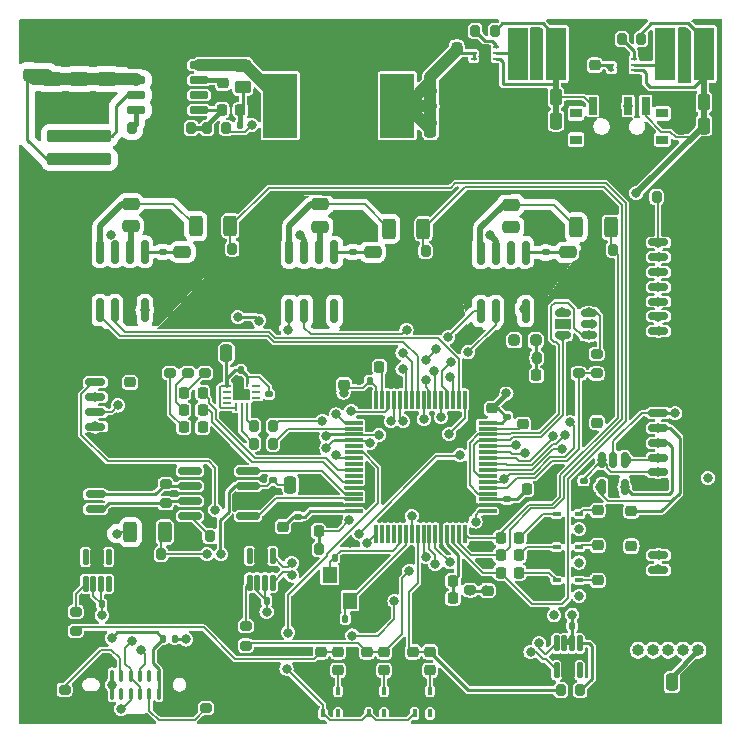
<source format=gbr>
%TF.GenerationSoftware,KiCad,Pcbnew,8.0.2*%
%TF.CreationDate,2025-04-21T15:08:20+02:00*%
%TF.ProjectId,logic,6c6f6769-632e-46b6-9963-61645f706362,rev?*%
%TF.SameCoordinates,Original*%
%TF.FileFunction,Copper,L1,Top*%
%TF.FilePolarity,Positive*%
%FSLAX46Y46*%
G04 Gerber Fmt 4.6, Leading zero omitted, Abs format (unit mm)*
G04 Created by KiCad (PCBNEW 8.0.2) date 2025-04-21 15:08:20*
%MOMM*%
%LPD*%
G01*
G04 APERTURE LIST*
G04 Aperture macros list*
%AMRoundRect*
0 Rectangle with rounded corners*
0 $1 Rounding radius*
0 $2 $3 $4 $5 $6 $7 $8 $9 X,Y pos of 4 corners*
0 Add a 4 corners polygon primitive as box body*
4,1,4,$2,$3,$4,$5,$6,$7,$8,$9,$2,$3,0*
0 Add four circle primitives for the rounded corners*
1,1,$1+$1,$2,$3*
1,1,$1+$1,$4,$5*
1,1,$1+$1,$6,$7*
1,1,$1+$1,$8,$9*
0 Add four rect primitives between the rounded corners*
20,1,$1+$1,$2,$3,$4,$5,0*
20,1,$1+$1,$4,$5,$6,$7,0*
20,1,$1+$1,$6,$7,$8,$9,0*
20,1,$1+$1,$8,$9,$2,$3,0*%
G04 Aperture macros list end*
%TA.AperFunction,SMDPad,CuDef*%
%ADD10RoundRect,0.237500X0.237500X-0.300000X0.237500X0.300000X-0.237500X0.300000X-0.237500X-0.300000X0*%
%TD*%
%TA.AperFunction,SMDPad,CuDef*%
%ADD11RoundRect,0.225000X-0.250000X0.225000X-0.250000X-0.225000X0.250000X-0.225000X0.250000X0.225000X0*%
%TD*%
%TA.AperFunction,SMDPad,CuDef*%
%ADD12RoundRect,0.200000X-0.200000X-0.275000X0.200000X-0.275000X0.200000X0.275000X-0.200000X0.275000X0*%
%TD*%
%TA.AperFunction,SMDPad,CuDef*%
%ADD13RoundRect,0.200000X-0.275000X0.200000X-0.275000X-0.200000X0.275000X-0.200000X0.275000X0.200000X0*%
%TD*%
%TA.AperFunction,SMDPad,CuDef*%
%ADD14RoundRect,0.225000X0.250000X-0.225000X0.250000X0.225000X-0.250000X0.225000X-0.250000X-0.225000X0*%
%TD*%
%TA.AperFunction,SMDPad,CuDef*%
%ADD15RoundRect,0.150000X-0.512500X-0.150000X0.512500X-0.150000X0.512500X0.150000X-0.512500X0.150000X0*%
%TD*%
%TA.AperFunction,SMDPad,CuDef*%
%ADD16RoundRect,0.140000X0.170000X-0.140000X0.170000X0.140000X-0.170000X0.140000X-0.170000X-0.140000X0*%
%TD*%
%TA.AperFunction,SMDPad,CuDef*%
%ADD17RoundRect,0.225000X0.225000X0.250000X-0.225000X0.250000X-0.225000X-0.250000X0.225000X-0.250000X0*%
%TD*%
%TA.AperFunction,SMDPad,CuDef*%
%ADD18RoundRect,0.140000X0.140000X0.170000X-0.140000X0.170000X-0.140000X-0.170000X0.140000X-0.170000X0*%
%TD*%
%TA.AperFunction,SMDPad,CuDef*%
%ADD19RoundRect,0.150000X0.825000X0.150000X-0.825000X0.150000X-0.825000X-0.150000X0.825000X-0.150000X0*%
%TD*%
%TA.AperFunction,SMDPad,CuDef*%
%ADD20RoundRect,0.125000X0.125000X-0.537500X0.125000X0.537500X-0.125000X0.537500X-0.125000X-0.537500X0*%
%TD*%
%TA.AperFunction,SMDPad,CuDef*%
%ADD21RoundRect,0.200000X0.275000X-0.200000X0.275000X0.200000X-0.275000X0.200000X-0.275000X-0.200000X0*%
%TD*%
%TA.AperFunction,ComponentPad*%
%ADD22R,1.000000X1.000000*%
%TD*%
%TA.AperFunction,ComponentPad*%
%ADD23O,1.000000X1.000000*%
%TD*%
%TA.AperFunction,SMDPad,CuDef*%
%ADD24RoundRect,0.125000X-0.125000X0.537500X-0.125000X-0.537500X0.125000X-0.537500X0.125000X0.537500X0*%
%TD*%
%TA.AperFunction,SMDPad,CuDef*%
%ADD25RoundRect,0.218750X-0.218750X-0.256250X0.218750X-0.256250X0.218750X0.256250X-0.218750X0.256250X0*%
%TD*%
%TA.AperFunction,SMDPad,CuDef*%
%ADD26RoundRect,0.200000X0.200000X0.275000X-0.200000X0.275000X-0.200000X-0.275000X0.200000X-0.275000X0*%
%TD*%
%TA.AperFunction,SMDPad,CuDef*%
%ADD27RoundRect,0.250000X-0.475000X0.250000X-0.475000X-0.250000X0.475000X-0.250000X0.475000X0.250000X0*%
%TD*%
%TA.AperFunction,SMDPad,CuDef*%
%ADD28RoundRect,0.150000X-0.150000X0.825000X-0.150000X-0.825000X0.150000X-0.825000X0.150000X0.825000X0*%
%TD*%
%TA.AperFunction,HeatsinkPad*%
%ADD29R,3.000000X2.290000*%
%TD*%
%TA.AperFunction,SMDPad,CuDef*%
%ADD30RoundRect,0.140000X-0.140000X-0.170000X0.140000X-0.170000X0.140000X0.170000X-0.140000X0.170000X0*%
%TD*%
%TA.AperFunction,SMDPad,CuDef*%
%ADD31RoundRect,0.250000X0.450000X-0.262500X0.450000X0.262500X-0.450000X0.262500X-0.450000X-0.262500X0*%
%TD*%
%TA.AperFunction,SMDPad,CuDef*%
%ADD32RoundRect,0.150000X-0.700000X0.150000X-0.700000X-0.150000X0.700000X-0.150000X0.700000X0.150000X0*%
%TD*%
%TA.AperFunction,SMDPad,CuDef*%
%ADD33RoundRect,0.250000X-1.150000X0.250000X-1.150000X-0.250000X1.150000X-0.250000X1.150000X0.250000X0*%
%TD*%
%TA.AperFunction,SMDPad,CuDef*%
%ADD34R,1.000000X0.800000*%
%TD*%
%TA.AperFunction,SMDPad,CuDef*%
%ADD35R,0.700000X1.500000*%
%TD*%
%TA.AperFunction,SMDPad,CuDef*%
%ADD36RoundRect,0.225000X-0.225000X-0.250000X0.225000X-0.250000X0.225000X0.250000X-0.225000X0.250000X0*%
%TD*%
%TA.AperFunction,SMDPad,CuDef*%
%ADD37R,2.900000X5.400000*%
%TD*%
%TA.AperFunction,SMDPad,CuDef*%
%ADD38RoundRect,0.100000X-0.100000X0.225000X-0.100000X-0.225000X0.100000X-0.225000X0.100000X0.225000X0*%
%TD*%
%TA.AperFunction,SMDPad,CuDef*%
%ADD39RoundRect,0.250000X0.250000X0.475000X-0.250000X0.475000X-0.250000X-0.475000X0.250000X-0.475000X0*%
%TD*%
%TA.AperFunction,SMDPad,CuDef*%
%ADD40RoundRect,0.250000X0.312500X0.625000X-0.312500X0.625000X-0.312500X-0.625000X0.312500X-0.625000X0*%
%TD*%
%TA.AperFunction,SMDPad,CuDef*%
%ADD41RoundRect,0.237500X-0.250000X-0.237500X0.250000X-0.237500X0.250000X0.237500X-0.250000X0.237500X0*%
%TD*%
%TA.AperFunction,SMDPad,CuDef*%
%ADD42RoundRect,0.150000X0.700000X-0.150000X0.700000X0.150000X-0.700000X0.150000X-0.700000X-0.150000X0*%
%TD*%
%TA.AperFunction,SMDPad,CuDef*%
%ADD43RoundRect,0.250000X1.150000X-0.250000X1.150000X0.250000X-1.150000X0.250000X-1.150000X-0.250000X0*%
%TD*%
%TA.AperFunction,SMDPad,CuDef*%
%ADD44R,0.675000X0.250000*%
%TD*%
%TA.AperFunction,SMDPad,CuDef*%
%ADD45R,0.250000X0.675000*%
%TD*%
%TA.AperFunction,SMDPad,CuDef*%
%ADD46RoundRect,0.250000X-0.250000X-0.475000X0.250000X-0.475000X0.250000X0.475000X-0.250000X0.475000X0*%
%TD*%
%TA.AperFunction,SMDPad,CuDef*%
%ADD47RoundRect,0.062500X-0.187500X-0.062500X0.187500X-0.062500X0.187500X0.062500X-0.187500X0.062500X0*%
%TD*%
%TA.AperFunction,SMDPad,CuDef*%
%ADD48R,0.900000X1.600000*%
%TD*%
%TA.AperFunction,SMDPad,CuDef*%
%ADD49RoundRect,0.140000X-0.170000X0.140000X-0.170000X-0.140000X0.170000X-0.140000X0.170000X0.140000X0*%
%TD*%
%TA.AperFunction,SMDPad,CuDef*%
%ADD50RoundRect,0.250000X0.475000X-0.250000X0.475000X0.250000X-0.475000X0.250000X-0.475000X-0.250000X0*%
%TD*%
%TA.AperFunction,SMDPad,CuDef*%
%ADD51RoundRect,0.100000X-0.225000X-0.100000X0.225000X-0.100000X0.225000X0.100000X-0.225000X0.100000X0*%
%TD*%
%TA.AperFunction,SMDPad,CuDef*%
%ADD52RoundRect,0.250000X-0.650000X0.325000X-0.650000X-0.325000X0.650000X-0.325000X0.650000X0.325000X0*%
%TD*%
%TA.AperFunction,SMDPad,CuDef*%
%ADD53RoundRect,0.075000X0.075000X0.425000X-0.075000X0.425000X-0.075000X-0.425000X0.075000X-0.425000X0*%
%TD*%
%TA.AperFunction,ComponentPad*%
%ADD54C,1.100000*%
%TD*%
%TA.AperFunction,SMDPad,CuDef*%
%ADD55R,1.750000X4.500000*%
%TD*%
%TA.AperFunction,SMDPad,CuDef*%
%ADD56RoundRect,0.150000X-0.650000X-0.150000X0.650000X-0.150000X0.650000X0.150000X-0.650000X0.150000X0*%
%TD*%
%TA.AperFunction,HeatsinkPad*%
%ADD57R,2.410000X3.100000*%
%TD*%
%TA.AperFunction,SMDPad,CuDef*%
%ADD58RoundRect,0.250000X2.500000X-0.250000X2.500000X0.250000X-2.500000X0.250000X-2.500000X-0.250000X0*%
%TD*%
%TA.AperFunction,SMDPad,CuDef*%
%ADD59RoundRect,0.250000X1.250000X-0.550000X1.250000X0.550000X-1.250000X0.550000X-1.250000X-0.550000X0*%
%TD*%
%TA.AperFunction,SMDPad,CuDef*%
%ADD60RoundRect,0.075000X0.075000X-0.700000X0.075000X0.700000X-0.075000X0.700000X-0.075000X-0.700000X0*%
%TD*%
%TA.AperFunction,SMDPad,CuDef*%
%ADD61RoundRect,0.075000X0.700000X-0.075000X0.700000X0.075000X-0.700000X0.075000X-0.700000X-0.075000X0*%
%TD*%
%TA.AperFunction,SMDPad,CuDef*%
%ADD62R,1.200000X1.400000*%
%TD*%
%TA.AperFunction,SMDPad,CuDef*%
%ADD63RoundRect,0.150000X0.150000X-0.512500X0.150000X0.512500X-0.150000X0.512500X-0.150000X-0.512500X0*%
%TD*%
%TA.AperFunction,ViaPad*%
%ADD64C,0.800000*%
%TD*%
%TA.AperFunction,Conductor*%
%ADD65C,0.127000*%
%TD*%
%TA.AperFunction,Conductor*%
%ADD66C,0.254000*%
%TD*%
%TA.AperFunction,Conductor*%
%ADD67C,0.250000*%
%TD*%
%TA.AperFunction,Conductor*%
%ADD68C,0.500000*%
%TD*%
%TA.AperFunction,Conductor*%
%ADD69C,0.381000*%
%TD*%
%TA.AperFunction,Conductor*%
%ADD70C,0.200000*%
%TD*%
%TA.AperFunction,Conductor*%
%ADD71C,1.000000*%
%TD*%
G04 APERTURE END LIST*
D10*
%TO.P,C53,1*%
%TO.N,+BATT*%
X116941600Y-102792700D03*
%TO.P,C53,2*%
%TO.N,GND*%
X116941600Y-101067700D03*
%TD*%
D11*
%TO.P,C17,1*%
%TO.N,/Fet/SENSE_B*%
X147006500Y-151675800D03*
%TO.P,C17,2*%
%TO.N,Net-(C17-Pad2)*%
X147006500Y-153225800D03*
%TD*%
D12*
%TO.P,R61,1*%
%TO.N,Net-(U7-PG)*%
X154724600Y-99110800D03*
%TO.P,R61,2*%
%TO.N,+5V*%
X156374600Y-99110800D03*
%TD*%
D13*
%TO.P,R1,1*%
%TO.N,GND*%
X131927600Y-154800800D03*
%TO.P,R1,2*%
%TO.N,Net-(J2-CC1)*%
X131927600Y-156450800D03*
%TD*%
D11*
%TO.P,C104,1*%
%TO.N,GND*%
X138430000Y-139534600D03*
%TO.P,C104,2*%
%TO.N,+3V3*%
X138430000Y-141084600D03*
%TD*%
D12*
%TO.P,R62,1*%
%TO.N,Net-(U8-PG)*%
X167119800Y-99796600D03*
%TO.P,R62,2*%
%TO.N,+3V3*%
X168769800Y-99796600D03*
%TD*%
D11*
%TO.P,C71,1*%
%TO.N,GND*%
X164820600Y-100444000D03*
%TO.P,C71,2*%
%TO.N,+12V*%
X164820600Y-101994000D03*
%TD*%
D14*
%TO.P,C9,1*%
%TO.N,/mcu/NRST*%
X125501400Y-128854200D03*
%TO.P,C9,2*%
%TO.N,GND*%
X125501400Y-127304200D03*
%TD*%
D15*
%TO.P,U19,1,IO1*%
%TO.N,adc2*%
X162102800Y-122976600D03*
%TO.P,U19,2,VN*%
%TO.N,GND*%
X162102800Y-123926600D03*
%TO.P,U19,3,IO2*%
%TO.N,tx*%
X162102800Y-124876600D03*
%TO.P,U19,4,IO3*%
%TO.N,rx*%
X164377800Y-124876600D03*
%TO.P,U19,5,VP*%
%TO.N,+3V3*%
X164377800Y-123926600D03*
%TO.P,U19,6,IO4*%
%TO.N,adc1*%
X164377800Y-122976600D03*
%TD*%
D16*
%TO.P,C52,1*%
%TO.N,GND*%
X144348200Y-118778000D03*
%TO.P,C52,2*%
%TO.N,+12V*%
X144348200Y-117818000D03*
%TD*%
D17*
%TO.P,C50,1*%
%TO.N,/Fet/TEMP1*%
X141451200Y-141455000D03*
%TO.P,C50,2*%
%TO.N,GND*%
X139901200Y-141455000D03*
%TD*%
D18*
%TO.P,C10,1*%
%TO.N,GND*%
X143761400Y-143687800D03*
%TO.P,C10,2*%
%TO.N,osc+*%
X142801400Y-143687800D03*
%TD*%
D11*
%TO.P,C15n2,1*%
%TO.N,/Fet/SENSE_A*%
X149428200Y-151675800D03*
%TO.P,C15n2,2*%
%TO.N,GND*%
X149428200Y-153225800D03*
%TD*%
D19*
%TO.P,U9,1,TXD*%
%TO.N,/can/CAN_TX*%
X135494800Y-140168400D03*
%TO.P,U9,2,VSS*%
%TO.N,GND*%
X135494800Y-138898400D03*
%TO.P,U9,3,VDD*%
%TO.N,+5V*%
X135494800Y-137628400D03*
%TO.P,U9,4,RXD*%
%TO.N,/can/CAN_RX*%
X135494800Y-136358400D03*
%TO.P,U9,5,Vref*%
%TO.N,unconnected-(U9-Vref-Pad5)*%
X130544800Y-136358400D03*
%TO.P,U9,6,CANL*%
%TO.N,/can/canl*%
X130544800Y-137628400D03*
%TO.P,U9,7,CANH*%
%TO.N,/can/canh*%
X130544800Y-138898400D03*
%TO.P,U9,8,Rs*%
%TO.N,Net-(U9-Rs)*%
X130544800Y-140168400D03*
%TD*%
D20*
%TO.P,U5,1,IN-*%
%TO.N,in_3_-*%
X161609200Y-153232700D03*
%TO.P,U5,2,GND*%
%TO.N,GND*%
X162259200Y-153232700D03*
%TO.P,U5,3,REF2*%
X162909200Y-153232700D03*
%TO.P,U5,4,NC*%
%TO.N,unconnected-(U5-NC-Pad4)*%
X163559200Y-153232700D03*
%TO.P,U5,5,OUT*%
%TO.N,Net-(U5-OUT)*%
X163559200Y-150957700D03*
%TO.P,U5,6,Vs*%
%TO.N,+3V3*%
X162909200Y-150957700D03*
%TO.P,U5,7,REF1*%
X162259200Y-150957700D03*
%TO.P,U5,8,IN+*%
%TO.N,in_3_+*%
X161609200Y-150957700D03*
%TD*%
D21*
%TO.P,R2,1*%
%TO.N,GND*%
X119938800Y-156527000D03*
%TO.P,R2,2*%
%TO.N,Net-(J2-CC2)*%
X119938800Y-154877000D03*
%TD*%
D17*
%TO.P,C95,1*%
%TO.N,Net-(C95-Pad1)*%
X158407400Y-144957800D03*
%TO.P,C95,2*%
%TO.N,/Drivers/Sens1*%
X156857400Y-144957800D03*
%TD*%
D22*
%TO.P,J23,1,Pin_1*%
%TO.N,GND*%
X167233600Y-151536400D03*
D23*
%TO.P,J23,2,Pin_2*%
%TO.N,nrf_rx*%
X168503600Y-151536400D03*
%TO.P,J23,3,Pin_3*%
%TO.N,nrf_tx*%
X169773600Y-151536400D03*
%TO.P,J23,4,Pin_4*%
%TO.N,/mcu/NRF_swclk*%
X171043600Y-151536400D03*
%TO.P,J23,5,Pin_5*%
%TO.N,/mcu/NRF_swdio*%
X172313600Y-151536400D03*
%TO.P,J23,6,Pin_6*%
%TO.N,+3V3*%
X173583600Y-151536400D03*
%TD*%
D24*
%TO.P,U4,1,IN-*%
%TO.N,in_2_-*%
X137550800Y-143540900D03*
%TO.P,U4,2,GND*%
%TO.N,GND*%
X136900800Y-143540900D03*
%TO.P,U4,3,REF2*%
X136250800Y-143540900D03*
%TO.P,U4,4,NC*%
%TO.N,unconnected-(U4-NC-Pad4)*%
X135600800Y-143540900D03*
%TO.P,U4,5,OUT*%
%TO.N,Net-(U4-OUT)*%
X135600800Y-145815900D03*
%TO.P,U4,6,Vs*%
%TO.N,+3V3*%
X136250800Y-145815900D03*
%TO.P,U4,7,REF1*%
X136900800Y-145815900D03*
%TO.P,U4,8,IN+*%
%TO.N,in_2_+*%
X137550800Y-145815900D03*
%TD*%
D12*
%TO.P,R59,1*%
%TO.N,Net-(U6-RT)*%
X125641600Y-107327400D03*
%TO.P,R59,2*%
%TO.N,GND*%
X127291600Y-107327400D03*
%TD*%
D25*
%TO.P,D2,1,K*%
%TO.N,Net-(D2-K)*%
X130047900Y-131191000D03*
%TO.P,D2,2,A*%
%TO.N,/mcu/LED_RED*%
X131622900Y-131191000D03*
%TD*%
D26*
%TO.P,R57,1*%
%TO.N,+12V*%
X133641600Y-107341600D03*
%TO.P,R57,2*%
%TO.N,Net-(U6-FB)*%
X131991600Y-107341600D03*
%TD*%
D16*
%TO.P,C6,1*%
%TO.N,+3V3*%
X157429200Y-131795400D03*
%TO.P,C6,2*%
%TO.N,GND*%
X157429200Y-130835400D03*
%TD*%
D17*
%TO.P,C103,1*%
%TO.N,GND*%
X160617200Y-137922000D03*
%TO.P,C103,2*%
%TO.N,+3V3*%
X159067200Y-137922000D03*
%TD*%
D27*
%TO.P,C58,1*%
%TO.N,/Drivers/PHASE_B*%
X141568400Y-113781800D03*
%TO.P,C58,2*%
%TO.N,Net-(U14-Hb)*%
X141568400Y-115681800D03*
%TD*%
D28*
%TO.P,U15,1,VDD*%
%TO.N,+12V*%
X158978600Y-117870200D03*
%TO.P,U15,2,Hb*%
%TO.N,Net-(U15-Hb)*%
X157708600Y-117870200D03*
%TO.P,U15,3,Ho*%
%TO.N,/Drivers/G_T_C*%
X156438600Y-117870200D03*
%TO.P,U15,4,Hs*%
%TO.N,/Drivers/PHASE_C*%
X155168600Y-117870200D03*
%TO.P,U15,5,hin*%
%TO.N,/Drivers/Tin_C*%
X155168600Y-122820200D03*
%TO.P,U15,6,lin*%
%TO.N,/Drivers/Bin_C*%
X156438600Y-122820200D03*
%TO.P,U15,7,gnd*%
%TO.N,GND*%
X157708600Y-122820200D03*
%TO.P,U15,8,Lo*%
%TO.N,/Drivers/G_B_C*%
X158978600Y-122820200D03*
D29*
%TO.P,U15,9,gnd*%
%TO.N,GND*%
X157073600Y-120345200D03*
%TD*%
D30*
%TO.P,C22,1*%
%TO.N,GND*%
X136092000Y-147345400D03*
%TO.P,C22,2*%
%TO.N,+3V3*%
X137052000Y-147345400D03*
%TD*%
D13*
%TO.P,R40,1*%
%TO.N,/Fet/TEMP*%
X154279600Y-146444200D03*
%TO.P,R40,2*%
%TO.N,GND*%
X154279600Y-148094200D03*
%TD*%
D26*
%TO.P,R41,1*%
%TO.N,/Fet/TEMP1*%
X141490200Y-142951200D03*
%TO.P,R41,2*%
%TO.N,GND*%
X139840200Y-142951200D03*
%TD*%
%TO.P,R60,1*%
%TO.N,Net-(U6-FB)*%
X130669800Y-107341600D03*
%TO.P,R60,2*%
%TO.N,GND*%
X129019800Y-107341600D03*
%TD*%
D31*
%TO.P,R58,1*%
%TO.N,Net-(C64-Pad2)*%
X135026400Y-103859900D03*
%TO.P,R58,2*%
%TO.N,Net-(U6-SW)*%
X135026400Y-102034900D03*
%TD*%
D32*
%TO.P,J14,1,Pin_1*%
%TO.N,nrf_tx*%
X170211200Y-143469200D03*
%TO.P,J14,2,Pin_2*%
%TO.N,nrf_rx*%
X170211200Y-144719200D03*
D33*
%TO.P,J14,MP,MP*%
%TO.N,GND*%
X173561200Y-141619200D03*
X173561200Y-146569200D03*
%TD*%
D34*
%TO.P,J3,*%
%TO.N,*%
X163253400Y-106085400D03*
X163253400Y-108295400D03*
X170553400Y-106085400D03*
X170553400Y-108295400D03*
D35*
%TO.P,J3,1,Pin_1*%
%TO.N,+5V*%
X164653400Y-105435400D03*
%TO.P,J3,2,Pin_2*%
%TO.N,LINE*%
X167653400Y-105435400D03*
%TO.P,J3,3,Pin_3*%
%TO.N,+3V3*%
X169153400Y-105435400D03*
%TD*%
D18*
%TO.P,C23,1*%
%TO.N,GND*%
X163878200Y-149479000D03*
%TO.P,C23,2*%
%TO.N,+3V3*%
X162918200Y-149479000D03*
%TD*%
D26*
%TO.P,R11,1*%
%TO.N,Net-(U5-OUT)*%
X163613600Y-154914600D03*
%TO.P,R11,2*%
%TO.N,/Fet/SENSE_A*%
X161963600Y-154914600D03*
%TD*%
D36*
%TO.P,C12,1*%
%TO.N,GND*%
X151269400Y-145643600D03*
%TO.P,C12,2*%
%TO.N,+3V3*%
X152819400Y-145643600D03*
%TD*%
D37*
%TO.P,L1,1,1*%
%TO.N,Net-(U6-SW)*%
X138204400Y-105435400D03*
%TO.P,L1,2,2*%
%TO.N,+12V*%
X148104400Y-105435400D03*
%TD*%
D11*
%TO.P,C60,1*%
%TO.N,Net-(U6-SW)*%
X133324600Y-101980400D03*
%TO.P,C60,2*%
%TO.N,Net-(U6-BST)*%
X133324600Y-103530400D03*
%TD*%
D27*
%TO.P,C89,1*%
%TO.N,/Drivers/PHASE_C*%
X157747400Y-113807200D03*
%TO.P,C89,2*%
%TO.N,Net-(U15-Hb)*%
X157747400Y-115707200D03*
%TD*%
D38*
%TO.P,U12,1*%
%TO.N,Net-(C18-Pad2)*%
X150878900Y-154980600D03*
%TO.P,U12,2*%
%TO.N,GND*%
X150228900Y-154980600D03*
%TO.P,U12,3,GND*%
X149578900Y-154980600D03*
%TO.P,U12,4*%
%TO.N,/Fet/CURR_FILTER*%
X149578900Y-156880600D03*
%TO.P,U12,5,V+*%
%TO.N,+3V3*%
X150878900Y-156880600D03*
%TD*%
D13*
%TO.P,R9,1*%
%TO.N,GND*%
X128879600Y-126391400D03*
%TO.P,R9,2*%
%TO.N,Net-(D3-K)*%
X128879600Y-128041400D03*
%TD*%
D12*
%TO.P,R17,1*%
%TO.N,Net-(U20-SCx)*%
X135954000Y-134035800D03*
%TO.P,R17,2*%
%TO.N,/IMU/scl*%
X137604000Y-134035800D03*
%TD*%
D39*
%TO.P,C66,1*%
%TO.N,GND*%
X152816600Y-105435400D03*
%TO.P,C66,2*%
%TO.N,+12V*%
X150916600Y-105435400D03*
%TD*%
D12*
%TO.P,R16,1*%
%TO.N,Net-(U20-SDx)*%
X135954000Y-132562600D03*
%TO.P,R16,2*%
%TO.N,/IMU/sda*%
X137604000Y-132562600D03*
%TD*%
D30*
%TO.P,C11,1*%
%TO.N,GND*%
X142764200Y-148877200D03*
%TO.P,C11,2*%
%TO.N,osc-*%
X143724200Y-148877200D03*
%TD*%
D40*
%TO.P,R55,1*%
%TO.N,/Drivers/sens supply*%
X128437100Y-141528800D03*
%TO.P,R55,2*%
%TO.N,+BATT*%
X125512100Y-141528800D03*
%TD*%
D41*
%TO.P,R39,1*%
%TO.N,+3V3*%
X158015300Y-125298200D03*
%TO.P,R39,2*%
%TO.N,/Fet/TEMP2*%
X159840300Y-125298200D03*
%TD*%
D13*
%TO.P,R10,1*%
%TO.N,Net-(U4-OUT)*%
X135279200Y-149492200D03*
%TO.P,R10,2*%
%TO.N,/Fet/SENSE_B*%
X135279200Y-151142200D03*
%TD*%
D42*
%TO.P,J16,1,Pin_1*%
%TO.N,+3V3*%
X122549200Y-132598800D03*
%TO.P,J16,2,Pin_2*%
%TO.N,/mcu/SWDIO*%
X122549200Y-131348800D03*
%TO.P,J16,3,Pin_3*%
%TO.N,/mcu/SWCLK*%
X122549200Y-130098800D03*
%TO.P,J16,4,Pin_4*%
%TO.N,/mcu/NRST*%
X122549200Y-128848800D03*
%TO.P,J16,5,Pin_5*%
%TO.N,GND*%
X122549200Y-127598800D03*
D43*
%TO.P,J16,MP,MP*%
X119199200Y-134448800D03*
X119199200Y-125748800D03*
%TD*%
D44*
%TO.P,U20,1,SDO*%
%TO.N,GND*%
X136187300Y-130645600D03*
%TO.P,U20,2,ASDx*%
%TO.N,unconnected-(U20-ASDx-Pad2)*%
X136187300Y-130145600D03*
%TO.P,U20,3,ASCx*%
%TO.N,unconnected-(U20-ASCx-Pad3)*%
X136187300Y-129645600D03*
%TO.P,U20,4,INT1*%
%TO.N,unconnected-(U20-INT1-Pad4)*%
X136187300Y-129145600D03*
D45*
%TO.P,U20,5,VDDIO*%
%TO.N,+3V3*%
X135424800Y-128883100D03*
%TO.P,U20,6,GNDIO*%
%TO.N,GND*%
X134924800Y-128883100D03*
%TO.P,U20,7,GND*%
X134424800Y-128883100D03*
D44*
%TO.P,U20,8,VDD*%
%TO.N,+3V3*%
X133662300Y-129145600D03*
%TO.P,U20,9,INT2*%
%TO.N,unconnected-(U20-INT2-Pad9)*%
X133662300Y-129645600D03*
%TO.P,U20,10,OCSB*%
%TO.N,unconnected-(U20-OCSB-Pad10)*%
X133662300Y-130145600D03*
%TO.P,U20,11,OSDO*%
%TO.N,unconnected-(U20-OSDO-Pad11)*%
X133662300Y-130645600D03*
D45*
%TO.P,U20,12,CSB*%
%TO.N,+3V3*%
X134424800Y-130908100D03*
%TO.P,U20,13,SCx*%
%TO.N,Net-(U20-SCx)*%
X134924800Y-130908100D03*
%TO.P,U20,14,SDx*%
%TO.N,Net-(U20-SDx)*%
X135424800Y-130908100D03*
%TD*%
D12*
%TO.P,R46,1*%
%TO.N,GND*%
X148857200Y-117729000D03*
%TO.P,R46,2*%
%TO.N,/Drivers/Sens2*%
X150507200Y-117729000D03*
%TD*%
D39*
%TO.P,C91,1*%
%TO.N,GND*%
X140954800Y-137515600D03*
%TO.P,C91,2*%
%TO.N,+5V*%
X139054800Y-137515600D03*
%TD*%
D18*
%TO.P,C100,1*%
%TO.N,+5V*%
X129258000Y-150545800D03*
%TO.P,C100,2*%
%TO.N,Net-(C100-Pad2)*%
X128298000Y-150545800D03*
%TD*%
D46*
%TO.P,C73,1*%
%TO.N,GND*%
X172166200Y-107111800D03*
%TO.P,C73,2*%
%TO.N,+3V3*%
X174066200Y-107111800D03*
%TD*%
D47*
%TO.P,U8,1,PGND*%
%TO.N,GND*%
X166248000Y-101446200D03*
%TO.P,U8,2,VIN*%
%TO.N,+12V*%
X166248000Y-101946200D03*
%TO.P,U8,3,EN*%
X166248000Y-102446200D03*
%TO.P,U8,4,AGND*%
%TO.N,GND*%
X166248000Y-102946200D03*
%TO.P,U8,5,FB*%
X168148000Y-102946200D03*
%TO.P,U8,6,VOS*%
%TO.N,+3V3*%
X168148000Y-102446200D03*
%TO.P,U8,7,SW*%
%TO.N,Net-(U8-SW)*%
X168148000Y-101946200D03*
%TO.P,U8,8,PG*%
%TO.N,Net-(U8-PG)*%
X168148000Y-101446200D03*
D48*
%TO.P,U8,9,PAD*%
%TO.N,GND*%
X167198000Y-102196200D03*
%TD*%
D11*
%TO.P,C101,1*%
%TO.N,GND*%
X143586200Y-127495000D03*
%TO.P,C101,2*%
%TO.N,+3V3*%
X143586200Y-129045000D03*
%TD*%
%TO.P,C4,1*%
%TO.N,H1*%
X167919400Y-139737800D03*
%TO.P,C4,2*%
%TO.N,GND*%
X167919400Y-141287800D03*
%TD*%
%TO.P,C15n1,1*%
%TO.N,/Fet/SENSE_B*%
X145542000Y-151675800D03*
%TO.P,C15n1,2*%
%TO.N,GND*%
X145542000Y-153225800D03*
%TD*%
D16*
%TO.P,C90,1*%
%TO.N,GND*%
X160680400Y-118818600D03*
%TO.P,C90,2*%
%TO.N,+12V*%
X160680400Y-117858600D03*
%TD*%
D49*
%TO.P,C7,1*%
%TO.N,+3V3*%
X157429200Y-138762800D03*
%TO.P,C7,2*%
%TO.N,GND*%
X157429200Y-139722800D03*
%TD*%
D14*
%TO.P,C99,1*%
%TO.N,GND*%
X165074600Y-141237000D03*
%TO.P,C99,2*%
%TO.N,+3V3*%
X165074600Y-139687000D03*
%TD*%
D50*
%TO.P,C56,1*%
%TO.N,GND*%
X129921000Y-119720400D03*
%TO.P,C56,2*%
%TO.N,+12V*%
X129921000Y-117820400D03*
%TD*%
D13*
%TO.P,R8,1*%
%TO.N,GND*%
X130378200Y-126391400D03*
%TO.P,R8,2*%
%TO.N,Net-(D2-K)*%
X130378200Y-128041400D03*
%TD*%
D11*
%TO.P,C18,1*%
%TO.N,/Fet/SENSE_A*%
X150890700Y-151675800D03*
%TO.P,C18,2*%
%TO.N,Net-(C18-Pad2)*%
X150890700Y-153225800D03*
%TD*%
D51*
%TO.P,U18,1*%
%TO.N,Net-(C95-Pad1)*%
X161610000Y-145615300D03*
%TO.P,U18,2*%
%TO.N,GND*%
X161610000Y-146265300D03*
%TO.P,U18,3,GND*%
X161610000Y-146915300D03*
%TO.P,U18,4*%
%TO.N,/Drivers/sensfil*%
X163510000Y-146915300D03*
%TO.P,U18,5,V+*%
%TO.N,+3V3*%
X163510000Y-145615300D03*
%TD*%
D52*
%TO.P,C62,1*%
%TO.N,GND*%
X121186200Y-100226600D03*
%TO.P,C62,2*%
%TO.N,+BATT*%
X121186200Y-103176600D03*
%TD*%
D18*
%TO.P,C5,1*%
%TO.N,+3V3*%
X145790800Y-128727200D03*
%TO.P,C5,2*%
%TO.N,GND*%
X144830800Y-128727200D03*
%TD*%
D14*
%TO.P,C98,1*%
%TO.N,GND*%
X165074600Y-147180600D03*
%TO.P,C98,2*%
%TO.N,+3V3*%
X165074600Y-145630600D03*
%TD*%
D53*
%TO.P,J2,A1,GND*%
%TO.N,GND*%
X128707000Y-155215400D03*
%TO.P,J2,A4,VBUS*%
%TO.N,Net-(C100-Pad2)*%
X127917000Y-155215400D03*
%TO.P,J2,A5,CC1*%
%TO.N,Net-(J2-CC1)*%
X127127000Y-155215400D03*
%TO.P,J2,A6,D+*%
%TO.N,/mcu/USBD+*%
X126337000Y-155215400D03*
%TO.P,J2,A7,D-*%
%TO.N,/mcu/USBD-*%
X125547000Y-155215400D03*
%TO.P,J2,A8,SBU1*%
%TO.N,unconnected-(J2-SBU1-PadA8)*%
X124757000Y-155215400D03*
%TO.P,J2,A9,VBUS*%
%TO.N,Net-(C100-Pad2)*%
X123967000Y-155215400D03*
%TO.P,J2,A12,GND*%
%TO.N,GND*%
X123177000Y-155215400D03*
%TO.P,J2,B1,GND*%
X123177000Y-153695400D03*
%TO.P,J2,B4,VBUS*%
%TO.N,Net-(C100-Pad2)*%
X123967000Y-153695400D03*
%TO.P,J2,B5,CC2*%
%TO.N,Net-(J2-CC2)*%
X124757000Y-153695400D03*
%TO.P,J2,B6,D+*%
%TO.N,/mcu/USBD+*%
X125547000Y-153695400D03*
%TO.P,J2,B7,D-*%
%TO.N,/mcu/USBD-*%
X126337000Y-153695400D03*
%TO.P,J2,B8,SBU2*%
%TO.N,unconnected-(J2-SBU2-PadB8)*%
X127127000Y-153695400D03*
%TO.P,J2,B9,VBUS*%
%TO.N,Net-(C100-Pad2)*%
X127917000Y-153695400D03*
%TO.P,J2,B12,GND*%
%TO.N,GND*%
X128707000Y-153695400D03*
D54*
%TO.P,J2,S1,SHIELD*%
X128327000Y-156605400D03*
X128327000Y-152305400D03*
X123527000Y-156605400D03*
X123527000Y-152305400D03*
%TD*%
D51*
%TO.P,U17,1*%
%TO.N,Net-(C94-Pad1)*%
X161610000Y-142809200D03*
%TO.P,U17,2*%
%TO.N,GND*%
X161610000Y-143459200D03*
%TO.P,U17,3,GND*%
X161610000Y-144109200D03*
%TO.P,U17,4*%
%TO.N,/Drivers/sensfil*%
X163510000Y-144109200D03*
%TO.P,U17,5,V+*%
%TO.N,+3V3*%
X163510000Y-142809200D03*
%TD*%
D11*
%TO.P,C15n3,1*%
%TO.N,/Fet/SENSE_C*%
X141630400Y-151675800D03*
%TO.P,C15n3,2*%
%TO.N,GND*%
X141630400Y-153225800D03*
%TD*%
D55*
%TO.P,L2,1,1*%
%TO.N,Net-(U7-SW)*%
X158293400Y-101041200D03*
%TO.P,L2,2,2*%
%TO.N,+5V*%
X161543400Y-101041200D03*
%TD*%
D16*
%TO.P,C57,1*%
%TO.N,GND*%
X128244600Y-118767800D03*
%TO.P,C57,2*%
%TO.N,+12V*%
X128244600Y-117807800D03*
%TD*%
D12*
%TO.P,R56,1*%
%TO.N,GND*%
X126467600Y-143408400D03*
%TO.P,R56,2*%
%TO.N,/Drivers/sens supply*%
X128117600Y-143408400D03*
%TD*%
D17*
%TO.P,C51,1*%
%TO.N,/Fet/TEMP2*%
X159880600Y-128270000D03*
%TO.P,C51,2*%
%TO.N,GND*%
X158330600Y-128270000D03*
%TD*%
D40*
%TO.P,R43,1*%
%TO.N,/Drivers/Sens2*%
X150331900Y-115849400D03*
%TO.P,R43,2*%
%TO.N,/Drivers/PHASE_B*%
X147406900Y-115849400D03*
%TD*%
D25*
%TO.P,D1,1,K*%
%TO.N,Net-(D1-K)*%
X130047900Y-129717800D03*
%TO.P,D1,2,A*%
%TO.N,/mcu/LED_GREEN*%
X131622900Y-129717800D03*
%TD*%
D56*
%TO.P,U6,1,GND*%
%TO.N,GND*%
X126026400Y-101982200D03*
%TO.P,U6,2,VIN*%
%TO.N,+BATT*%
X126026400Y-103252200D03*
%TO.P,U6,3,EN/UVLO*%
%TO.N,Net-(J24-Pin_2)*%
X126026400Y-104522200D03*
%TO.P,U6,4,RT*%
%TO.N,Net-(U6-RT)*%
X126026400Y-105792200D03*
%TO.P,U6,5,FB*%
%TO.N,Net-(U6-FB)*%
X131326400Y-105792200D03*
%TO.P,U6,6,PGOOD*%
%TO.N,unconnected-(U6-PGOOD-Pad6)*%
X131326400Y-104522200D03*
%TO.P,U6,7,BST*%
%TO.N,Net-(U6-BST)*%
X131326400Y-103252200D03*
%TO.P,U6,8,SW*%
%TO.N,Net-(U6-SW)*%
X131326400Y-101982200D03*
D57*
%TO.P,U6,9,EP*%
%TO.N,GND*%
X128676400Y-103887200D03*
%TD*%
D30*
%TO.P,C21,1*%
%TO.N,GND*%
X136092000Y-148285200D03*
%TO.P,C21,2*%
%TO.N,+3V3*%
X137052000Y-148285200D03*
%TD*%
D16*
%TO.P,C8,1*%
%TO.N,+3V3*%
X139674600Y-140230800D03*
%TO.P,C8,2*%
%TO.N,GND*%
X139674600Y-139270800D03*
%TD*%
D12*
%TO.P,R47,1*%
%TO.N,GND*%
X164706800Y-117627400D03*
%TO.P,R47,2*%
%TO.N,/Drivers/Sens3*%
X166356800Y-117627400D03*
%TD*%
D58*
%TO.P,J24,1,Pin_1*%
%TO.N,+BATT*%
X121183400Y-109975400D03*
%TO.P,J24,2,Pin_2*%
%TO.N,Net-(J24-Pin_2)*%
X121183400Y-107975400D03*
D59*
%TO.P,J24,MP,MP*%
%TO.N,GND*%
X118933400Y-112375400D03*
X118933400Y-105575400D03*
%TD*%
D11*
%TO.P,C102,1*%
%TO.N,GND*%
X156133800Y-129501600D03*
%TO.P,C102,2*%
%TO.N,+3V3*%
X156133800Y-131051600D03*
%TD*%
D30*
%TO.P,C19,1*%
%TO.N,GND*%
X122125800Y-147650200D03*
%TO.P,C19,2*%
%TO.N,+3V3*%
X123085800Y-147650200D03*
%TD*%
D55*
%TO.P,L3,1,1*%
%TO.N,Net-(U8-SW)*%
X170815600Y-101041200D03*
%TO.P,L3,2,2*%
%TO.N,+3V3*%
X174065600Y-101041200D03*
%TD*%
D51*
%TO.P,U16,1*%
%TO.N,Net-(C96-Pad1)*%
X161610000Y-139989800D03*
%TO.P,U16,2*%
%TO.N,GND*%
X161610000Y-140639800D03*
%TO.P,U16,3,GND*%
X161610000Y-141289800D03*
%TO.P,U16,4*%
%TO.N,/Drivers/sensfil*%
X163510000Y-141289800D03*
%TO.P,U16,5,V+*%
%TO.N,+3V3*%
X163510000Y-139989800D03*
%TD*%
D42*
%TO.P,J1,1,Pin_1*%
%TO.N,/can/canh*%
X122574600Y-139588400D03*
%TO.P,J1,2,Pin_2*%
%TO.N,/can/canl*%
X122574600Y-138338400D03*
D43*
%TO.P,J1,MP,MP*%
%TO.N,GND*%
X119224600Y-141438400D03*
X119224600Y-136488400D03*
%TD*%
D36*
%TO.P,C68,1*%
%TO.N,GND*%
X151599600Y-100507800D03*
%TO.P,C68,2*%
%TO.N,+12V*%
X153149600Y-100507800D03*
%TD*%
%TO.P,C14,1*%
%TO.N,GND*%
X145046400Y-127533400D03*
%TO.P,C14,2*%
%TO.N,Net-(U2-VCAP_2)*%
X146596400Y-127533400D03*
%TD*%
D52*
%TO.P,C61,1*%
%TO.N,GND*%
X123494800Y-100226600D03*
%TO.P,C61,2*%
%TO.N,+BATT*%
X123494800Y-103176600D03*
%TD*%
D12*
%TO.P,R48,1*%
%TO.N,GND*%
X132499600Y-117525800D03*
%TO.P,R48,2*%
%TO.N,/Drivers/Sens1*%
X134149600Y-117525800D03*
%TD*%
D49*
%TO.P,C1,1*%
%TO.N,TM*%
X163880800Y-137188000D03*
%TO.P,C1,2*%
%TO.N,GND*%
X163880800Y-138148000D03*
%TD*%
D26*
%TO.P,R42,1*%
%TO.N,/Fet/TEMP2*%
X159918400Y-126771400D03*
%TO.P,R42,2*%
%TO.N,GND*%
X158268400Y-126771400D03*
%TD*%
D16*
%TO.P,C74,1*%
%TO.N,GND*%
X137591800Y-138071800D03*
%TO.P,C74,2*%
%TO.N,+5V*%
X137591800Y-137111800D03*
%TD*%
D14*
%TO.P,C97,1*%
%TO.N,GND*%
X165074600Y-144208800D03*
%TO.P,C97,2*%
%TO.N,+3V3*%
X165074600Y-142658800D03*
%TD*%
D36*
%TO.P,C13,1*%
%TO.N,GND*%
X151269400Y-147142200D03*
%TO.P,C13,2*%
%TO.N,+3V3*%
X152819400Y-147142200D03*
%TD*%
D21*
%TO.P,R63,1*%
%TO.N,/can/canh*%
X128498600Y-139102600D03*
%TO.P,R63,2*%
%TO.N,/can/canl*%
X128498600Y-137452600D03*
%TD*%
D50*
%TO.P,C55,1*%
%TO.N,GND*%
X146024600Y-119730600D03*
%TO.P,C55,2*%
%TO.N,+12V*%
X146024600Y-117830600D03*
%TD*%
D39*
%TO.P,C88,1*%
%TO.N,GND*%
X152816600Y-103454200D03*
%TO.P,C88,2*%
%TO.N,+12V*%
X150916600Y-103454200D03*
%TD*%
D28*
%TO.P,U13,1,VDD*%
%TO.N,+12V*%
X126746000Y-117794000D03*
%TO.P,U13,2,Hb*%
%TO.N,Net-(U13-Hb)*%
X125476000Y-117794000D03*
%TO.P,U13,3,Ho*%
%TO.N,/Drivers/G_T_A*%
X124206000Y-117794000D03*
%TO.P,U13,4,Hs*%
%TO.N,/Drivers/PHASE_A*%
X122936000Y-117794000D03*
%TO.P,U13,5,hin*%
%TO.N,/Drivers/Tin_A*%
X122936000Y-122744000D03*
%TO.P,U13,6,lin*%
%TO.N,/Drivers/Bin_A*%
X124206000Y-122744000D03*
%TO.P,U13,7,gnd*%
%TO.N,GND*%
X125476000Y-122744000D03*
%TO.P,U13,8,Lo*%
%TO.N,/Drivers/G_B_A*%
X126746000Y-122744000D03*
D29*
%TO.P,U13,9,gnd*%
%TO.N,GND*%
X124841000Y-120269000D03*
%TD*%
D24*
%TO.P,U3,1,IN-*%
%TO.N,in_1_-*%
X123682400Y-143642500D03*
%TO.P,U3,2,GND*%
%TO.N,GND*%
X123032400Y-143642500D03*
%TO.P,U3,3,REF2*%
X122382400Y-143642500D03*
%TO.P,U3,4,NC*%
%TO.N,unconnected-(U3-NC-Pad4)*%
X121732400Y-143642500D03*
%TO.P,U3,5,OUT*%
%TO.N,Net-(U3-OUT)*%
X121732400Y-145917500D03*
%TO.P,U3,6,Vs*%
%TO.N,+3V3*%
X122382400Y-145917500D03*
%TO.P,U3,7,REF1*%
X123032400Y-145917500D03*
%TO.P,U3,8,IN+*%
%TO.N,in_1_+*%
X123682400Y-145917500D03*
%TD*%
D18*
%TO.P,C64,1*%
%TO.N,+12V*%
X135785800Y-107048000D03*
%TO.P,C64,2*%
%TO.N,Net-(C64-Pad2)*%
X134825800Y-107048000D03*
%TD*%
D60*
%TO.P,U2,1,VBAT*%
%TO.N,+3V3*%
X146338600Y-141692000D03*
%TO.P,U2,2,PC13*%
%TO.N,unconnected-(U2-PC13-Pad2)*%
X146838600Y-141692000D03*
%TO.P,U2,3,PC14*%
%TO.N,unconnected-(U2-PC14-Pad3)*%
X147338600Y-141692000D03*
%TO.P,U2,4,PC15*%
%TO.N,unconnected-(U2-PC15-Pad4)*%
X147838600Y-141692000D03*
%TO.P,U2,5,PH0*%
%TO.N,osc+*%
X148338600Y-141692000D03*
%TO.P,U2,6,PH1*%
%TO.N,osc-*%
X148838600Y-141692000D03*
%TO.P,U2,7,NRST*%
%TO.N,/mcu/NRST*%
X149338600Y-141692000D03*
%TO.P,U2,8,PC0*%
%TO.N,/Fet/SENSE_A*%
X149838600Y-141692000D03*
%TO.P,U2,9,PC1*%
%TO.N,/Fet/SENSE_B*%
X150338600Y-141692000D03*
%TO.P,U2,10,PC2*%
%TO.N,/Fet/SENSE_C*%
X150838600Y-141692000D03*
%TO.P,U2,11,PC3*%
%TO.N,/Drivers/sens supply*%
X151338600Y-141692000D03*
%TO.P,U2,12,VSSA*%
%TO.N,GND*%
X151838600Y-141692000D03*
%TO.P,U2,13,VDDA*%
%TO.N,+3V3*%
X152338600Y-141692000D03*
%TO.P,U2,14,PA0*%
%TO.N,/Drivers/Sens1*%
X152838600Y-141692000D03*
%TO.P,U2,15,PA1*%
%TO.N,/Drivers/Sens2*%
X153338600Y-141692000D03*
%TO.P,U2,16,PA2*%
%TO.N,/Drivers/Sens3*%
X153838600Y-141692000D03*
D61*
%TO.P,U2,17,PA3*%
%TO.N,/Fet/TEMP*%
X155763600Y-139767000D03*
%TO.P,U2,18,VSS*%
%TO.N,GND*%
X155763600Y-139267000D03*
%TO.P,U2,19,VDD*%
%TO.N,+3V3*%
X155763600Y-138767000D03*
%TO.P,U2,20,PA4*%
%TO.N,rx*%
X155763600Y-138267000D03*
%TO.P,U2,21,PA5*%
%TO.N,/mcu/SCK_ADC_EXT*%
X155763600Y-137767000D03*
%TO.P,U2,22,PA6*%
%TO.N,adc2*%
X155763600Y-137267000D03*
%TO.P,U2,23,PA7*%
%TO.N,tx*%
X155763600Y-136767000D03*
%TO.P,U2,24,PC4*%
%TO.N,TM*%
X155763600Y-136267000D03*
%TO.P,U2,25,PC5*%
%TO.N,/mcu/ADC_15*%
X155763600Y-135767000D03*
%TO.P,U2,26,PB0*%
%TO.N,/Fet/TEMP2*%
X155763600Y-135267000D03*
%TO.P,U2,27,PB1*%
%TO.N,/Fet/TEMP1*%
X155763600Y-134767000D03*
%TO.P,U2,28,PB2*%
%TO.N,/IMU/sda*%
X155763600Y-134267000D03*
%TO.P,U2,29,PB10*%
%TO.N,tx*%
X155763600Y-133767000D03*
%TO.P,U2,30,PB11*%
%TO.N,rx*%
X155763600Y-133267000D03*
%TO.P,U2,31,VCAP_1*%
%TO.N,Net-(U2-VCAP_1)*%
X155763600Y-132767000D03*
%TO.P,U2,32,VDD*%
%TO.N,+3V3*%
X155763600Y-132267000D03*
D60*
%TO.P,U2,33,PB12*%
%TO.N,/mcu/NRF_swdio*%
X153838600Y-130342000D03*
%TO.P,U2,34,PB13*%
%TO.N,/Drivers/Bin_A*%
X153338600Y-130342000D03*
%TO.P,U2,35,PB14*%
%TO.N,/Drivers/Bin_B*%
X152838600Y-130342000D03*
%TO.P,U2,36,PB15*%
%TO.N,/Drivers/Bin_C*%
X152338600Y-130342000D03*
%TO.P,U2,37,PC6*%
%TO.N,H1*%
X151838600Y-130342000D03*
%TO.P,U2,38,PC7*%
%TO.N,H2*%
X151338600Y-130342000D03*
%TO.P,U2,39,PC8*%
%TO.N,H3*%
X150838600Y-130342000D03*
%TO.P,U2,40,PC9*%
%TO.N,/Drivers/sensfil*%
X150338600Y-130342000D03*
%TO.P,U2,41,PA8*%
%TO.N,/Drivers/Tin_A*%
X149838600Y-130342000D03*
%TO.P,U2,42,PA9*%
%TO.N,/Drivers/Tin_B*%
X149338600Y-130342000D03*
%TO.P,U2,43,PA10*%
%TO.N,/Drivers/Tin_C*%
X148838600Y-130342000D03*
%TO.P,U2,44,PA11*%
%TO.N,/mcu/USBD-*%
X148338600Y-130342000D03*
%TO.P,U2,45,PA12*%
%TO.N,/mcu/USBD+*%
X147838600Y-130342000D03*
%TO.P,U2,46,PA13*%
%TO.N,/mcu/SWDIO*%
X147338600Y-130342000D03*
%TO.P,U2,47,VCAP_2*%
%TO.N,Net-(U2-VCAP_2)*%
X146838600Y-130342000D03*
%TO.P,U2,48,VDD*%
%TO.N,+3V3*%
X146338600Y-130342000D03*
D61*
%TO.P,U2,49,PA14*%
%TO.N,/mcu/SWCLK*%
X144413600Y-132267000D03*
%TO.P,U2,50,PA15*%
%TO.N,/IMU/scl*%
X144413600Y-132767000D03*
%TO.P,U2,51,PC10*%
%TO.N,nrf_tx*%
X144413600Y-133267000D03*
%TO.P,U2,52,PC11*%
%TO.N,nrf_rx*%
X144413600Y-133767000D03*
%TO.P,U2,53,PC12*%
%TO.N,/mcu/PC12*%
X144413600Y-134267000D03*
%TO.P,U2,54,PD2*%
%TO.N,/Fet/CURR_FILTER*%
X144413600Y-134767000D03*
%TO.P,U2,55,PB3*%
%TO.N,/mcu/NRF_swclk*%
X144413600Y-135267000D03*
%TO.P,U2,56,PB4*%
%TO.N,unconnected-(U2-PB4-Pad56)*%
X144413600Y-135767000D03*
%TO.P,U2,57,PB5*%
%TO.N,/mcu/LED_GREEN*%
X144413600Y-136267000D03*
%TO.P,U2,58,PB6*%
%TO.N,/mcu/SERVO*%
X144413600Y-136767000D03*
%TO.P,U2,59,PB7*%
%TO.N,/mcu/LED_RED*%
X144413600Y-137267000D03*
%TO.P,U2,60,BOOT0*%
%TO.N,GND*%
X144413600Y-137767000D03*
%TO.P,U2,61,PB8*%
%TO.N,/can/CAN_RX*%
X144413600Y-138267000D03*
%TO.P,U2,62,PB9*%
%TO.N,/can/CAN_TX*%
X144413600Y-138767000D03*
%TO.P,U2,63,VSS*%
%TO.N,GND*%
X144413600Y-139267000D03*
%TO.P,U2,64,VDD*%
%TO.N,+3V3*%
X144413600Y-139767000D03*
%TD*%
D11*
%TO.P,C3,1*%
%TO.N,H2*%
X167919400Y-142722600D03*
%TO.P,C3,2*%
%TO.N,GND*%
X167919400Y-144272600D03*
%TD*%
%TO.P,C15,1*%
%TO.N,GND*%
X158750000Y-130847800D03*
%TO.P,C15,2*%
%TO.N,Net-(U2-VCAP_1)*%
X158750000Y-132397800D03*
%TD*%
D28*
%TO.P,U14,1,VDD*%
%TO.N,+12V*%
X142787600Y-117844800D03*
%TO.P,U14,2,Hb*%
%TO.N,Net-(U14-Hb)*%
X141517600Y-117844800D03*
%TO.P,U14,3,Ho*%
%TO.N,/Drivers/G_T_B*%
X140247600Y-117844800D03*
%TO.P,U14,4,Hs*%
%TO.N,/Drivers/PHASE_B*%
X138977600Y-117844800D03*
%TO.P,U14,5,hin*%
%TO.N,/Drivers/Tin_B*%
X138977600Y-122794800D03*
%TO.P,U14,6,lin*%
%TO.N,/Drivers/Bin_B*%
X140247600Y-122794800D03*
%TO.P,U14,7,gnd*%
%TO.N,GND*%
X141517600Y-122794800D03*
%TO.P,U14,8,Lo*%
%TO.N,/Drivers/G_B_B*%
X142787600Y-122794800D03*
D29*
%TO.P,U14,9,gnd*%
%TO.N,GND*%
X140882600Y-120319800D03*
%TD*%
D40*
%TO.P,R44,1*%
%TO.N,/Drivers/Sens3*%
X166181500Y-115722400D03*
%TO.P,R44,2*%
%TO.N,/Drivers/PHASE_C*%
X163256500Y-115722400D03*
%TD*%
D12*
%TO.P,R64,1*%
%TO.N,Net-(U9-Rs)*%
X132220200Y-141884400D03*
%TO.P,R64,2*%
%TO.N,GND*%
X133870200Y-141884400D03*
%TD*%
D38*
%TO.P,U11,1*%
%TO.N,Net-(C17-Pad2)*%
X146991400Y-154980600D03*
%TO.P,U11,2*%
%TO.N,GND*%
X146341400Y-154980600D03*
%TO.P,U11,3,GND*%
X145691400Y-154980600D03*
%TO.P,U11,4*%
%TO.N,/Fet/CURR_FILTER*%
X145691400Y-156880600D03*
%TO.P,U11,5,V+*%
%TO.N,+3V3*%
X146991400Y-156880600D03*
%TD*%
D17*
%TO.P,C94,1*%
%TO.N,Net-(C94-Pad1)*%
X158407400Y-143484600D03*
%TO.P,C94,2*%
%TO.N,/Drivers/Sens2*%
X156857400Y-143484600D03*
%TD*%
D62*
%TO.P,Y1,1,1*%
%TO.N,osc+*%
X142406000Y-145153200D03*
%TO.P,Y1,2,2*%
%TO.N,GND*%
X142406000Y-147353200D03*
%TO.P,Y1,3,3*%
%TO.N,osc-*%
X144106000Y-147353200D03*
%TO.P,Y1,4,4*%
%TO.N,GND*%
X144106000Y-145153200D03*
%TD*%
D40*
%TO.P,R45,1*%
%TO.N,/Drivers/Sens1*%
X133974300Y-115620800D03*
%TO.P,R45,2*%
%TO.N,/Drivers/PHASE_A*%
X131049300Y-115620800D03*
%TD*%
D16*
%TO.P,C93,1*%
%TO.N,GND*%
X137261600Y-130810000D03*
%TO.P,C93,2*%
%TO.N,+3V3*%
X137261600Y-129850000D03*
%TD*%
D39*
%TO.P,C87,1*%
%TO.N,GND*%
X135544600Y-126365000D03*
%TO.P,C87,2*%
%TO.N,+3V3*%
X133644600Y-126365000D03*
%TD*%
D36*
%TO.P,C67,1*%
%TO.N,Net-(U6-FB)*%
X133260800Y-105803400D03*
%TO.P,C67,2*%
%TO.N,Net-(C64-Pad2)*%
X134810800Y-105803400D03*
%TD*%
D25*
%TO.P,D3,1,K*%
%TO.N,Net-(D3-K)*%
X130047900Y-132664200D03*
%TO.P,D3,2,A*%
%TO.N,+3V3*%
X131622900Y-132664200D03*
%TD*%
D52*
%TO.P,C63,1*%
%TO.N,GND*%
X118874800Y-100226600D03*
%TO.P,C63,2*%
%TO.N,+BATT*%
X118874800Y-103176600D03*
%TD*%
D46*
%TO.P,C70,1*%
%TO.N,GND*%
X159644000Y-106692800D03*
%TO.P,C70,2*%
%TO.N,+5V*%
X161544000Y-106692800D03*
%TD*%
D18*
%TO.P,C92,1*%
%TO.N,GND*%
X135862000Y-127812800D03*
%TO.P,C92,2*%
%TO.N,+3V3*%
X134902000Y-127812800D03*
%TD*%
D11*
%TO.P,C49,1*%
%TO.N,/Fet/TEMP*%
X155752800Y-146494200D03*
%TO.P,C49,2*%
%TO.N,GND*%
X155752800Y-148044200D03*
%TD*%
D17*
%TO.P,C96,1*%
%TO.N,Net-(C96-Pad1)*%
X158407400Y-142011400D03*
%TO.P,C96,2*%
%TO.N,/Drivers/Sens3*%
X156857400Y-142011400D03*
%TD*%
D50*
%TO.P,C54,1*%
%TO.N,GND*%
X162560000Y-119745800D03*
%TO.P,C54,2*%
%TO.N,+12V*%
X162560000Y-117845800D03*
%TD*%
D11*
%TO.P,C16,1*%
%TO.N,/Fet/SENSE_C*%
X143103600Y-151675800D03*
%TO.P,C16,2*%
%TO.N,Net-(C16-Pad2)*%
X143103600Y-153225800D03*
%TD*%
D18*
%TO.P,C24,1*%
%TO.N,GND*%
X163878200Y-148525000D03*
%TO.P,C24,2*%
%TO.N,+3V3*%
X162918200Y-148525000D03*
%TD*%
D21*
%TO.P,R18,1*%
%TO.N,/mcu/SCK_ADC_EXT*%
X163462200Y-128104400D03*
%TO.P,R18,2*%
%TO.N,GND*%
X163462200Y-126454400D03*
%TD*%
D39*
%TO.P,C65,1*%
%TO.N,GND*%
X152816600Y-107416600D03*
%TO.P,C65,2*%
%TO.N,+12V*%
X150916600Y-107416600D03*
%TD*%
D32*
%TO.P,J10,1,Pin_1*%
%TO.N,LINE*%
X170211200Y-131469600D03*
%TO.P,J10,2,Pin_2*%
%TO.N,H1*%
X170211200Y-132719600D03*
%TO.P,J10,3,Pin_3*%
%TO.N,H2*%
X170211200Y-133969600D03*
%TO.P,J10,4,Pin_4*%
%TO.N,H3*%
X170211200Y-135219600D03*
%TO.P,J10,5,Pin_5*%
%TO.N,TM*%
X170211200Y-136469600D03*
%TO.P,J10,6,Pin_6*%
%TO.N,GND*%
X170211200Y-137719600D03*
D33*
%TO.P,J10,MP,MP*%
X173561200Y-129619600D03*
X173561200Y-139569600D03*
%TD*%
D47*
%TO.P,U7,1,PGND*%
%TO.N,GND*%
X154574200Y-100475400D03*
%TO.P,U7,2,VIN*%
%TO.N,+12V*%
X154574200Y-100975400D03*
%TO.P,U7,3,EN*%
X154574200Y-101475400D03*
%TO.P,U7,4,AGND*%
%TO.N,GND*%
X154574200Y-101975400D03*
%TO.P,U7,5,FB*%
X156474200Y-101975400D03*
%TO.P,U7,6,VOS*%
%TO.N,+5V*%
X156474200Y-101475400D03*
%TO.P,U7,7,SW*%
%TO.N,Net-(U7-SW)*%
X156474200Y-100975400D03*
%TO.P,U7,8,PG*%
%TO.N,Net-(U7-PG)*%
X156474200Y-100475400D03*
D48*
%TO.P,U7,9,PAD*%
%TO.N,GND*%
X155524200Y-101225400D03*
%TD*%
D27*
%TO.P,C59,1*%
%TO.N,/Drivers/PHASE_A*%
X125526800Y-113731000D03*
%TO.P,C59,2*%
%TO.N,Net-(U13-Hb)*%
X125526800Y-115631000D03*
%TD*%
D14*
%TO.P,C2,1*%
%TO.N,H3*%
X165049200Y-132270800D03*
%TO.P,C2,2*%
%TO.N,GND*%
X165049200Y-130720800D03*
%TD*%
D46*
%TO.P,C75,1*%
%TO.N,GND*%
X169458600Y-154254200D03*
%TO.P,C75,2*%
%TO.N,+3V3*%
X171358600Y-154254200D03*
%TD*%
D38*
%TO.P,U10,1*%
%TO.N,Net-(C16-Pad2)*%
X143106500Y-154980600D03*
%TO.P,U10,2*%
%TO.N,GND*%
X142456500Y-154980600D03*
%TO.P,U10,3,GND*%
X141806500Y-154980600D03*
%TO.P,U10,4*%
%TO.N,/Fet/CURR_FILTER*%
X141806500Y-156880600D03*
%TO.P,U10,5,V+*%
%TO.N,+3V3*%
X143106500Y-156880600D03*
%TD*%
D13*
%TO.P,R12,1*%
%TO.N,Net-(U3-OUT)*%
X120878600Y-148273000D03*
%TO.P,R12,2*%
%TO.N,/Fet/SENSE_C*%
X120878600Y-149923000D03*
%TD*%
D63*
%TO.P,U1,1,IO1*%
%TO.N,H1*%
X165456700Y-137713300D03*
%TO.P,U1,2,VN*%
%TO.N,GND*%
X166406700Y-137713300D03*
%TO.P,U1,3,IO2*%
%TO.N,H2*%
X167356700Y-137713300D03*
%TO.P,U1,4,IO3*%
%TO.N,H3*%
X167356700Y-135438300D03*
%TO.P,U1,5,VP*%
%TO.N,LINE*%
X166406700Y-135438300D03*
%TO.P,U1,6,IO4*%
%TO.N,TM*%
X165456700Y-135438300D03*
%TD*%
D13*
%TO.P,R7,1*%
%TO.N,GND*%
X131851400Y-126391400D03*
%TO.P,R7,2*%
%TO.N,Net-(D1-K)*%
X131851400Y-128041400D03*
%TD*%
D30*
%TO.P,C20,1*%
%TO.N,GND*%
X122125800Y-148590000D03*
%TO.P,C20,2*%
%TO.N,+3V3*%
X123085800Y-148590000D03*
%TD*%
D12*
%TO.P,R20,1*%
%TO.N,/mcu/ADC_15*%
X170066200Y-113157000D03*
%TO.P,R20,2*%
%TO.N,GND*%
X171716200Y-113157000D03*
%TD*%
D46*
%TO.P,C72,1*%
%TO.N,GND*%
X172166200Y-105130600D03*
%TO.P,C72,2*%
%TO.N,+3V3*%
X174066200Y-105130600D03*
%TD*%
D32*
%TO.P,J15,1,Pin_1*%
%TO.N,/mcu/ADC_15*%
X170208200Y-117013600D03*
%TO.P,J15,2,Pin_2*%
%TO.N,adc2*%
X170208200Y-118263600D03*
%TO.P,J15,3,Pin_3*%
%TO.N,tx*%
X170208200Y-119513600D03*
%TO.P,J15,4,Pin_4*%
%TO.N,rx*%
X170208200Y-120763600D03*
%TO.P,J15,5,Pin_5*%
%TO.N,adc1*%
X170208200Y-122013600D03*
%TO.P,J15,6,Pin_6*%
%TO.N,+5V*%
X170208200Y-123263600D03*
%TO.P,J15,7,Pin_7*%
%TO.N,+3V3*%
X170208200Y-124513600D03*
%TO.P,J15,8,Pin_8*%
%TO.N,GND*%
X170208200Y-125763600D03*
D33*
%TO.P,J15,MP,MP*%
X173558200Y-115163600D03*
X173558200Y-127613600D03*
%TD*%
D46*
%TO.P,C69,1*%
%TO.N,GND*%
X159644000Y-104724200D03*
%TO.P,C69,2*%
%TO.N,+5V*%
X161544000Y-104724200D03*
%TD*%
D21*
%TO.P,R19,1*%
%TO.N,/mcu/SCK_ADC_EXT*%
X164986200Y-128104400D03*
%TO.P,R19,2*%
%TO.N,adc1*%
X164986200Y-126454400D03*
%TD*%
D64*
%TO.N,TM*%
X165456700Y-135438300D03*
X162031531Y-134534457D03*
X170211200Y-136469600D03*
%TO.N,H3*%
X170211200Y-135219600D03*
X150502100Y-128625600D03*
X167538400Y-135438300D03*
X165023800Y-132308600D03*
%TO.N,H2*%
X170211200Y-133969600D03*
X168021000Y-142722600D03*
X167356700Y-137713300D03*
X167356700Y-137713300D03*
X151210862Y-127920149D03*
%TO.N,H1*%
X165303200Y-137718800D03*
X151815800Y-131800600D03*
X170211200Y-132719600D03*
%TO.N,+3V3*%
X168351200Y-112826800D03*
X133644600Y-126365000D03*
X165074600Y-145630600D03*
X158064200Y-125323600D03*
X159067200Y-137922000D03*
X143560800Y-129717800D03*
X157353000Y-129794000D03*
X134630995Y-123327995D03*
X170230800Y-124485400D03*
X152819400Y-147142200D03*
X174396400Y-136956800D03*
X145542000Y-142433200D03*
X164640300Y-123901200D03*
X162918200Y-148525000D03*
X171358600Y-154254200D03*
X122529600Y-132588000D03*
X165074600Y-139687000D03*
X165074600Y-142658800D03*
X123085800Y-148590000D03*
X138430000Y-141084600D03*
X137052000Y-148285200D03*
X136390900Y-123618700D03*
%TO.N,/mcu/NRST*%
X149338600Y-140157200D03*
X132695975Y-139655575D03*
%TO.N,/Fet/SENSE_B*%
X150571200Y-143611600D03*
X149123400Y-144805400D03*
%TO.N,/Fet/SENSE_C*%
X147875700Y-147370800D03*
X151334588Y-144257544D03*
X144297400Y-150298800D03*
X143103600Y-151675800D03*
%TO.N,in_2_-*%
X139164403Y-144153400D03*
%TO.N,in_3_-*%
X159394768Y-151679032D03*
%TO.N,+BATT*%
X124349000Y-141655000D03*
X116941600Y-102792700D03*
%TO.N,/Fet/TEMP*%
X154279600Y-146494200D03*
X154736800Y-140639800D03*
X155593967Y-146401945D03*
%TO.N,/Fet/TEMP1*%
X141451200Y-141455000D03*
X144881600Y-141655800D03*
X144060599Y-140547869D03*
X153416000Y-135026400D03*
X158927800Y-134856586D03*
%TO.N,/Fet/TEMP2*%
X159880600Y-126771400D03*
X161289266Y-133400066D03*
%TO.N,+12V*%
X135785800Y-107048000D03*
X162560000Y-117845800D03*
X150952200Y-104216200D03*
X150977600Y-106857800D03*
X146024600Y-117830600D03*
X150916600Y-102980182D03*
X151003000Y-105460800D03*
X164820600Y-101994000D03*
X129921000Y-117820400D03*
X148104400Y-105435400D03*
%TO.N,/Drivers/PHASE_B*%
X141568400Y-113781800D03*
%TO.N,/Drivers/PHASE_A*%
X125526800Y-113731000D03*
%TO.N,+5V*%
X130200400Y-150622000D03*
X161544000Y-106680000D03*
X139054800Y-137515600D03*
X170208200Y-123340600D03*
X133184166Y-143394966D03*
%TO.N,/Drivers/PHASE_C*%
X157747400Y-113807200D03*
%TO.N,/mcu/USBD-*%
X148613600Y-132148932D03*
X124727000Y-156489400D03*
X126431432Y-151501232D03*
%TO.N,/mcu/USBD+*%
X147563600Y-132148932D03*
X125688968Y-150758768D03*
%TO.N,LINE*%
X167640000Y-105435400D03*
X171653200Y-131469600D03*
%TO.N,/Drivers/G_T_A*%
X123841000Y-116407400D03*
%TO.N,/Drivers/G_B_A*%
X126746000Y-122744000D03*
%TO.N,/Drivers/G_T_B*%
X139843000Y-116407400D03*
%TO.N,/Drivers/G_T_C*%
X155997400Y-116407400D03*
%TO.N,/Drivers/G_B_C*%
X158815800Y-122657400D03*
%TO.N,nrf_rx*%
X145808700Y-133972300D03*
X170205400Y-144678400D03*
X142118045Y-134430038D03*
%TO.N,nrf_tx*%
X170230800Y-143459200D03*
X146555124Y-133306826D03*
X142087600Y-133430500D03*
%TO.N,adc1*%
X170208200Y-122013600D03*
X164312600Y-122936000D03*
%TO.N,tx*%
X162099046Y-124923401D03*
X170180000Y-119532400D03*
%TO.N,rx*%
X164377800Y-124876600D03*
X170180000Y-120777000D03*
%TO.N,adc2*%
X162099046Y-122929799D03*
X170256200Y-118237000D03*
X157175200Y-137058400D03*
X162725834Y-132245834D03*
%TO.N,/mcu/ADC_15*%
X170205400Y-117017800D03*
X162281255Y-133273717D03*
%TO.N,/mcu/SWDIO*%
X124460000Y-130806900D03*
X144221200Y-131267200D03*
%TO.N,/mcu/SWCLK*%
X142951200Y-131572000D03*
X122549200Y-130098800D03*
%TO.N,/mcu/NRF_swdio*%
X161366200Y-148586900D03*
X152501600Y-133223000D03*
%TO.N,/mcu/NRF_swclk*%
X142946740Y-134989743D03*
%TO.N,/Drivers/sens supply*%
X152552400Y-144094200D03*
X132003800Y-143408400D03*
%TO.N,/Fet/CURR_FILTER*%
X138734800Y-153085800D03*
X138861800Y-150037800D03*
%TO.N,/Drivers/Tin_B*%
X138861800Y-124431500D03*
X148564600Y-126365000D03*
%TO.N,/Drivers/Bin_C*%
X154101800Y-126314200D03*
X152654000Y-127127000D03*
%TO.N,/Drivers/sensfil*%
X150368000Y-131953000D03*
X163510000Y-141289800D03*
X163510000Y-144109200D03*
X163510000Y-146928600D03*
%TO.N,/Drivers/Bin_B*%
X152577800Y-128422400D03*
X148894800Y-124409200D03*
%TO.N,/Drivers/Tin_C*%
X152424666Y-125019534D03*
X150521134Y-126999266D03*
X148564600Y-127736600D03*
X151421366Y-126022834D03*
%TO.N,in_2_+*%
X139164403Y-145203400D03*
%TO.N,GND*%
X123012200Y-126619000D03*
X127152400Y-115163600D03*
X168122600Y-149453600D03*
X124180600Y-100330000D03*
X155458031Y-144148099D03*
X155752800Y-128574800D03*
X153771600Y-133248400D03*
X151053800Y-109651800D03*
X120319800Y-139420600D03*
X128346200Y-111607600D03*
X168554400Y-125018800D03*
X123139200Y-98653600D03*
X131978400Y-136956800D03*
X142951200Y-114681000D03*
X174904400Y-109804200D03*
X141325600Y-129413000D03*
X137515600Y-111404400D03*
X163423600Y-126415800D03*
X134536034Y-128689693D03*
X121996200Y-148767800D03*
X123164600Y-104927400D03*
X164160200Y-133350000D03*
X155219400Y-142697200D03*
X119354600Y-100152200D03*
X165277800Y-129438400D03*
X133273800Y-104648000D03*
X123215400Y-100152200D03*
X122732800Y-142900400D03*
X130835400Y-98628200D03*
X136779000Y-119862600D03*
X169316400Y-154152600D03*
X141859000Y-120065800D03*
X144678400Y-149047200D03*
X146100800Y-132283200D03*
X159461200Y-105714800D03*
X165938200Y-144246600D03*
X172974000Y-129641600D03*
X148158200Y-109143800D03*
X150825200Y-98501200D03*
X137541000Y-101676200D03*
X155651200Y-104419400D03*
X136652000Y-99491800D03*
X160121600Y-129768600D03*
X172389800Y-113207800D03*
X120548400Y-98602800D03*
X146862800Y-122580400D03*
X147396200Y-137845800D03*
X145719800Y-137693400D03*
X165379400Y-100304600D03*
X150876000Y-114071400D03*
X165201600Y-147370800D03*
X132003800Y-134391400D03*
X141554200Y-99466400D03*
X168960800Y-137566400D03*
X120396000Y-138303000D03*
X173101000Y-115189000D03*
X148539200Y-154330400D03*
X145719800Y-111379000D03*
X131953000Y-98704400D03*
X153263600Y-122529600D03*
X153339800Y-110947200D03*
X151307800Y-145796000D03*
X125349000Y-134137400D03*
X160223200Y-119100600D03*
X169418000Y-125704600D03*
X157022800Y-107746800D03*
X118491000Y-141528800D03*
X152984200Y-104571800D03*
X148945600Y-100863400D03*
X132359400Y-117627400D03*
X164338000Y-99771200D03*
X123317000Y-125069600D03*
X121920000Y-105105200D03*
X136550400Y-142519400D03*
X135494800Y-138884100D03*
X142417800Y-111379000D03*
X152247600Y-116255800D03*
X120472200Y-99949000D03*
X155549600Y-148031200D03*
X137795000Y-122529600D03*
X121716800Y-100076000D03*
X153822400Y-152654000D03*
X124231400Y-120370600D03*
X151511000Y-100330000D03*
X144602200Y-154228800D03*
X118837075Y-134354059D03*
X127965200Y-102717600D03*
X122478800Y-111785400D03*
X153390600Y-121285000D03*
X119657600Y-105575400D03*
X158572200Y-105765600D03*
X154609800Y-104444800D03*
X150418800Y-147421600D03*
X140995400Y-145745200D03*
X139115800Y-156362400D03*
X167309800Y-103962200D03*
X124180600Y-98526600D03*
X171704000Y-147929600D03*
X161264600Y-116332000D03*
X145034000Y-116154200D03*
X121310400Y-123113800D03*
X144957800Y-99466400D03*
X131876800Y-126898400D03*
X158521400Y-107645200D03*
X150037800Y-110718600D03*
X119964200Y-144729200D03*
X117957600Y-105283000D03*
X157454600Y-139725400D03*
X159207200Y-130048000D03*
X150037800Y-122580400D03*
X129641600Y-102692200D03*
X171907200Y-149275800D03*
X161610000Y-144109200D03*
X151714200Y-122529600D03*
X148158200Y-144449800D03*
X157048200Y-147878800D03*
X147980400Y-135204200D03*
X163017200Y-113004600D03*
X145262600Y-130584500D03*
X158369000Y-126898400D03*
X153543000Y-119964200D03*
X118440200Y-100152200D03*
X173355000Y-141706600D03*
X144043400Y-111379000D03*
X140639800Y-111379000D03*
X162610800Y-153238200D03*
X174548800Y-146507200D03*
X128117600Y-104978200D03*
X146634200Y-99466400D03*
X129971800Y-120091200D03*
X144500600Y-122631200D03*
X146888200Y-110540800D03*
X143662400Y-127482600D03*
X149275800Y-133223000D03*
X139446000Y-127025400D03*
X147777200Y-128701800D03*
X125730000Y-120091200D03*
X164744400Y-110769400D03*
X122021600Y-147650200D03*
X128905000Y-126390400D03*
X125526800Y-127279400D03*
X140360400Y-128320800D03*
X156337000Y-120294400D03*
X135890000Y-105003600D03*
X128676400Y-122047000D03*
X169037000Y-146888200D03*
X168351200Y-127533400D03*
X146812000Y-119989600D03*
X169087800Y-140614400D03*
X134340600Y-113182400D03*
X150037800Y-99466400D03*
X152958800Y-108102400D03*
X159969200Y-99847400D03*
X161163000Y-110896400D03*
X143332200Y-99466400D03*
X159258000Y-114808000D03*
X131495800Y-117678200D03*
X136550400Y-144348200D03*
X128549400Y-122961400D03*
X135737600Y-111404400D03*
X148437600Y-122580400D03*
X169011600Y-115468400D03*
X151206200Y-137617200D03*
X119199200Y-125748800D03*
X159893000Y-101676200D03*
X148412200Y-99466400D03*
X128295400Y-107365800D03*
X165862000Y-121869200D03*
X153035000Y-114960400D03*
X149021800Y-101752400D03*
X172389800Y-101015800D03*
X168402000Y-130683000D03*
X126593600Y-136779000D03*
X160934400Y-137109200D03*
X161508433Y-141391367D03*
X119303800Y-112268000D03*
X123139200Y-106248200D03*
X116611400Y-100304600D03*
X152882600Y-137388600D03*
X160223200Y-119126000D03*
X139141200Y-111404400D03*
X153873200Y-124866400D03*
X164820600Y-130327400D03*
X158369000Y-128651000D03*
X140182600Y-157149800D03*
X164791059Y-115210259D03*
X173126400Y-124256800D03*
X137490200Y-109575600D03*
X121513600Y-122047000D03*
X168452800Y-120751600D03*
X147142200Y-145643600D03*
X116738400Y-98729800D03*
X172135800Y-105029000D03*
X174040800Y-139776200D03*
X126746000Y-133400800D03*
X154432000Y-156819600D03*
X138430000Y-99491800D03*
X159308800Y-104724200D03*
X172186600Y-107213400D03*
X154660600Y-113360200D03*
X135229600Y-121843800D03*
X116941600Y-101067700D03*
X141630400Y-154203400D03*
X171653200Y-141478000D03*
X154101800Y-148132800D03*
X153085800Y-105714800D03*
X140055600Y-99491800D03*
X124612400Y-148717000D03*
X157886400Y-120218200D03*
X135128000Y-129895600D03*
X131851400Y-154432000D03*
X157251400Y-105765600D03*
X148996400Y-116052600D03*
X137109200Y-100711000D03*
X149301200Y-135509000D03*
X130022600Y-125780800D03*
X119199200Y-125748800D03*
X144297400Y-119151400D03*
X159462935Y-119480733D03*
X119199200Y-125748800D03*
X124561600Y-136626600D03*
X121970800Y-106095800D03*
X149123400Y-111379000D03*
X173101000Y-127635000D03*
X167563800Y-133934200D03*
X149479000Y-153898600D03*
X166065200Y-124129800D03*
X119659400Y-134569200D03*
X120040400Y-156743400D03*
X155575000Y-101193600D03*
X130632200Y-134315200D03*
X129641600Y-105029000D03*
X128193800Y-118897400D03*
X118516400Y-98806000D03*
X119634000Y-147142200D03*
X172085000Y-146558000D03*
X162179000Y-123926600D03*
X134239000Y-132359400D03*
X160020000Y-146862800D03*
X154889200Y-130225800D03*
X122351800Y-150647400D03*
X144145000Y-142417800D03*
X169189400Y-142417800D03*
X145516600Y-153924000D03*
X119456200Y-136474200D03*
X167817800Y-144348200D03*
X169265600Y-101041200D03*
X165100000Y-141249400D03*
X148691600Y-118262400D03*
X151511000Y-139725400D03*
X120472200Y-112903000D03*
X145415000Y-144018000D03*
X132461000Y-115570000D03*
X167233600Y-102362000D03*
X127152400Y-115163600D03*
X140258800Y-120116600D03*
X165862000Y-121869200D03*
%TO.N,in_3_+*%
X160137232Y-150936568D03*
%TO.N,/IMU/sda*%
X141757400Y-132103500D03*
X158191200Y-134165900D03*
%TO.N,Net-(C100-Pad2)*%
X123952000Y-150495000D03*
X123967000Y-154457400D03*
%TD*%
D65*
%TO.N,TM*%
X163880800Y-137014200D02*
X163880800Y-137188000D01*
X165843200Y-135824800D02*
X165843200Y-136126234D01*
X165843200Y-136126234D02*
X166191166Y-136474200D01*
X170206600Y-136474200D02*
X170211200Y-136469600D01*
X165456700Y-135438300D02*
X165843200Y-135824800D01*
X166191166Y-136474200D02*
X170206600Y-136474200D01*
X165456700Y-135438300D02*
X163880800Y-137014200D01*
X159542469Y-136267000D02*
X155763600Y-136267000D01*
X162031531Y-134534457D02*
X161275012Y-134534457D01*
X161275012Y-134534457D02*
X159542469Y-136267000D01*
%TO.N,H3*%
X167356700Y-135438300D02*
X167538400Y-135438300D01*
X150502100Y-129230501D02*
X150838600Y-129567001D01*
X169992500Y-135438300D02*
X170211200Y-135219600D01*
X150838600Y-129567001D02*
X150838600Y-130342000D01*
X167538400Y-135438300D02*
X169992500Y-135438300D01*
D66*
X165049200Y-132283200D02*
X165023800Y-132308600D01*
D65*
X150502100Y-128625600D02*
X150502100Y-129230501D01*
D66*
X165049200Y-132270800D02*
X165049200Y-132283200D01*
%TO.N,H2*%
X170211200Y-133969600D02*
X171061199Y-133969600D01*
X171408374Y-138081126D02*
X171142900Y-138346600D01*
X171142900Y-138346600D02*
X167990000Y-138346600D01*
D65*
X151338600Y-128047887D02*
X151338600Y-130342000D01*
D66*
X167990000Y-138346600D02*
X167356700Y-137713300D01*
X171061199Y-133969600D02*
X171408374Y-134316775D01*
X171408374Y-134316775D02*
X171408374Y-138081126D01*
D65*
X151210862Y-127920149D02*
X151338600Y-128047887D01*
D66*
X167919400Y-142722600D02*
X168021000Y-142722600D01*
%TO.N,H1*%
X172008800Y-137913184D02*
X172008800Y-133527800D01*
D65*
X165308700Y-137713300D02*
X165303200Y-137718800D01*
D66*
X171200600Y-132719600D02*
X170211200Y-132719600D01*
D65*
X165456700Y-137713300D02*
X165308700Y-137713300D01*
X151838600Y-131777800D02*
X151815800Y-131800600D01*
D66*
X170472400Y-139737800D02*
X172008800Y-138201400D01*
X172008800Y-138201400D02*
X172008800Y-137913184D01*
D65*
X171297600Y-138912600D02*
X172008800Y-138201400D01*
D66*
X172008800Y-133527800D02*
X171200600Y-132719600D01*
D65*
X151838600Y-130342000D02*
X151838600Y-131777800D01*
D66*
X167919400Y-139737800D02*
X170472400Y-139737800D01*
D65*
X165993501Y-138912600D02*
X171297600Y-138912600D01*
X165456700Y-138375799D02*
X165993501Y-138912600D01*
D66*
%TO.N,+3V3*%
X158015300Y-125298200D02*
X158038800Y-125298200D01*
X169138600Y-102692200D02*
X169138600Y-103479600D01*
D67*
X169625200Y-98466200D02*
X172735800Y-98466200D01*
D65*
X134298800Y-131034100D02*
X133193100Y-131034100D01*
X146338600Y-130342000D02*
X146338600Y-129275000D01*
D66*
X168148000Y-102446200D02*
X168892600Y-102446200D01*
D65*
X134424800Y-130908100D02*
X134298800Y-131034100D01*
D66*
X159067200Y-137963000D02*
X158263200Y-138767000D01*
X158222200Y-138767000D02*
X155763600Y-138767000D01*
X139283800Y-140230800D02*
X138430000Y-141084600D01*
X152338600Y-141692000D02*
X152338600Y-142537592D01*
X140261400Y-140230800D02*
X139674600Y-140230800D01*
X152819400Y-145643600D02*
X152819400Y-147142200D01*
D65*
X146338600Y-129275000D02*
X145790800Y-128727200D01*
D68*
X174066200Y-106857800D02*
X174065600Y-106857200D01*
D65*
X143586200Y-129045000D02*
X143841900Y-129300700D01*
X165074600Y-142658800D02*
X163660400Y-142658800D01*
X136250800Y-146544200D02*
X137052000Y-147345400D01*
D66*
X155772800Y-132257800D02*
X155763600Y-132267000D01*
D67*
X168769800Y-99321600D02*
X169625200Y-98466200D01*
D69*
X157353000Y-129794000D02*
X157353000Y-129832400D01*
X143560800Y-129717800D02*
X143560800Y-129070400D01*
D67*
X162918200Y-150298700D02*
X162259200Y-150957700D01*
D65*
X171676500Y-108100300D02*
X173077700Y-108100300D01*
D66*
X153279400Y-145183600D02*
X152819400Y-145643600D01*
X157429200Y-131795400D02*
X156966800Y-132257800D01*
X139674600Y-140230800D02*
X139283800Y-140230800D01*
X173253400Y-103835200D02*
X174065600Y-103023000D01*
X153279400Y-145034000D02*
X153279400Y-145183600D01*
D65*
X170472900Y-107631900D02*
X171208100Y-107631900D01*
D66*
X135424800Y-128883100D02*
X135424800Y-128349918D01*
X134378600Y-127812800D02*
X133662300Y-128529100D01*
X134630995Y-123327995D02*
X136100195Y-123327995D01*
D65*
X165074600Y-139687000D02*
X163812800Y-139687000D01*
X137261600Y-129230400D02*
X136417500Y-128386300D01*
D66*
X134902000Y-127827118D02*
X134902000Y-127812800D01*
D65*
X136900800Y-145815900D02*
X136900800Y-147194200D01*
D67*
X174065600Y-99796000D02*
X174065600Y-101041200D01*
D65*
X137261600Y-129850000D02*
X137261600Y-129230400D01*
X171208100Y-107631900D02*
X171676500Y-108100300D01*
X136900800Y-147194200D02*
X137052000Y-147345400D01*
D66*
X134816704Y-127812800D02*
X134378600Y-127812800D01*
D65*
X137052000Y-148285200D02*
X137052000Y-147345400D01*
D67*
X162918200Y-149479000D02*
X162918200Y-150298700D01*
D66*
X156604000Y-131051600D02*
X157347800Y-131795400D01*
D65*
X135475500Y-128386300D02*
X134902000Y-127812800D01*
X163812800Y-139687000D02*
X163510000Y-139989800D01*
D69*
X157353000Y-129832400D02*
X156133800Y-131051600D01*
D66*
X122540400Y-132598800D02*
X122529600Y-132588000D01*
D65*
X133193100Y-131034100D02*
X133061300Y-130902300D01*
X158263200Y-138767000D02*
X158419800Y-138610400D01*
X146283200Y-141692000D02*
X145542000Y-142433200D01*
X133172800Y-129145600D02*
X133662300Y-129145600D01*
D66*
X136100195Y-123327995D02*
X136390900Y-123618700D01*
X159067200Y-137922000D02*
X159067200Y-137963000D01*
X133662300Y-128529100D02*
X133662300Y-129145600D01*
X122549200Y-132598800D02*
X122540400Y-132598800D01*
X135424800Y-128349918D02*
X134902000Y-127827118D01*
D65*
X122382400Y-145917500D02*
X122382400Y-146946800D01*
D66*
X133644600Y-126365000D02*
X133644600Y-129127900D01*
X144413600Y-139767000D02*
X140725200Y-139767000D01*
D67*
X174066200Y-101041800D02*
X174065600Y-101041200D01*
D65*
X123032400Y-147596800D02*
X123085800Y-147650200D01*
D66*
X140725200Y-139767000D02*
X140261400Y-140230800D01*
X152338600Y-142537592D02*
X153279400Y-143478392D01*
X157347800Y-131795400D02*
X157429200Y-131795400D01*
D65*
X169153400Y-106312400D02*
X170472900Y-107631900D01*
X133061300Y-129257100D02*
X133172800Y-129145600D01*
X143841900Y-129300700D02*
X145217300Y-129300700D01*
X169153400Y-105435400D02*
X169153400Y-106312400D01*
D66*
X158038800Y-125298200D02*
X158064200Y-125323600D01*
D67*
X168769800Y-99796600D02*
X168769800Y-99321600D01*
D65*
X136417500Y-128386300D02*
X135475500Y-128386300D01*
X163660400Y-142658800D02*
X163510000Y-142809200D01*
X163512000Y-145630600D02*
X163510000Y-145628600D01*
D67*
X162909200Y-150957700D02*
X162259200Y-150957700D01*
D68*
X174066200Y-107111800D02*
X174066200Y-106857800D01*
D65*
X123032400Y-145917500D02*
X123032400Y-147596800D01*
X133061300Y-130902300D02*
X133061300Y-129257100D01*
D67*
X172735800Y-98466200D02*
X174065600Y-99796000D01*
X162918200Y-150948700D02*
X162909200Y-150957700D01*
D66*
X170208200Y-124513600D02*
X170208200Y-124508000D01*
X164614900Y-123926600D02*
X164640300Y-123901200D01*
D65*
X145217300Y-129300700D02*
X145790800Y-128727200D01*
D66*
X164377800Y-123926600D02*
X164614900Y-123926600D01*
D69*
X171358600Y-153761400D02*
X173583600Y-151536400D01*
D66*
X170208200Y-124508000D02*
X170230800Y-124485400D01*
X174065600Y-103023000D02*
X174065600Y-101041200D01*
X153279400Y-143478392D02*
X153279400Y-145034000D01*
X156133800Y-131051600D02*
X156604000Y-131051600D01*
X133644600Y-129127900D02*
X133662300Y-129145600D01*
D69*
X143560800Y-129070400D02*
X143586200Y-129045000D01*
D68*
X168351200Y-112826800D02*
X174066200Y-107111800D01*
D67*
X162918200Y-148525000D02*
X162918200Y-150948700D01*
D65*
X165074600Y-145630600D02*
X163512000Y-145630600D01*
X123085800Y-147650200D02*
X123085800Y-148590000D01*
D66*
X169494200Y-103835200D02*
X173253400Y-103835200D01*
D65*
X146338600Y-141692000D02*
X146283200Y-141692000D01*
X136250800Y-145815900D02*
X136250800Y-146544200D01*
D66*
X168892600Y-102446200D02*
X169138600Y-102692200D01*
D68*
X174065600Y-106857200D02*
X174065600Y-101041200D01*
D69*
X171358600Y-154254200D02*
X171358600Y-153761400D01*
D66*
X159067200Y-137922000D02*
X158222200Y-138767000D01*
X156966800Y-132257800D02*
X155772800Y-132257800D01*
D65*
X122382400Y-146946800D02*
X123085800Y-147650200D01*
D66*
X169138600Y-103479600D02*
X169494200Y-103835200D01*
D65*
%TO.N,/mcu/NRST*%
X121325611Y-129883455D02*
X122360266Y-128848800D01*
X123588666Y-135534400D02*
X121325611Y-133271345D01*
X132130800Y-135534400D02*
X123588666Y-135534400D01*
X132695975Y-136099575D02*
X132130800Y-135534400D01*
X132695975Y-139655575D02*
X132695975Y-136099575D01*
X121325611Y-133271345D02*
X121325611Y-129883455D01*
X122360266Y-128848800D02*
X122549200Y-128848800D01*
X149338600Y-140157200D02*
X149338600Y-141692000D01*
%TO.N,osc+*%
X142406000Y-144028400D02*
X142764200Y-143670200D01*
X143337700Y-143096700D02*
X142764200Y-143670200D01*
X147708899Y-143096700D02*
X143337700Y-143096700D01*
X142406000Y-145153200D02*
X142406000Y-144028400D01*
X148338600Y-141692000D02*
X148338600Y-142466999D01*
X148338600Y-142466999D02*
X147708899Y-143096700D01*
%TO.N,osc-*%
X148838600Y-142620600D02*
X144106000Y-147353200D01*
X143724200Y-147735000D02*
X144106000Y-147353200D01*
X148838600Y-141692000D02*
X148838600Y-142620600D01*
X143724200Y-148877200D02*
X143724200Y-147735000D01*
%TO.N,Net-(U2-VCAP_2)*%
X146838600Y-130342000D02*
X146838600Y-127775600D01*
X146838600Y-127775600D02*
X146596400Y-127533400D01*
%TO.N,Net-(U2-VCAP_1)*%
X155763600Y-132767000D02*
X158380800Y-132767000D01*
X158380800Y-132767000D02*
X158750000Y-132397800D01*
%TO.N,/Fet/SENSE_B*%
X135459100Y-150962300D02*
X144828500Y-150962300D01*
X147006500Y-151675800D02*
X145542000Y-151675800D01*
X149123400Y-144805400D02*
X148539200Y-145389600D01*
X144828500Y-150962300D02*
X145542000Y-151675800D01*
X150338600Y-143379000D02*
X150338600Y-141692000D01*
X135279200Y-151142200D02*
X135459100Y-150962300D01*
X148539200Y-145389600D02*
X148539200Y-150143100D01*
X148539200Y-150143100D02*
X147006500Y-151675800D01*
X150571200Y-143611600D02*
X150338600Y-143379000D01*
%TO.N,/Fet/SENSE_C*%
X134391400Y-152273000D02*
X141033200Y-152273000D01*
X141033200Y-152273000D02*
X141630400Y-151675800D01*
X150838600Y-142940669D02*
X151334588Y-143436657D01*
X143103600Y-151675800D02*
X141630400Y-151675800D01*
X121195600Y-149606000D02*
X131724400Y-149606000D01*
X131724400Y-149606000D02*
X134391400Y-152273000D01*
X146474800Y-150298800D02*
X144297400Y-150298800D01*
X147875700Y-148897900D02*
X146474800Y-150298800D01*
X120878600Y-149923000D02*
X121195600Y-149606000D01*
X151334588Y-143436657D02*
X151334588Y-144257544D01*
X147875700Y-147370800D02*
X147875700Y-148897900D01*
X150838600Y-141692000D02*
X150838600Y-142940669D01*
%TO.N,/Fet/SENSE_A*%
X149428200Y-151675800D02*
X150890700Y-151675800D01*
X149108100Y-151355700D02*
X149428200Y-151675800D01*
X149838600Y-145842800D02*
X149108100Y-146573300D01*
D67*
X161963600Y-154914600D02*
X154129500Y-154914600D01*
D65*
X149838600Y-141692000D02*
X149838600Y-145842800D01*
X149108100Y-146573300D02*
X149108100Y-151355700D01*
D67*
X154129500Y-154914600D02*
X150890700Y-151675800D01*
D65*
%TO.N,Net-(C16-Pad2)*%
X143103600Y-153225800D02*
X143103600Y-154977700D01*
X143103600Y-154977700D02*
X143106500Y-154980600D01*
%TO.N,Net-(C17-Pad2)*%
X147006500Y-153225800D02*
X147006500Y-154965500D01*
X147006500Y-154965500D02*
X146991400Y-154980600D01*
%TO.N,Net-(C18-Pad2)*%
X150890700Y-154968800D02*
X150878900Y-154980600D01*
X150890700Y-153225800D02*
X150890700Y-154968800D01*
X150913500Y-154977700D02*
X150916400Y-154980600D01*
D70*
%TO.N,in_2_-*%
X138463299Y-144453399D02*
X138864404Y-144453399D01*
X138864404Y-144453399D02*
X139164403Y-144153400D01*
X137550800Y-143540900D02*
X138463299Y-144453399D01*
%TO.N,in_3_-*%
X160696701Y-152320201D02*
X160460202Y-152320201D01*
X161609200Y-153232700D02*
X160696701Y-152320201D01*
X160460202Y-152320201D02*
X159819033Y-151679032D01*
X159819033Y-151679032D02*
X159394768Y-151679032D01*
D71*
%TO.N,+BATT*%
X124434600Y-103176600D02*
X117934000Y-103176600D01*
X117550100Y-102792700D02*
X116941600Y-102792700D01*
X117325500Y-103176600D02*
X124434600Y-103176600D01*
D65*
X124475200Y-141528800D02*
X124349000Y-141655000D01*
D71*
X125950800Y-103176600D02*
X126026400Y-103252200D01*
X118490900Y-102792700D02*
X116941600Y-102792700D01*
X116941600Y-102792700D02*
X117325500Y-103176600D01*
X124434600Y-103176600D02*
X125950800Y-103176600D01*
X121183400Y-103179400D02*
X121186200Y-103176600D01*
X117934000Y-103176600D02*
X117550100Y-102792700D01*
D67*
X116789200Y-108331200D02*
X116789200Y-102945100D01*
D65*
X125512100Y-141528800D02*
X124475200Y-141528800D01*
D67*
X118433400Y-109975400D02*
X116789200Y-108331200D01*
X116789200Y-102945100D02*
X116941600Y-102792700D01*
D71*
X118950400Y-103252200D02*
X118490900Y-102792700D01*
D67*
X121183400Y-109975400D02*
X118433400Y-109975400D01*
D65*
%TO.N,/Fet/TEMP*%
X155025400Y-139767000D02*
X155763600Y-139767000D01*
X154279600Y-146444200D02*
X154279600Y-146494200D01*
D66*
X155593967Y-146401945D02*
X155636222Y-146444200D01*
D65*
X154736800Y-140055600D02*
X155025400Y-139767000D01*
D66*
X154279600Y-146494200D02*
X155501712Y-146494200D01*
D65*
X154736800Y-140639800D02*
X154736800Y-140055600D01*
D66*
X155636222Y-146444200D02*
X155752800Y-146444200D01*
X155501712Y-146494200D02*
X155593967Y-146401945D01*
D65*
%TO.N,/Fet/TEMP1*%
X153314400Y-135128000D02*
X151409400Y-135128000D01*
X144060599Y-140547869D02*
X143153468Y-141455000D01*
X157813300Y-134902500D02*
X157677800Y-134767000D01*
D66*
X141451200Y-141455000D02*
X141451200Y-142912200D01*
D65*
X157677800Y-134767000D02*
X155763600Y-134767000D01*
X153416000Y-135026400D02*
X153314400Y-135128000D01*
X143153468Y-141455000D02*
X141451200Y-141455000D01*
X151409400Y-135128000D02*
X144881600Y-141655800D01*
D66*
X141451200Y-142912200D02*
X141490200Y-142951200D01*
D65*
X158881886Y-134902500D02*
X157813300Y-134902500D01*
X158927800Y-134856586D02*
X158881886Y-134902500D01*
%TO.N,/Fet/TEMP2*%
X159364487Y-135520086D02*
X158430886Y-135520086D01*
D66*
X159880600Y-126771400D02*
X159880600Y-125338500D01*
X159880600Y-125338500D02*
X159840300Y-125298200D01*
X159880600Y-128270000D02*
X159880600Y-126771400D01*
D65*
X161289266Y-133595307D02*
X159364487Y-135520086D01*
X158430886Y-135520086D02*
X158177800Y-135267000D01*
D66*
X159918400Y-126771400D02*
X159880600Y-126771400D01*
D65*
X161289266Y-133400066D02*
X161289266Y-133595307D01*
X158177800Y-135267000D02*
X155763600Y-135267000D01*
%TO.N,+12V*%
X133641600Y-107341600D02*
X133921500Y-107621500D01*
D71*
X150916600Y-104251800D02*
X150952200Y-104216200D01*
X150916600Y-105547200D02*
X151003000Y-105460800D01*
D66*
X126772400Y-117820400D02*
X126746000Y-117794000D01*
D71*
X153149600Y-100747182D02*
X153149600Y-100507800D01*
X148104400Y-105435400D02*
X148935400Y-105435400D01*
D66*
X158990200Y-117858600D02*
X158978600Y-117870200D01*
D67*
X165795800Y-101994000D02*
X166248000Y-102446200D01*
D66*
X142801800Y-117830600D02*
X142787600Y-117844800D01*
D67*
X164820600Y-101994000D02*
X165795800Y-101994000D01*
D66*
X146024600Y-118160800D02*
X146024600Y-117830600D01*
D67*
X164868400Y-101946200D02*
X164820600Y-101994000D01*
X165989000Y-101946200D02*
X164868400Y-101946200D01*
D71*
X151003000Y-105460800D02*
X150916600Y-105374400D01*
X150916600Y-106796800D02*
X150916600Y-105547200D01*
D67*
X166248000Y-102265400D02*
X165989000Y-102006400D01*
D71*
X148104400Y-105435400D02*
X150916600Y-105435400D01*
D67*
X153149600Y-100507800D02*
X153617200Y-100975400D01*
D71*
X148935400Y-105435400D02*
X150916600Y-107416600D01*
D67*
X166248000Y-101946200D02*
X165989000Y-101946200D01*
D65*
X135212300Y-107621500D02*
X135785800Y-107048000D01*
D67*
X166248000Y-102446200D02*
X166248000Y-101946200D01*
D71*
X150916600Y-106918800D02*
X150977600Y-106857800D01*
D66*
X129921000Y-117820400D02*
X126772400Y-117820400D01*
X162560000Y-117845800D02*
X160693200Y-117845800D01*
D65*
X133921500Y-107621500D02*
X135212300Y-107621500D01*
D71*
X150916600Y-103454200D02*
X150916600Y-102980182D01*
D66*
X146024600Y-118160800D02*
X145999200Y-118186200D01*
D71*
X150916600Y-104180600D02*
X150916600Y-103454200D01*
D67*
X166248000Y-102446200D02*
X166248000Y-102265400D01*
D71*
X150916600Y-107416600D02*
X150916600Y-106918800D01*
X150977600Y-106857800D02*
X150916600Y-106796800D01*
D66*
X160680400Y-117858600D02*
X158990200Y-117858600D01*
D67*
X154574200Y-101475400D02*
X154574200Y-100975400D01*
X165989000Y-102006400D02*
X165989000Y-101946200D01*
D71*
X150952200Y-104216200D02*
X150916600Y-104180600D01*
X148935400Y-105435400D02*
X150916600Y-103454200D01*
X150916600Y-105374400D02*
X150916600Y-104251800D01*
D67*
X153617200Y-100975400D02*
X154574200Y-100975400D01*
D71*
X150916600Y-102980182D02*
X153149600Y-100747182D01*
D66*
X146024600Y-117830600D02*
X142801800Y-117830600D01*
X160693200Y-117845800D02*
X160680400Y-117858600D01*
D68*
%TO.N,/Drivers/PHASE_B*%
X140843400Y-113781800D02*
X141568400Y-113781800D01*
X138977600Y-115647600D02*
X140843400Y-113781800D01*
X138977600Y-117844800D02*
X138977600Y-115647600D01*
D65*
X147406900Y-115849400D02*
X145339300Y-113781800D01*
X145339300Y-113781800D02*
X141568400Y-113781800D01*
D68*
%TO.N,Net-(U14-Hb)*%
X141568400Y-115681800D02*
X141568400Y-117794000D01*
D66*
X141568400Y-117794000D02*
X141517600Y-117844800D01*
D68*
%TO.N,/Drivers/PHASE_A*%
X122936000Y-115596800D02*
X124801800Y-113731000D01*
D65*
X129159500Y-113731000D02*
X125526800Y-113731000D01*
X131049300Y-115620800D02*
X129159500Y-113731000D01*
D68*
X122936000Y-117794000D02*
X122936000Y-115596800D01*
X124801800Y-113731000D02*
X125526800Y-113731000D01*
%TO.N,Net-(U13-Hb)*%
X125526800Y-115631000D02*
X125526800Y-117743200D01*
D66*
X125526800Y-117743200D02*
X125476000Y-117794000D01*
D69*
%TO.N,Net-(U6-BST)*%
X131326400Y-103252200D02*
X133046400Y-103252200D01*
X133046400Y-103252200D02*
X133324600Y-103530400D01*
D71*
%TO.N,Net-(U6-SW)*%
X138204400Y-104974970D02*
X138204400Y-105435400D01*
X135211630Y-101982200D02*
X138204400Y-104974970D01*
X131326400Y-101982200D02*
X135211630Y-101982200D01*
D69*
%TO.N,Net-(C64-Pad2)*%
X134825800Y-107048000D02*
X134825800Y-105818400D01*
D67*
X135026400Y-103859900D02*
X135026400Y-105587800D01*
X135026400Y-105587800D02*
X134810800Y-105803400D01*
X135026400Y-103809000D02*
X134797800Y-103580400D01*
X135026400Y-103859900D02*
X135026400Y-103809000D01*
D69*
X134825800Y-105818400D02*
X134810800Y-105803400D01*
%TO.N,Net-(U6-FB)*%
X131991600Y-107341600D02*
X131991600Y-107072600D01*
D67*
X133249600Y-105792200D02*
X133260800Y-105803400D01*
X131326400Y-105792200D02*
X133249600Y-105792200D01*
D69*
X131991600Y-107072600D02*
X133260800Y-105803400D01*
X130669800Y-107341600D02*
X131991600Y-107341600D01*
D66*
%TO.N,+5V*%
X133143200Y-143354000D02*
X133143200Y-140491000D01*
D65*
X164653400Y-105435400D02*
X163942200Y-104724200D01*
D66*
X130124200Y-150545800D02*
X130200400Y-150622000D01*
D68*
X161544000Y-106692800D02*
X161544000Y-101041800D01*
D67*
X157019200Y-98466200D02*
X160416800Y-98466200D01*
X161255000Y-103616200D02*
X161543400Y-103327800D01*
X156374600Y-99110800D02*
X157019200Y-98466200D01*
D68*
X161544000Y-106692800D02*
X161544000Y-106680000D01*
D65*
X163942200Y-104724200D02*
X161544000Y-104724200D01*
D68*
X161544000Y-101041800D02*
X161543400Y-101041200D01*
D66*
X134354800Y-137628400D02*
X135494800Y-137628400D01*
X133184166Y-143394966D02*
X133143200Y-143354000D01*
D67*
X160416800Y-98466200D02*
X161543400Y-99592800D01*
D65*
X137075200Y-137628400D02*
X137591800Y-137111800D01*
D66*
X129258000Y-150545800D02*
X130124200Y-150545800D01*
D67*
X161543400Y-103327800D02*
X161543400Y-101041200D01*
D65*
X139054800Y-137515600D02*
X137995600Y-137515600D01*
D67*
X157093400Y-103616200D02*
X161255000Y-103616200D01*
X161543400Y-101041200D02*
X161543400Y-106679400D01*
X161543400Y-99592800D02*
X161543400Y-101041200D01*
X161544000Y-104724200D02*
X161544000Y-101041800D01*
D66*
X133143200Y-140491000D02*
X133832600Y-139801600D01*
D65*
X137995600Y-137515600D02*
X137591800Y-137111800D01*
D67*
X156474200Y-101475400D02*
X156773940Y-101475400D01*
D65*
X135494800Y-137628400D02*
X137075200Y-137628400D01*
D66*
X133832600Y-139801600D02*
X133832600Y-138150600D01*
D67*
X156773940Y-101475400D02*
X157049200Y-101750660D01*
X161543400Y-106679400D02*
X161544000Y-106680000D01*
X157049200Y-103572000D02*
X157093400Y-103616200D01*
X157049200Y-101750660D02*
X157049200Y-103572000D01*
D66*
X133832600Y-138150600D02*
X134354800Y-137628400D01*
D68*
%TO.N,/Drivers/PHASE_C*%
X155147400Y-117849000D02*
X155147400Y-115819800D01*
D65*
X163256500Y-115722400D02*
X161341300Y-113807200D01*
X161341300Y-113807200D02*
X157747400Y-113807200D01*
D68*
X155168600Y-117870200D02*
X155147400Y-117849000D01*
X155147400Y-115819800D02*
X157160000Y-113807200D01*
X157160000Y-113807200D02*
X157747400Y-113807200D01*
D65*
%TO.N,/mcu/LED_GREEN*%
X136040370Y-135258200D02*
X142083590Y-135258200D01*
X132757734Y-131975564D02*
X136040370Y-135258200D01*
X142083590Y-135258200D02*
X143092390Y-136267000D01*
X132156200Y-130561234D02*
X132757734Y-131162768D01*
X143092390Y-136267000D02*
X144413600Y-136267000D01*
X132156200Y-130251100D02*
X132156200Y-130561234D01*
X132757734Y-131162768D02*
X132757734Y-131975564D01*
X131622900Y-129717800D02*
X132156200Y-130251100D01*
%TO.N,Net-(D1-K)*%
X130175000Y-129717800D02*
X131851400Y-128041400D01*
X130047900Y-129717800D02*
X130175000Y-129717800D01*
%TO.N,Net-(D2-K)*%
X130047900Y-131191000D02*
X129346900Y-130490000D01*
X129346900Y-130490000D02*
X129346900Y-129072700D01*
X129346900Y-129072700D02*
X130378200Y-128041400D01*
%TO.N,/mcu/LED_RED*%
X132430734Y-132202134D02*
X132430734Y-131440134D01*
X143515400Y-137267000D02*
X141833600Y-135585200D01*
X144413600Y-137267000D02*
X143515400Y-137267000D01*
X141833600Y-135585200D02*
X135813800Y-135585200D01*
X132181600Y-131191000D02*
X131622900Y-131191000D01*
X135813800Y-135585200D02*
X132430734Y-132202134D01*
X132430734Y-131440134D02*
X132181600Y-131191000D01*
%TO.N,Net-(D3-K)*%
X128879600Y-128041400D02*
X128879600Y-131495900D01*
X128879600Y-131495900D02*
X130047900Y-132664200D01*
D67*
%TO.N,/can/canl*%
X128674400Y-137628400D02*
X128498600Y-137452600D01*
X130544800Y-137628400D02*
X128674400Y-137628400D01*
X122574600Y-138338400D02*
X127612800Y-138338400D01*
X127612800Y-138338400D02*
X128498600Y-137452600D01*
%TO.N,/can/canh*%
X128702800Y-138898400D02*
X128498600Y-139102600D01*
X122574600Y-139588400D02*
X123225400Y-139588400D01*
X123711200Y-139102600D02*
X128498600Y-139102600D01*
X123225400Y-139588400D02*
X123711200Y-139102600D01*
X130544800Y-138898400D02*
X128702800Y-138898400D01*
D65*
%TO.N,/mcu/USBD-*%
X126337000Y-153695400D02*
X126337000Y-153135204D01*
D70*
X148313601Y-131848933D02*
X148613600Y-132148932D01*
X148313601Y-130366999D02*
X148313601Y-131848933D01*
D65*
X125547000Y-155215400D02*
X125547000Y-155745596D01*
D70*
X148338600Y-130342000D02*
X148313601Y-130366999D01*
D65*
X124803196Y-156489400D02*
X124727000Y-156489400D01*
X126337000Y-153135204D02*
X126790500Y-152681704D01*
X125547000Y-155745596D02*
X124803196Y-156489400D01*
X126790500Y-151860300D02*
X126431432Y-151501232D01*
X126790500Y-152681704D02*
X126790500Y-151860300D01*
D70*
X126254600Y-153526400D02*
X126254600Y-153858800D01*
D65*
%TO.N,Net-(J2-CC2)*%
X124607000Y-152216800D02*
X123882100Y-151491900D01*
X123882100Y-151491900D02*
X123005900Y-151491900D01*
X123005900Y-151491900D02*
X119938800Y-154559000D01*
X124757000Y-153695400D02*
X124607000Y-153545400D01*
X119938800Y-154559000D02*
X119938800Y-154877000D01*
X124607000Y-153545400D02*
X124607000Y-152216800D01*
D70*
%TO.N,/mcu/USBD+*%
X147838600Y-130342000D02*
X147863599Y-130366999D01*
D65*
X126337000Y-154676190D02*
X125547000Y-153886190D01*
D70*
X147863599Y-130366999D02*
X147863599Y-131848933D01*
X147863599Y-131848933D02*
X147563600Y-132148932D01*
D65*
X126337000Y-155215400D02*
X126337000Y-154676190D01*
X125063500Y-152681704D02*
X125063500Y-151384236D01*
X125063500Y-151384236D02*
X125688968Y-150758768D01*
X125547000Y-153165204D02*
X125063500Y-152681704D01*
X125547000Y-153925401D02*
X125547000Y-153695400D01*
X125547000Y-153886190D02*
X125547000Y-153695400D01*
X125547000Y-153695400D02*
X125547000Y-153165204D01*
%TO.N,Net-(J2-CC1)*%
X127127000Y-156645204D02*
X127900696Y-157418900D01*
X127900696Y-157418900D02*
X130959500Y-157418900D01*
X127127000Y-155215400D02*
X127127000Y-156645204D01*
X130959500Y-157418900D02*
X131927600Y-156450800D01*
D66*
%TO.N,LINE*%
X167653400Y-105435400D02*
X167640000Y-105435400D01*
D65*
X166406700Y-133855360D02*
X168792460Y-131469600D01*
X166406700Y-135438300D02*
X166406700Y-133855360D01*
D66*
X171653200Y-131469600D02*
X170211200Y-131469600D01*
D65*
X168792460Y-131469600D02*
X170211200Y-131469600D01*
D68*
%TO.N,/Drivers/G_T_B*%
X140247600Y-116812000D02*
X139843000Y-116407400D01*
D66*
X140247600Y-117844800D02*
X140247600Y-116812000D01*
D68*
%TO.N,/Drivers/G_T_C*%
X155997400Y-116407400D02*
X156438600Y-116848600D01*
X156438600Y-116848600D02*
X156438600Y-117870200D01*
D65*
%TO.N,nrf_rx*%
X145689900Y-133853500D02*
X142694583Y-133853500D01*
X145808700Y-133972300D02*
X145689900Y-133853500D01*
X170211200Y-144719200D02*
X170211200Y-144684200D01*
X170211200Y-144684200D02*
X170205400Y-144678400D01*
X142694583Y-133853500D02*
X142118045Y-134430038D01*
X142781083Y-133767000D02*
X142118045Y-134430038D01*
X144413600Y-133767000D02*
X142781083Y-133767000D01*
%TO.N,nrf_tx*%
X146083531Y-133308800D02*
X142209300Y-133308800D01*
X142209300Y-133308800D02*
X142087600Y-133430500D01*
X170211200Y-143469200D02*
X170220800Y-143469200D01*
X146085505Y-133306826D02*
X146083531Y-133308800D01*
X170220800Y-143469200D02*
X170230800Y-143459200D01*
X146555124Y-133306826D02*
X146085505Y-133306826D01*
X144413600Y-133267000D02*
X142251100Y-133267000D01*
X142251100Y-133267000D02*
X142087600Y-133430500D01*
%TO.N,adc1*%
X164353200Y-122976600D02*
X164312600Y-122936000D01*
X165040299Y-122976600D02*
X164377800Y-122976600D01*
X164986200Y-126454400D02*
X165303800Y-126136800D01*
X165303800Y-123240101D02*
X165040299Y-122976600D01*
X164377800Y-122976600D02*
X164353200Y-122976600D01*
X165303800Y-126136800D02*
X165303800Y-123240101D01*
%TO.N,tx*%
X155007810Y-133767000D02*
X154581200Y-134193610D01*
X170208200Y-119513600D02*
X170198800Y-119513600D01*
X155763600Y-133767000D02*
X155007810Y-133767000D01*
X162102800Y-131648200D02*
X160248600Y-133502400D01*
X155007810Y-136767000D02*
X155763600Y-136767000D01*
X154581200Y-136340390D02*
X155007810Y-136767000D01*
X162102800Y-124927155D02*
X162102800Y-131648200D01*
X154581200Y-134193610D02*
X154581200Y-136340390D01*
X160248600Y-133502400D02*
X157886400Y-133502400D01*
X157621800Y-133767000D02*
X155763600Y-133767000D01*
X170198800Y-119513600D02*
X170180000Y-119532400D01*
X162099046Y-124923401D02*
X162102800Y-124927155D01*
X157886400Y-133502400D02*
X157621800Y-133767000D01*
%TO.N,rx*%
X170208200Y-120763600D02*
X170193400Y-120763600D01*
X154988601Y-133267000D02*
X155763600Y-133267000D01*
X161533500Y-125440100D02*
X161775800Y-125682400D01*
X161775800Y-125682400D02*
X161775800Y-131512752D01*
X164377800Y-124876600D02*
X163715301Y-124876600D01*
X154988601Y-138267000D02*
X154254200Y-137532599D01*
X161414866Y-125440100D02*
X161533500Y-125440100D01*
X163093400Y-122631200D02*
X162560000Y-122097800D01*
X157815052Y-133111300D02*
X157659352Y-133267000D01*
X161442400Y-122097800D02*
X161163000Y-122377200D01*
X163093400Y-124254699D02*
X163093400Y-122631200D01*
X154254200Y-137532599D02*
X154254200Y-134001401D01*
X161163000Y-122377200D02*
X161163000Y-125188234D01*
X157659352Y-133267000D02*
X155763600Y-133267000D01*
X154254200Y-134001401D02*
X154988601Y-133267000D01*
X160177252Y-133111300D02*
X157815052Y-133111300D01*
X161163000Y-125188234D02*
X161414866Y-125440100D01*
X162560000Y-122097800D02*
X161442400Y-122097800D01*
X161775800Y-131512752D02*
X160177252Y-133111300D01*
X170193400Y-120763600D02*
X170180000Y-120777000D01*
X155763600Y-138267000D02*
X154988601Y-138267000D01*
X163715301Y-124876600D02*
X163093400Y-124254699D01*
%TO.N,adc2*%
X157175200Y-137058400D02*
X156966600Y-137267000D01*
X157639600Y-136594000D02*
X159677917Y-136594000D01*
X159677917Y-136594000D02*
X161073960Y-135197957D01*
X162306362Y-135197957D02*
X163068000Y-134436319D01*
X163068000Y-132588000D02*
X162725834Y-132245834D01*
X156966600Y-137267000D02*
X155763600Y-137267000D01*
X170229600Y-118263600D02*
X170256200Y-118237000D01*
X157175200Y-137058400D02*
X157639600Y-136594000D01*
X170208200Y-118263600D02*
X170229600Y-118263600D01*
X161073960Y-135197957D02*
X162306362Y-135197957D01*
X163068000Y-134436319D02*
X163068000Y-132588000D01*
%TO.N,/mcu/ADC_15*%
X162281255Y-133346408D02*
X161564097Y-134063566D01*
X159499935Y-135847086D02*
X157384938Y-135847086D01*
X170208200Y-113299000D02*
X170066200Y-113157000D01*
X157304852Y-135767000D02*
X155763600Y-135767000D01*
X157384938Y-135847086D02*
X157304852Y-135767000D01*
X161564097Y-134063566D02*
X161283455Y-134063566D01*
X170208200Y-117013600D02*
X170208200Y-117015000D01*
X170208200Y-117013600D02*
X170208200Y-113299000D01*
X162281255Y-133273717D02*
X162281255Y-133346408D01*
X170208200Y-117015000D02*
X170205400Y-117017800D01*
X161283455Y-134063566D02*
X159499935Y-135847086D01*
%TO.N,/mcu/SWDIO*%
X123918100Y-131348800D02*
X122549200Y-131348800D01*
X147338600Y-130342000D02*
X147338600Y-131116999D01*
X147338600Y-131116999D02*
X147075099Y-131380500D01*
X144334500Y-131380500D02*
X144221200Y-131267200D01*
X147075099Y-131380500D02*
X144334500Y-131380500D01*
X124460000Y-130806900D02*
X123918100Y-131348800D01*
%TO.N,/mcu/SWCLK*%
X143646200Y-132267000D02*
X142951200Y-131572000D01*
D67*
X122549200Y-130098800D02*
X122549200Y-130358600D01*
D65*
X144413600Y-132267000D02*
X143646200Y-132267000D01*
%TO.N,/mcu/NRF_swdio*%
X153838600Y-131886000D02*
X152501600Y-133223000D01*
X153838600Y-130342000D02*
X153838600Y-131886000D01*
%TO.N,/mcu/NRF_swclk*%
X144413600Y-135267000D02*
X143223997Y-135267000D01*
X143223997Y-135267000D02*
X142946740Y-134989743D01*
D67*
%TO.N,Net-(U7-SW)*%
X156474200Y-100975400D02*
X158227600Y-100975400D01*
X158227600Y-100975400D02*
X158293400Y-101041200D01*
%TO.N,Net-(U8-SW)*%
X169910600Y-101946200D02*
X170815600Y-101041200D01*
X168148000Y-101946200D02*
X169910600Y-101946200D01*
D65*
%TO.N,Net-(U4-OUT)*%
X135600800Y-145815900D02*
X135279200Y-146137500D01*
X135279200Y-146137500D02*
X135279200Y-149492200D01*
D67*
%TO.N,Net-(U5-OUT)*%
X164578800Y-153949400D02*
X163613600Y-154914600D01*
X164592000Y-153949400D02*
X164578800Y-153949400D01*
X164343500Y-150957700D02*
X164592000Y-151206200D01*
X163559200Y-150957700D02*
X164343500Y-150957700D01*
X164592000Y-151206200D02*
X164592000Y-153949400D01*
D65*
%TO.N,Net-(U3-OUT)*%
X120878600Y-146771300D02*
X120878600Y-148273000D01*
X121732400Y-145917500D02*
X120878600Y-146771300D01*
%TO.N,/Drivers/Sens2*%
X150331900Y-115849400D02*
X150331900Y-117553700D01*
X162233000Y-138680800D02*
X162233000Y-136872152D01*
X165628152Y-112318800D02*
X153862500Y-112318800D01*
X156857400Y-143484600D02*
X156921200Y-143484600D01*
X167109800Y-113800448D02*
X165628152Y-112318800D01*
X162233000Y-136872152D02*
X167109800Y-131995352D01*
X167109800Y-131995352D02*
X167109800Y-113800448D01*
X154356201Y-143484600D02*
X156857400Y-143484600D01*
X150331900Y-117553700D02*
X150507200Y-117729000D01*
X153338600Y-142466999D02*
X154356201Y-143484600D01*
X159436948Y-139526300D02*
X161387500Y-139526300D01*
X157632400Y-142773400D02*
X157632400Y-141330848D01*
X161387500Y-139526300D02*
X162233000Y-138680800D01*
X156921200Y-143484600D02*
X157632400Y-142773400D01*
X153862500Y-112318800D02*
X150331900Y-115849400D01*
X153338600Y-141692000D02*
X153338600Y-142466999D01*
X157632400Y-141330848D02*
X159436948Y-139526300D01*
%TO.N,/Drivers/Sens3*%
X166181500Y-115722400D02*
X166181500Y-117452100D01*
X166782800Y-118053400D02*
X166356800Y-117627400D01*
X161252052Y-139199300D02*
X161906000Y-138545352D01*
X159301500Y-139199300D02*
X161252052Y-139199300D01*
X166782800Y-131859904D02*
X166782800Y-118053400D01*
X154158000Y-142011400D02*
X156857400Y-142011400D01*
X161906000Y-138545352D02*
X161906000Y-136736704D01*
X166181500Y-117452100D02*
X166356800Y-117627400D01*
X156857400Y-141643400D02*
X159301500Y-139199300D01*
X156857400Y-142011400D02*
X156857400Y-141643400D01*
X153838600Y-141692000D02*
X154158000Y-142011400D01*
X161906000Y-136736704D02*
X166782800Y-131859904D01*
%TO.N,/Drivers/Sens1*%
X155329401Y-144957800D02*
X156857400Y-144957800D01*
X133974300Y-117350500D02*
X134149600Y-117525800D01*
X152838600Y-141692000D02*
X152838600Y-142466999D01*
X162560000Y-137007600D02*
X162560000Y-147142200D01*
X165763600Y-111991800D02*
X167436800Y-113665000D01*
X152838600Y-142466999D02*
X155329401Y-144957800D01*
X137225500Y-112369600D02*
X152628600Y-112369600D01*
X152628600Y-112369600D02*
X153006400Y-111991800D01*
X159524400Y-147624800D02*
X156857400Y-144957800D01*
X167436800Y-132130800D02*
X162560000Y-137007600D01*
X133974300Y-115620800D02*
X137225500Y-112369600D01*
X167436800Y-113665000D02*
X167436800Y-132130800D01*
X162077400Y-147624800D02*
X159524400Y-147624800D01*
X153006400Y-111991800D02*
X165763600Y-111991800D01*
X133974300Y-115620800D02*
X133974300Y-117350500D01*
X162560000Y-147142200D02*
X162077400Y-147624800D01*
%TO.N,/Drivers/sens supply*%
X151338600Y-142880400D02*
X152552400Y-144094200D01*
X132003800Y-143408400D02*
X128117600Y-143408400D01*
X128117600Y-143408400D02*
X128117600Y-141848300D01*
X128437100Y-141528800D02*
X127954500Y-141528800D01*
X151338600Y-141692000D02*
X151338600Y-142880400D01*
X128117600Y-141848300D02*
X128437100Y-141528800D01*
D69*
%TO.N,Net-(U6-RT)*%
X126026400Y-105792200D02*
X126026400Y-106942600D01*
X126026400Y-106942600D02*
X125641600Y-107327400D01*
D67*
%TO.N,Net-(U7-PG)*%
X156474200Y-100475400D02*
X156474200Y-100275400D01*
X156474200Y-100275400D02*
X156122400Y-99923600D01*
X156122400Y-99923600D02*
X155537400Y-99923600D01*
X155537400Y-99923600D02*
X154724600Y-99110800D01*
%TO.N,Net-(U8-PG)*%
X168148000Y-101446200D02*
X168148000Y-100824800D01*
X168148000Y-100824800D02*
X167119800Y-99796600D01*
D65*
%TO.N,Net-(U9-Rs)*%
X130544800Y-140168400D02*
X132220200Y-141843800D01*
X132220200Y-141843800D02*
X132220200Y-141884400D01*
%TO.N,/Fet/CURR_FILTER*%
X142153700Y-143578500D02*
X138861800Y-146870400D01*
X146279900Y-157469100D02*
X148990400Y-157469100D01*
X141806500Y-156880600D02*
X142395000Y-157469100D01*
X141806500Y-156157500D02*
X141806500Y-156880600D01*
X146507200Y-139039599D02*
X142153700Y-143393099D01*
X138734800Y-153085800D02*
X141806500Y-156157500D01*
X148990400Y-157469100D02*
X149578900Y-156880600D01*
X142153700Y-143393099D02*
X142153700Y-143578500D01*
X145691400Y-156880600D02*
X146279900Y-157469100D01*
X144413600Y-134767000D02*
X145188599Y-134767000D01*
X146507200Y-136085601D02*
X146507200Y-139039599D01*
X142395000Y-157469100D02*
X145102900Y-157469100D01*
X145102900Y-157469100D02*
X145691400Y-156880600D01*
X145188599Y-134767000D02*
X146507200Y-136085601D01*
X138861800Y-146870400D02*
X138861800Y-150037800D01*
%TO.N,/Drivers/Tin_B*%
X149338600Y-130342000D02*
X149338600Y-127139000D01*
X138861800Y-124431500D02*
X138977600Y-124315700D01*
X149338600Y-127139000D02*
X148564600Y-126365000D01*
X138977600Y-124315700D02*
X138977600Y-122794800D01*
%TO.N,/Drivers/Bin_C*%
X152338600Y-129567001D02*
X152338600Y-130342000D01*
X151914300Y-129142701D02*
X152338600Y-129567001D01*
X154101800Y-126314200D02*
X156438600Y-123977400D01*
X151914300Y-127866700D02*
X151914300Y-129142701D01*
X156438600Y-123977400D02*
X156438600Y-122820200D01*
X152654000Y-127127000D02*
X151914300Y-127866700D01*
%TO.N,/can/CAN_RX*%
X135531400Y-136321800D02*
X141712610Y-136321800D01*
X135494800Y-136358400D02*
X135531400Y-136321800D01*
X141712610Y-136321800D02*
X143657810Y-138267000D01*
X143657810Y-138267000D02*
X144413600Y-138267000D01*
%TO.N,/Drivers/sensfil*%
X150338600Y-130342000D02*
X150338600Y-131923600D01*
X150338600Y-131923600D02*
X150368000Y-131953000D01*
%TO.N,/Drivers/Bin_B*%
X148536000Y-124768000D02*
X140770000Y-124768000D01*
X140247600Y-124245600D02*
X140247600Y-122794800D01*
X140770000Y-124768000D02*
X140247600Y-124245600D01*
X152577800Y-128422400D02*
X152838600Y-128683200D01*
X152838600Y-128683200D02*
X152838600Y-130342000D01*
X148894800Y-124409200D02*
X148536000Y-124768000D01*
%TO.N,/can/CAN_TX*%
X144413600Y-138767000D02*
X143657810Y-138767000D01*
X137820400Y-138684000D02*
X136336000Y-140168400D01*
X136336000Y-140168400D02*
X135494800Y-140168400D01*
X143574810Y-138684000D02*
X137820400Y-138684000D01*
X143657810Y-138767000D02*
X143574810Y-138684000D01*
%TO.N,/Drivers/Tin_A*%
X137659552Y-125422000D02*
X137126152Y-124888600D01*
X149838600Y-126623000D02*
X148637600Y-125422000D01*
X148637600Y-125422000D02*
X137659552Y-125422000D01*
X137126152Y-124888600D02*
X124609200Y-124888600D01*
X124609200Y-124888600D02*
X122936000Y-123215400D01*
X149838600Y-130342000D02*
X149838600Y-126623000D01*
X122936000Y-123215400D02*
X122936000Y-122744000D01*
%TO.N,/Drivers/Tin_C*%
X152424666Y-124994134D02*
X154598600Y-122820200D01*
X154598600Y-122820200D02*
X155168600Y-122820200D01*
X148838600Y-128010600D02*
X148564600Y-127736600D01*
X148838600Y-130342000D02*
X148838600Y-128010600D01*
X151421366Y-126099034D02*
X150521134Y-126999266D01*
X151421366Y-126022834D02*
X151421366Y-126099034D01*
X152424666Y-125019534D02*
X152424666Y-124994134D01*
%TO.N,/Drivers/Bin_A*%
X137261600Y-124561600D02*
X125048601Y-124561600D01*
X137795000Y-125095000D02*
X137261600Y-124561600D01*
X153338600Y-126871800D02*
X151561800Y-125095000D01*
X125048601Y-124561600D02*
X124206000Y-123718999D01*
X151561800Y-125095000D02*
X137795000Y-125095000D01*
X124206000Y-123718999D02*
X124206000Y-122744000D01*
X153338600Y-130342000D02*
X153338600Y-126871800D01*
D67*
%TO.N,Net-(J24-Pin_2)*%
X125226401Y-104522200D02*
X124333000Y-105415601D01*
X126026400Y-104522200D02*
X125226401Y-104522200D01*
X123933400Y-107975400D02*
X121183400Y-107975400D01*
X124333000Y-105415601D02*
X124333000Y-107575800D01*
X124333000Y-107575800D02*
X123933400Y-107975400D01*
D70*
%TO.N,in_2_+*%
X138463299Y-144903401D02*
X138864404Y-144903401D01*
X137550800Y-145815900D02*
X138463299Y-144903401D01*
X138864404Y-144903401D02*
X139164403Y-145203400D01*
D65*
%TO.N,GND*%
X136199300Y-130657600D02*
X136187300Y-130645600D01*
X137109200Y-130657600D02*
X136199300Y-130657600D01*
X137261600Y-130810000D02*
X137109200Y-130657600D01*
D70*
%TO.N,in_3_+*%
X160696701Y-151870199D02*
X160646598Y-151870199D01*
X160646598Y-151870199D02*
X160137232Y-151360833D01*
X161609200Y-150957700D02*
X160696701Y-151870199D01*
X160137232Y-151360833D02*
X160137232Y-150936568D01*
D65*
%TO.N,Net-(U20-SDx)*%
X135424800Y-132033400D02*
X135954000Y-132562600D01*
X135424800Y-130908100D02*
X135424800Y-132033400D01*
%TO.N,/IMU/sda*%
X138063100Y-132103500D02*
X141757400Y-132103500D01*
X158090100Y-134267000D02*
X155763600Y-134267000D01*
X158191200Y-134165900D02*
X158090100Y-134267000D01*
X137604000Y-132562600D02*
X138063100Y-132103500D01*
%TO.N,Net-(U20-SCx)*%
X134924800Y-130908100D02*
X134924800Y-133006600D01*
X134924800Y-133006600D02*
X135954000Y-134035800D01*
%TO.N,/IMU/scl*%
X137604000Y-134035800D02*
X138872800Y-132767000D01*
X138872800Y-132767000D02*
X144413600Y-132767000D01*
%TO.N,/mcu/SCK_ADC_EXT*%
X155763600Y-137767000D02*
X157404931Y-137767000D01*
X162441810Y-135524957D02*
X163462200Y-134504567D01*
X163462200Y-134504567D02*
X163462200Y-128104400D01*
X161209408Y-135524957D02*
X162441810Y-135524957D01*
X158250931Y-136921000D02*
X159813365Y-136921000D01*
X159813365Y-136921000D02*
X161209408Y-135524957D01*
X157404931Y-137767000D02*
X158250931Y-136921000D01*
X164986200Y-128104400D02*
X163462200Y-128104400D01*
%TO.N,Net-(C94-Pad1)*%
X159082800Y-142809200D02*
X161610000Y-142809200D01*
X158407400Y-143484600D02*
X159082800Y-142809200D01*
%TO.N,Net-(C95-Pad1)*%
X158407400Y-144957800D02*
X160952500Y-144957800D01*
X160952500Y-144957800D02*
X161610000Y-145615300D01*
%TO.N,Net-(C96-Pad1)*%
X158407400Y-142011400D02*
X160429000Y-139989800D01*
X160429000Y-139989800D02*
X161610000Y-139989800D01*
D67*
%TO.N,Net-(C100-Pad2)*%
X127431800Y-151412000D02*
X128298000Y-150545800D01*
X127431800Y-152647637D02*
X127431800Y-151412000D01*
X127917000Y-153695400D02*
X127917000Y-155215400D01*
X127785968Y-150033768D02*
X124413232Y-150033768D01*
X128298000Y-150545800D02*
X127785968Y-150033768D01*
X127917000Y-153695400D02*
X127917000Y-153132837D01*
X123967000Y-153695400D02*
X123967000Y-154457400D01*
X127917000Y-153132837D02*
X127431800Y-152647637D01*
X124413232Y-150033768D02*
X123952000Y-150495000D01*
X123967000Y-154457400D02*
X123967000Y-155215400D01*
%TD*%
%TA.AperFunction,Conductor*%
%TO.N,GND*%
G36*
X124764800Y-140157200D02*
G01*
X125450600Y-140208000D01*
X126161800Y-140233400D01*
X126288800Y-140258800D01*
X126466600Y-140284200D01*
X126542800Y-140360400D01*
X126593600Y-140538200D01*
X126619000Y-140690600D01*
X126669800Y-140893800D01*
X126669800Y-141122400D01*
X126746000Y-141605000D01*
X126796800Y-142290800D01*
X126873000Y-142468600D01*
X126796800Y-142646400D01*
X126314200Y-142875000D01*
X125907800Y-142925800D01*
X125806200Y-143002000D01*
X125603000Y-143002000D01*
X125425200Y-143027400D01*
X125171200Y-143027400D01*
X124993400Y-143129000D01*
X124993400Y-143103600D01*
X124104400Y-142468600D01*
X124101417Y-142467321D01*
X124144928Y-142443913D01*
X124184416Y-142442021D01*
X124228064Y-142446939D01*
X124348997Y-142460565D01*
X124349000Y-142460565D01*
X124349004Y-142460565D01*
X124528259Y-142440368D01*
X124597080Y-142452423D01*
X124648460Y-142499772D01*
X124648873Y-142500466D01*
X124681514Y-142555659D01*
X124681523Y-142555670D01*
X124797729Y-142671876D01*
X124797733Y-142671879D01*
X124797735Y-142671881D01*
X124939202Y-142755544D01*
X124980824Y-142767636D01*
X125097026Y-142801397D01*
X125097029Y-142801397D01*
X125097031Y-142801398D01*
X125133906Y-142804300D01*
X125133914Y-142804300D01*
X125890286Y-142804300D01*
X125890294Y-142804300D01*
X125927169Y-142801398D01*
X125927171Y-142801397D01*
X125927173Y-142801397D01*
X125968791Y-142789305D01*
X126084998Y-142755544D01*
X126226465Y-142671881D01*
X126342681Y-142555665D01*
X126426344Y-142414198D01*
X126472198Y-142256369D01*
X126475100Y-142219494D01*
X126475100Y-140838106D01*
X126472198Y-140801231D01*
X126426344Y-140643402D01*
X126342681Y-140501935D01*
X126342679Y-140501933D01*
X126342676Y-140501929D01*
X126226470Y-140385723D01*
X126226462Y-140385717D01*
X126084996Y-140302055D01*
X126084993Y-140302054D01*
X125927173Y-140256202D01*
X125927167Y-140256201D01*
X125890301Y-140253300D01*
X125890294Y-140253300D01*
X125133906Y-140253300D01*
X125133898Y-140253300D01*
X125097032Y-140256201D01*
X125097026Y-140256202D01*
X124939206Y-140302054D01*
X124939203Y-140302055D01*
X124797737Y-140385717D01*
X124797729Y-140385723D01*
X124681523Y-140501929D01*
X124681517Y-140501937D01*
X124597855Y-140643403D01*
X124597854Y-140643404D01*
X124561152Y-140769733D01*
X124523545Y-140828618D01*
X124460073Y-140857824D01*
X124428193Y-140858357D01*
X124349004Y-140849435D01*
X124348996Y-140849435D01*
X124169750Y-140869630D01*
X124169745Y-140869631D01*
X123999476Y-140929211D01*
X123846737Y-141025184D01*
X123719184Y-141152737D01*
X123623211Y-141305476D01*
X123563631Y-141475745D01*
X123563630Y-141475750D01*
X123543435Y-141654996D01*
X123543435Y-141655003D01*
X123563630Y-141834249D01*
X123563631Y-141834254D01*
X123623211Y-142004523D01*
X123719184Y-142157262D01*
X123846738Y-142284816D01*
X123949671Y-142349493D01*
X123958217Y-142354863D01*
X124004508Y-142407198D01*
X124007577Y-142427104D01*
X123748800Y-142316200D01*
X123494800Y-141909800D01*
X123469400Y-140995400D01*
X123901200Y-140233400D01*
X124028200Y-140182600D01*
X124155200Y-140157200D01*
X124256800Y-140106400D01*
X124764800Y-140157200D01*
G37*
%TD.AperFunction*%
%TD*%
%TA.AperFunction,Conductor*%
%TO.N,GND*%
G36*
X125628400Y-101041200D02*
G01*
X127762000Y-101600000D01*
X128397000Y-104317800D01*
X128422400Y-106451400D01*
X125018800Y-109677200D01*
X124917200Y-111404400D01*
X118948200Y-111836200D01*
X117170200Y-111099600D01*
X116095900Y-108975415D01*
X116095900Y-108833166D01*
X116115585Y-108766127D01*
X116168389Y-108720372D01*
X116237547Y-108710428D01*
X116301103Y-108739453D01*
X116307581Y-108745485D01*
X117911554Y-110349459D01*
X117941579Y-110398136D01*
X117991284Y-110548135D01*
X117991285Y-110548138D01*
X118084370Y-110699052D01*
X118209748Y-110824430D01*
X118360662Y-110917515D01*
X118528974Y-110973287D01*
X118632855Y-110983900D01*
X123733944Y-110983899D01*
X123837826Y-110973287D01*
X124006138Y-110917515D01*
X124157052Y-110824430D01*
X124282430Y-110699052D01*
X124375515Y-110548138D01*
X124431287Y-110379826D01*
X124441900Y-110275945D01*
X124441899Y-109674856D01*
X124431287Y-109570974D01*
X124375515Y-109402662D01*
X124282430Y-109251748D01*
X124157052Y-109126370D01*
X124083394Y-109080937D01*
X124036672Y-109028991D01*
X124025449Y-108960028D01*
X124053293Y-108895946D01*
X124083393Y-108869863D01*
X124157052Y-108824430D01*
X124282430Y-108699052D01*
X124375515Y-108548138D01*
X124425220Y-108398136D01*
X124455245Y-108349458D01*
X124528759Y-108275944D01*
X124733288Y-108071416D01*
X124794608Y-108037933D01*
X124864300Y-108042917D01*
X124908645Y-108071416D01*
X125001445Y-108164216D01*
X125148687Y-108253227D01*
X125312951Y-108304413D01*
X125384335Y-108310900D01*
X125898864Y-108310899D01*
X125898872Y-108310899D01*
X125970245Y-108304414D01*
X125970248Y-108304413D01*
X125970249Y-108304413D01*
X126134513Y-108253227D01*
X126281755Y-108164216D01*
X126403416Y-108042555D01*
X126492427Y-107895313D01*
X126543613Y-107731049D01*
X126550100Y-107659665D01*
X126550099Y-107454609D01*
X126569783Y-107387570D01*
X126571000Y-107385714D01*
X126584012Y-107366242D01*
X126645846Y-107273701D01*
X126698538Y-107146491D01*
X126721056Y-107033285D01*
X126725400Y-107011446D01*
X126725400Y-106873754D01*
X126725400Y-106706793D01*
X126745085Y-106639754D01*
X126797889Y-106593999D01*
X126814791Y-106587721D01*
X126940001Y-106551345D01*
X127083207Y-106466653D01*
X127200853Y-106349007D01*
X127285545Y-106205801D01*
X127331962Y-106046031D01*
X127334900Y-106008702D01*
X127334900Y-105575698D01*
X127331962Y-105538369D01*
X127285545Y-105378599D01*
X127252367Y-105322498D01*
X127200856Y-105235397D01*
X127199155Y-105233205D01*
X127198356Y-105231170D01*
X127196882Y-105228678D01*
X127197283Y-105228440D01*
X127173617Y-105168170D01*
X127187294Y-105099652D01*
X127199155Y-105081195D01*
X127200849Y-105079010D01*
X127200853Y-105079007D01*
X127285545Y-104935801D01*
X127331962Y-104776031D01*
X127334900Y-104738702D01*
X127334900Y-104305698D01*
X127331962Y-104268369D01*
X127330428Y-104263090D01*
X127285546Y-104108603D01*
X127285545Y-104108599D01*
X127252367Y-104052498D01*
X127200856Y-103965397D01*
X127199155Y-103963205D01*
X127198356Y-103961170D01*
X127196882Y-103958678D01*
X127197283Y-103958440D01*
X127173617Y-103898170D01*
X127187294Y-103829652D01*
X127199155Y-103811195D01*
X127200849Y-103809010D01*
X127200853Y-103809007D01*
X127285545Y-103665801D01*
X127331962Y-103506031D01*
X127334900Y-103468702D01*
X127334900Y-103035698D01*
X127331962Y-102998369D01*
X127285545Y-102838599D01*
X127200853Y-102695393D01*
X127200851Y-102695391D01*
X127200848Y-102695387D01*
X127083212Y-102577751D01*
X127083203Y-102577744D01*
X126940001Y-102493055D01*
X126939996Y-102493053D01*
X126780235Y-102446638D01*
X126780229Y-102446637D01*
X126742907Y-102443700D01*
X126742902Y-102443700D01*
X126695497Y-102443700D01*
X126628458Y-102424015D01*
X126607816Y-102407381D01*
X126593684Y-102393249D01*
X126593680Y-102393246D01*
X126428504Y-102282879D01*
X126244969Y-102206856D01*
X126244961Y-102206854D01*
X126050133Y-102168100D01*
X126050129Y-102168100D01*
X124533929Y-102168100D01*
X124513502Y-102168100D01*
X124475113Y-102159583D01*
X124474393Y-102161757D01*
X124467539Y-102159486D01*
X124467538Y-102159485D01*
X124367270Y-102126260D01*
X124299227Y-102103713D01*
X124195345Y-102093100D01*
X122794262Y-102093100D01*
X122794246Y-102093101D01*
X122690372Y-102103713D01*
X122592359Y-102136191D01*
X122522062Y-102159485D01*
X122522060Y-102159486D01*
X122515207Y-102161757D01*
X122514486Y-102159583D01*
X122476098Y-102168100D01*
X122204902Y-102168100D01*
X122166513Y-102159583D01*
X122165793Y-102161757D01*
X122158939Y-102159486D01*
X122158938Y-102159485D01*
X122058670Y-102126260D01*
X121990627Y-102103713D01*
X121886745Y-102093100D01*
X120485662Y-102093100D01*
X120485646Y-102093101D01*
X120381772Y-102103713D01*
X120283759Y-102136191D01*
X120213462Y-102159485D01*
X120213460Y-102159486D01*
X120206607Y-102161757D01*
X120205886Y-102159583D01*
X120167498Y-102168100D01*
X119893502Y-102168100D01*
X119855113Y-102159583D01*
X119854393Y-102161757D01*
X119847539Y-102159486D01*
X119847538Y-102159485D01*
X119747270Y-102126260D01*
X119679227Y-102103713D01*
X119575352Y-102093100D01*
X119575345Y-102093100D01*
X119268896Y-102093100D01*
X119201857Y-102073415D01*
X119181214Y-102056780D01*
X119133784Y-102009349D01*
X119133780Y-102009346D01*
X118968610Y-101898982D01*
X118968603Y-101898978D01*
X118950764Y-101891589D01*
X118932924Y-101884200D01*
X118785069Y-101822956D01*
X118785061Y-101822954D01*
X118590233Y-101784200D01*
X118590229Y-101784200D01*
X117432659Y-101784200D01*
X117393656Y-101777906D01*
X117330981Y-101757138D01*
X117228814Y-101746700D01*
X116654394Y-101746700D01*
X116654378Y-101746701D01*
X116552217Y-101757138D01*
X116386682Y-101811990D01*
X116386677Y-101811992D01*
X116284997Y-101874710D01*
X116217604Y-101893150D01*
X116150941Y-101872227D01*
X116106171Y-101818585D01*
X116095900Y-101769171D01*
X116095900Y-100967304D01*
X125628400Y-101041200D01*
G37*
%TD.AperFunction*%
%TA.AperFunction,Conductor*%
G36*
X117894486Y-104193616D02*
G01*
X117895207Y-104191443D01*
X117902060Y-104193713D01*
X117902062Y-104193715D01*
X118070374Y-104249487D01*
X118174255Y-104260100D01*
X118838876Y-104260099D01*
X118851038Y-104260697D01*
X118851068Y-104260700D01*
X118851071Y-104260700D01*
X119049729Y-104260700D01*
X119049759Y-104260697D01*
X119061923Y-104260099D01*
X119575337Y-104260099D01*
X119575344Y-104260099D01*
X119679226Y-104249487D01*
X119847538Y-104193715D01*
X119847539Y-104193713D01*
X119854393Y-104191443D01*
X119855113Y-104193616D01*
X119893502Y-104185100D01*
X120167498Y-104185100D01*
X120205886Y-104193616D01*
X120206607Y-104191443D01*
X120213460Y-104193713D01*
X120213462Y-104193715D01*
X120381774Y-104249487D01*
X120485655Y-104260100D01*
X121886744Y-104260099D01*
X121990626Y-104249487D01*
X122158938Y-104193715D01*
X122158939Y-104193713D01*
X122165793Y-104191443D01*
X122166513Y-104193616D01*
X122204902Y-104185100D01*
X122476098Y-104185100D01*
X122514486Y-104193616D01*
X122515207Y-104191443D01*
X122522060Y-104193713D01*
X122522062Y-104193715D01*
X122690374Y-104249487D01*
X122794255Y-104260100D01*
X124195344Y-104260099D01*
X124291054Y-104250321D01*
X124359744Y-104263090D01*
X124410629Y-104310970D01*
X124427550Y-104378760D01*
X124405135Y-104444937D01*
X124391335Y-104461360D01*
X123929167Y-104923530D01*
X123885047Y-104967650D01*
X123840927Y-105011769D01*
X123771603Y-105115519D01*
X123771598Y-105115528D01*
X123723845Y-105230815D01*
X123723843Y-105230823D01*
X123699500Y-105353202D01*
X123699500Y-106842900D01*
X123679815Y-106909939D01*
X123627011Y-106955694D01*
X123575500Y-106966900D01*
X118632862Y-106966900D01*
X118632846Y-106966901D01*
X118528972Y-106977513D01*
X118360664Y-107033284D01*
X118360659Y-107033286D01*
X118209746Y-107126371D01*
X118084371Y-107251746D01*
X117991286Y-107402659D01*
X117991284Y-107402664D01*
X117935513Y-107570972D01*
X117924900Y-107674847D01*
X117924900Y-108271634D01*
X117905215Y-108338673D01*
X117852411Y-108384428D01*
X117783253Y-108394372D01*
X117719697Y-108365347D01*
X117713219Y-108359315D01*
X117459019Y-108105115D01*
X117425534Y-108043792D01*
X117422700Y-108017434D01*
X117422700Y-104309100D01*
X117442385Y-104242061D01*
X117495189Y-104196306D01*
X117546700Y-104185100D01*
X117834671Y-104185100D01*
X117834672Y-104185100D01*
X117856098Y-104185100D01*
X117894486Y-104193616D01*
G37*
%TD.AperFunction*%
%TD*%
%TA.AperFunction,Conductor*%
%TO.N,GND*%
G36*
X128982981Y-114214685D02*
G01*
X129003623Y-114231319D01*
X130049981Y-115277676D01*
X130083466Y-115338999D01*
X130086300Y-115365357D01*
X130086300Y-116311501D01*
X130089201Y-116348367D01*
X130089202Y-116348373D01*
X130135054Y-116506193D01*
X130135055Y-116506196D01*
X130218717Y-116647662D01*
X130218723Y-116647670D01*
X130279272Y-116708219D01*
X130312757Y-116769542D01*
X130307773Y-116839234D01*
X130265901Y-116895167D01*
X130200437Y-116919584D01*
X130191591Y-116919900D01*
X129380298Y-116919900D01*
X129343432Y-116922801D01*
X129343426Y-116922802D01*
X129185606Y-116968654D01*
X129185603Y-116968655D01*
X129044137Y-117052317D01*
X129044129Y-117052323D01*
X128927923Y-117168529D01*
X128927917Y-117168537D01*
X128912911Y-117193911D01*
X128861841Y-117241593D01*
X128793099Y-117254096D01*
X128731256Y-117229593D01*
X128681993Y-117192236D01*
X128543775Y-117137730D01*
X128531366Y-117136240D01*
X128456920Y-117127300D01*
X128032280Y-117127300D01*
X127967139Y-117135122D01*
X127945424Y-117137730D01*
X127807207Y-117192236D01*
X127807205Y-117192237D01*
X127707687Y-117267704D01*
X127642375Y-117292527D01*
X127632762Y-117292900D01*
X127570500Y-117292900D01*
X127503461Y-117273215D01*
X127457706Y-117220411D01*
X127446500Y-117168900D01*
X127446500Y-116925903D01*
X127446500Y-116925898D01*
X127435877Y-116837436D01*
X127380361Y-116696658D01*
X127380360Y-116696657D01*
X127380360Y-116696656D01*
X127288922Y-116576077D01*
X127168343Y-116484639D01*
X127027561Y-116429122D01*
X126981926Y-116423642D01*
X126939102Y-116418500D01*
X126657062Y-116418500D01*
X126590023Y-116398815D01*
X126544268Y-116346011D01*
X126534324Y-116276853D01*
X126550330Y-116231380D01*
X126579392Y-116182236D01*
X126603544Y-116141398D01*
X126649398Y-115983569D01*
X126652300Y-115946694D01*
X126652300Y-115315306D01*
X126649398Y-115278431D01*
X126631356Y-115216332D01*
X126603545Y-115120606D01*
X126603544Y-115120603D01*
X126603544Y-115120602D01*
X126519881Y-114979135D01*
X126519879Y-114979133D01*
X126519876Y-114979129D01*
X126403670Y-114862923D01*
X126403659Y-114862914D01*
X126276530Y-114787732D01*
X126228846Y-114736664D01*
X126216342Y-114667922D01*
X126242987Y-114603332D01*
X126276530Y-114574268D01*
X126403659Y-114499085D01*
X126403660Y-114499083D01*
X126403665Y-114499081D01*
X126519881Y-114382865D01*
X126594980Y-114255879D01*
X126646049Y-114208196D01*
X126701712Y-114195000D01*
X128915942Y-114195000D01*
X128982981Y-114214685D01*
G37*
%TD.AperFunction*%
%TA.AperFunction,Conductor*%
G36*
X127254000Y-112496600D02*
G01*
X132511800Y-113334800D01*
X132740400Y-118897400D01*
X127955239Y-124097600D01*
X127435688Y-124097600D01*
X127368649Y-124077915D01*
X127322894Y-124025111D01*
X127312950Y-123955953D01*
X127336883Y-123898675D01*
X127380361Y-123841342D01*
X127435877Y-123700564D01*
X127446500Y-123612102D01*
X127446500Y-123169493D01*
X127465508Y-123103519D01*
X127471787Y-123093525D01*
X127471786Y-123093525D01*
X127471789Y-123093522D01*
X127531368Y-122923255D01*
X127551565Y-122744000D01*
X127531368Y-122564745D01*
X127531367Y-122564743D01*
X127531366Y-122564737D01*
X127471790Y-122394479D01*
X127465506Y-122384478D01*
X127446500Y-122318507D01*
X127446500Y-121875903D01*
X127446500Y-121875898D01*
X127435877Y-121787436D01*
X127380361Y-121646658D01*
X127380360Y-121646657D01*
X127380360Y-121646656D01*
X127288922Y-121526077D01*
X127168343Y-121434639D01*
X127027561Y-121379122D01*
X126981926Y-121373642D01*
X126939102Y-121368500D01*
X126552898Y-121368500D01*
X126513853Y-121373188D01*
X126464438Y-121379122D01*
X126323656Y-121434639D01*
X126203077Y-121526077D01*
X126111639Y-121646656D01*
X126056122Y-121787438D01*
X126050188Y-121836853D01*
X126045500Y-121875898D01*
X126045500Y-121875903D01*
X126045500Y-122318507D01*
X126026494Y-122384478D01*
X126020209Y-122394479D01*
X125960633Y-122564737D01*
X125960630Y-122564750D01*
X125940435Y-122743996D01*
X125940435Y-122744003D01*
X125960630Y-122923249D01*
X125960631Y-122923254D01*
X126020212Y-123093525D01*
X126026492Y-123103519D01*
X126045500Y-123169493D01*
X126045500Y-123612102D01*
X126051126Y-123658954D01*
X126056122Y-123700561D01*
X126111638Y-123841341D01*
X126111639Y-123841342D01*
X126155116Y-123898675D01*
X126179939Y-123963986D01*
X126165511Y-124032350D01*
X126116414Y-124082061D01*
X126056312Y-124097600D01*
X125292158Y-124097600D01*
X125225119Y-124077915D01*
X125204477Y-124061281D01*
X124932910Y-123789713D01*
X124899425Y-123728390D01*
X124897476Y-123687247D01*
X124906500Y-123612102D01*
X124906500Y-121875903D01*
X124906500Y-121875898D01*
X124895877Y-121787436D01*
X124840361Y-121646658D01*
X124840360Y-121646657D01*
X124840360Y-121646656D01*
X124748922Y-121526077D01*
X124628343Y-121434639D01*
X124487561Y-121379122D01*
X124441926Y-121373642D01*
X124399102Y-121368500D01*
X124012898Y-121368500D01*
X123973853Y-121373188D01*
X123924438Y-121379122D01*
X123783656Y-121434639D01*
X123663075Y-121526079D01*
X123658681Y-121530474D01*
X123597358Y-121563959D01*
X123527666Y-121558975D01*
X123483319Y-121530474D01*
X123478924Y-121526079D01*
X123358343Y-121434639D01*
X123217561Y-121379122D01*
X123171926Y-121373642D01*
X123129102Y-121368500D01*
X122742898Y-121368500D01*
X122703853Y-121373188D01*
X122654438Y-121379122D01*
X122513656Y-121434639D01*
X122393077Y-121526077D01*
X122301639Y-121646656D01*
X122246122Y-121787438D01*
X122240188Y-121836853D01*
X122235500Y-121875898D01*
X122235500Y-123612102D01*
X122241126Y-123658954D01*
X122246122Y-123700561D01*
X122301639Y-123841343D01*
X122393077Y-123961922D01*
X122513656Y-124053360D01*
X122513657Y-124053360D01*
X122513658Y-124053361D01*
X122654436Y-124108877D01*
X122742898Y-124119500D01*
X122742903Y-124119500D01*
X123132542Y-124119500D01*
X123199581Y-124139185D01*
X123220223Y-124155819D01*
X123372004Y-124307600D01*
X121869200Y-124307600D01*
X121361200Y-121310400D01*
X120929400Y-118364000D01*
X121201236Y-116925898D01*
X122235500Y-116925898D01*
X122235500Y-118662102D01*
X122241126Y-118708954D01*
X122246122Y-118750561D01*
X122301639Y-118891343D01*
X122393077Y-119011922D01*
X122513656Y-119103360D01*
X122513657Y-119103360D01*
X122513658Y-119103361D01*
X122654436Y-119158877D01*
X122742898Y-119169500D01*
X122742903Y-119169500D01*
X123129097Y-119169500D01*
X123129102Y-119169500D01*
X123217564Y-119158877D01*
X123358342Y-119103361D01*
X123478922Y-119011922D01*
X123478924Y-119011920D01*
X123483319Y-119007526D01*
X123544642Y-118974041D01*
X123614334Y-118979025D01*
X123658681Y-119007526D01*
X123663075Y-119011920D01*
X123783656Y-119103360D01*
X123783657Y-119103360D01*
X123783658Y-119103361D01*
X123924436Y-119158877D01*
X124012898Y-119169500D01*
X124012903Y-119169500D01*
X124399097Y-119169500D01*
X124399102Y-119169500D01*
X124487564Y-119158877D01*
X124628342Y-119103361D01*
X124748922Y-119011922D01*
X124748924Y-119011920D01*
X124753319Y-119007526D01*
X124814642Y-118974041D01*
X124884334Y-118979025D01*
X124928681Y-119007526D01*
X124933075Y-119011920D01*
X125053656Y-119103360D01*
X125053657Y-119103360D01*
X125053658Y-119103361D01*
X125194436Y-119158877D01*
X125282898Y-119169500D01*
X125282903Y-119169500D01*
X125669097Y-119169500D01*
X125669102Y-119169500D01*
X125757564Y-119158877D01*
X125898342Y-119103361D01*
X126018922Y-119011922D01*
X126018924Y-119011920D01*
X126023319Y-119007526D01*
X126084642Y-118974041D01*
X126154334Y-118979025D01*
X126198681Y-119007526D01*
X126203075Y-119011920D01*
X126323656Y-119103360D01*
X126323657Y-119103360D01*
X126323658Y-119103361D01*
X126464436Y-119158877D01*
X126552898Y-119169500D01*
X126552903Y-119169500D01*
X126939097Y-119169500D01*
X126939102Y-119169500D01*
X127027564Y-119158877D01*
X127168342Y-119103361D01*
X127288922Y-119011922D01*
X127380361Y-118891342D01*
X127435877Y-118750564D01*
X127446500Y-118662102D01*
X127446500Y-118471900D01*
X127466185Y-118404861D01*
X127518989Y-118359106D01*
X127570500Y-118347900D01*
X127665993Y-118347900D01*
X127733032Y-118367585D01*
X127740918Y-118373096D01*
X127807205Y-118423362D01*
X127807207Y-118423363D01*
X127822749Y-118429492D01*
X127945426Y-118477870D01*
X128032280Y-118488300D01*
X128032286Y-118488300D01*
X128456914Y-118488300D01*
X128456920Y-118488300D01*
X128543774Y-118477870D01*
X128681995Y-118423362D01*
X128720966Y-118393809D01*
X128786276Y-118368986D01*
X128854640Y-118383413D01*
X128902623Y-118429492D01*
X128927916Y-118472261D01*
X128927923Y-118472270D01*
X129044129Y-118588476D01*
X129044133Y-118588479D01*
X129044135Y-118588481D01*
X129185602Y-118672144D01*
X129227224Y-118684236D01*
X129343426Y-118717997D01*
X129343429Y-118717997D01*
X129343431Y-118717998D01*
X129380306Y-118720900D01*
X129380314Y-118720900D01*
X130461686Y-118720900D01*
X130461694Y-118720900D01*
X130498569Y-118717998D01*
X130498571Y-118717997D01*
X130498573Y-118717997D01*
X130540191Y-118705905D01*
X130656398Y-118672144D01*
X130797865Y-118588481D01*
X130914081Y-118472265D01*
X130997744Y-118330798D01*
X131043598Y-118172969D01*
X131046500Y-118136094D01*
X131046500Y-117504706D01*
X131043598Y-117467831D01*
X130997744Y-117310002D01*
X130914081Y-117168535D01*
X130914079Y-117168533D01*
X130914076Y-117168529D01*
X130853528Y-117107981D01*
X130820043Y-117046658D01*
X130825027Y-116976966D01*
X130866899Y-116921033D01*
X130932363Y-116896616D01*
X130941209Y-116896300D01*
X131427486Y-116896300D01*
X131427494Y-116896300D01*
X131464369Y-116893398D01*
X131464371Y-116893397D01*
X131464373Y-116893397D01*
X131505991Y-116881305D01*
X131622198Y-116847544D01*
X131763665Y-116763881D01*
X131879881Y-116647665D01*
X131963544Y-116506198D01*
X132009398Y-116348369D01*
X132012300Y-116311494D01*
X132012300Y-114930106D01*
X132009398Y-114893231D01*
X132000591Y-114862919D01*
X131975636Y-114777024D01*
X131963544Y-114735402D01*
X131879881Y-114593935D01*
X131879879Y-114593933D01*
X131879876Y-114593929D01*
X131763670Y-114477723D01*
X131763662Y-114477717D01*
X131622196Y-114394055D01*
X131622193Y-114394054D01*
X131464373Y-114348202D01*
X131464367Y-114348201D01*
X131427501Y-114345300D01*
X131427494Y-114345300D01*
X130671106Y-114345300D01*
X130671098Y-114345300D01*
X130634232Y-114348201D01*
X130634226Y-114348202D01*
X130548643Y-114373067D01*
X130478773Y-114372868D01*
X130426367Y-114341672D01*
X129444404Y-113359708D01*
X129444402Y-113359706D01*
X129338597Y-113298621D01*
X129220587Y-113266999D01*
X129098413Y-113266999D01*
X129090817Y-113266999D01*
X129090801Y-113267000D01*
X126701712Y-113267000D01*
X126634673Y-113247315D01*
X126594980Y-113206121D01*
X126567441Y-113159555D01*
X126519881Y-113079135D01*
X126519878Y-113079132D01*
X126519876Y-113079129D01*
X126403670Y-112962923D01*
X126403662Y-112962917D01*
X126262196Y-112879255D01*
X126262193Y-112879254D01*
X126104373Y-112833402D01*
X126104367Y-112833401D01*
X126067501Y-112830500D01*
X126067494Y-112830500D01*
X124986106Y-112830500D01*
X124986098Y-112830500D01*
X124949232Y-112833401D01*
X124949226Y-112833402D01*
X124791406Y-112879254D01*
X124791403Y-112879255D01*
X124649937Y-112962917D01*
X124649929Y-112962923D01*
X124533721Y-113079132D01*
X124533720Y-113079132D01*
X124500526Y-113135259D01*
X124462686Y-113175238D01*
X124387131Y-113225722D01*
X124387127Y-113225725D01*
X122430722Y-115182131D01*
X122419272Y-115199267D01*
X122407872Y-115216331D01*
X122388510Y-115245307D01*
X122359534Y-115288673D01*
X122310499Y-115407055D01*
X122310497Y-115407061D01*
X122285500Y-115532728D01*
X122285500Y-116714017D01*
X122276854Y-116759507D01*
X122246123Y-116837434D01*
X122246123Y-116837436D01*
X122235500Y-116925898D01*
X121201236Y-116925898D01*
X121716800Y-114198400D01*
X124180600Y-112242600D01*
X127254000Y-112496600D01*
G37*
%TD.AperFunction*%
%TD*%
%TA.AperFunction,Conductor*%
%TO.N,GND*%
G36*
X154425010Y-123752498D02*
G01*
X154480943Y-123794370D01*
X154497030Y-123823189D01*
X154534238Y-123917541D01*
X154625677Y-124038122D01*
X154746256Y-124129560D01*
X154746257Y-124129560D01*
X154746258Y-124129561D01*
X154887036Y-124185077D01*
X154975498Y-124195700D01*
X154975503Y-124195700D01*
X155264742Y-124195700D01*
X155331781Y-124215385D01*
X155377536Y-124268189D01*
X155387480Y-124337347D01*
X155358455Y-124400903D01*
X155352423Y-124407381D01*
X155325204Y-124434600D01*
X154101800Y-124434600D01*
X154034929Y-124040065D01*
X154293997Y-123780997D01*
X154355318Y-123747514D01*
X154425010Y-123752498D01*
G37*
%TD.AperFunction*%
%TA.AperFunction,Conductor*%
G36*
X156944392Y-112988003D02*
G01*
X156913800Y-113013532D01*
X156870538Y-113039116D01*
X156870529Y-113039123D01*
X156754323Y-113155329D01*
X156754317Y-113155337D01*
X156679220Y-113282321D01*
X156670656Y-113296802D01*
X156652296Y-113359991D01*
X156646860Y-113378704D01*
X156615465Y-113431787D01*
X154642126Y-115405126D01*
X154570934Y-115511674D01*
X154521899Y-115630055D01*
X154521897Y-115630061D01*
X154496900Y-115755728D01*
X154496900Y-116843974D01*
X154488256Y-116889461D01*
X154478722Y-116913636D01*
X154474572Y-116948201D01*
X154468100Y-117002098D01*
X154468100Y-118738302D01*
X154473726Y-118785154D01*
X154478722Y-118826761D01*
X154534239Y-118967543D01*
X154625677Y-119088122D01*
X154746256Y-119179560D01*
X154746257Y-119179560D01*
X154746258Y-119179561D01*
X154887036Y-119235077D01*
X154975498Y-119245700D01*
X154975503Y-119245700D01*
X155361697Y-119245700D01*
X155361702Y-119245700D01*
X155450164Y-119235077D01*
X155590942Y-119179561D01*
X155711522Y-119088122D01*
X155711524Y-119088120D01*
X155715919Y-119083726D01*
X155777242Y-119050241D01*
X155846934Y-119055225D01*
X155891281Y-119083726D01*
X155895675Y-119088120D01*
X156016256Y-119179560D01*
X156016257Y-119179560D01*
X156016258Y-119179561D01*
X156157036Y-119235077D01*
X156245498Y-119245700D01*
X156245503Y-119245700D01*
X156631697Y-119245700D01*
X156631702Y-119245700D01*
X156720164Y-119235077D01*
X156860942Y-119179561D01*
X156981522Y-119088122D01*
X156981524Y-119088120D01*
X156985919Y-119083726D01*
X157047242Y-119050241D01*
X157116934Y-119055225D01*
X157161281Y-119083726D01*
X157165675Y-119088120D01*
X157286256Y-119179560D01*
X157286257Y-119179560D01*
X157286258Y-119179561D01*
X157427036Y-119235077D01*
X157515498Y-119245700D01*
X157515503Y-119245700D01*
X157901697Y-119245700D01*
X157901702Y-119245700D01*
X157990164Y-119235077D01*
X158130942Y-119179561D01*
X158251522Y-119088122D01*
X158251524Y-119088120D01*
X158255919Y-119083726D01*
X158317242Y-119050241D01*
X158386934Y-119055225D01*
X158431281Y-119083726D01*
X158435675Y-119088120D01*
X158556256Y-119179560D01*
X158556257Y-119179560D01*
X158556258Y-119179561D01*
X158697036Y-119235077D01*
X158785498Y-119245700D01*
X158785503Y-119245700D01*
X159171697Y-119245700D01*
X159171702Y-119245700D01*
X159260164Y-119235077D01*
X159400942Y-119179561D01*
X159521522Y-119088122D01*
X159612961Y-118967542D01*
X159668477Y-118826764D01*
X159679100Y-118738302D01*
X159679100Y-118510100D01*
X159698785Y-118443061D01*
X159751589Y-118397306D01*
X159803100Y-118386100D01*
X160085178Y-118386100D01*
X160152217Y-118405785D01*
X160160103Y-118411296D01*
X160243005Y-118474162D01*
X160243007Y-118474163D01*
X160302601Y-118497664D01*
X160381226Y-118528670D01*
X160468080Y-118539100D01*
X160468086Y-118539100D01*
X160892714Y-118539100D01*
X160892720Y-118539100D01*
X160979574Y-118528670D01*
X161117795Y-118474162D01*
X161217577Y-118398495D01*
X161282887Y-118373673D01*
X161292501Y-118373300D01*
X161422642Y-118373300D01*
X161489681Y-118392985D01*
X161529372Y-118434177D01*
X161553019Y-118474162D01*
X161566918Y-118497664D01*
X161566923Y-118497670D01*
X161683129Y-118613876D01*
X161683133Y-118613879D01*
X161683135Y-118613881D01*
X161824602Y-118697544D01*
X161866224Y-118709636D01*
X161982426Y-118743397D01*
X161982429Y-118743397D01*
X161982431Y-118743398D01*
X162019306Y-118746300D01*
X162019314Y-118746300D01*
X162854872Y-118746300D01*
X160553400Y-122072400D01*
X159643606Y-124422700D01*
X159525877Y-124422700D01*
X159525852Y-124422701D01*
X159489701Y-124425546D01*
X159458537Y-124434600D01*
X158397065Y-124434600D01*
X158365902Y-124425546D01*
X158365896Y-124425545D01*
X158329735Y-124422700D01*
X157700877Y-124422700D01*
X157700852Y-124422701D01*
X157664701Y-124425546D01*
X157633537Y-124434600D01*
X157632400Y-124434600D01*
X156637594Y-124434600D01*
X156713296Y-124358897D01*
X156713301Y-124358894D01*
X156723501Y-124348693D01*
X156723503Y-124348693D01*
X156809893Y-124262303D01*
X156854479Y-124185077D01*
X156870979Y-124156498D01*
X156871598Y-124154185D01*
X156872655Y-124152450D01*
X156874090Y-124148988D01*
X156874629Y-124149211D01*
X156907956Y-124094524D01*
X156916433Y-124087479D01*
X156981522Y-124038122D01*
X157072961Y-123917542D01*
X157128477Y-123776764D01*
X157139100Y-123688302D01*
X157139100Y-122657396D01*
X158010235Y-122657396D01*
X158010235Y-122657403D01*
X158030430Y-122836649D01*
X158030431Y-122836654D01*
X158090011Y-123006923D01*
X158185984Y-123159662D01*
X158241781Y-123215459D01*
X158275266Y-123276782D01*
X158278100Y-123303140D01*
X158278100Y-123688302D01*
X158281326Y-123715167D01*
X158288722Y-123776761D01*
X158344239Y-123917543D01*
X158435677Y-124038122D01*
X158556256Y-124129560D01*
X158556257Y-124129560D01*
X158556258Y-124129561D01*
X158697036Y-124185077D01*
X158785498Y-124195700D01*
X158785503Y-124195700D01*
X159171697Y-124195700D01*
X159171702Y-124195700D01*
X159260164Y-124185077D01*
X159400942Y-124129561D01*
X159521522Y-124038122D01*
X159612961Y-123917542D01*
X159668477Y-123776764D01*
X159679100Y-123688302D01*
X159679100Y-121952098D01*
X159668477Y-121863636D01*
X159612961Y-121722858D01*
X159612960Y-121722857D01*
X159612960Y-121722856D01*
X159521522Y-121602277D01*
X159400943Y-121510839D01*
X159260161Y-121455322D01*
X159214526Y-121449842D01*
X159171702Y-121444700D01*
X158785498Y-121444700D01*
X158746453Y-121449388D01*
X158697038Y-121455322D01*
X158556256Y-121510839D01*
X158435677Y-121602277D01*
X158344239Y-121722856D01*
X158288722Y-121863638D01*
X158282788Y-121913053D01*
X158278100Y-121952098D01*
X158278100Y-121952103D01*
X158278100Y-122011660D01*
X158258415Y-122078699D01*
X158241781Y-122099341D01*
X158185984Y-122155137D01*
X158090011Y-122307876D01*
X158030431Y-122478145D01*
X158030430Y-122478150D01*
X158010235Y-122657396D01*
X157139100Y-122657396D01*
X157139100Y-121952098D01*
X157128477Y-121863636D01*
X157072961Y-121722858D01*
X157072960Y-121722857D01*
X157072960Y-121722856D01*
X156981522Y-121602277D01*
X156860943Y-121510839D01*
X156720161Y-121455322D01*
X156674526Y-121449842D01*
X156631702Y-121444700D01*
X156245498Y-121444700D01*
X156206453Y-121449388D01*
X156157038Y-121455322D01*
X156016256Y-121510839D01*
X155895675Y-121602279D01*
X155891281Y-121606674D01*
X155829958Y-121640159D01*
X155760266Y-121635175D01*
X155715919Y-121606674D01*
X155711524Y-121602279D01*
X155590943Y-121510839D01*
X155450161Y-121455322D01*
X155404526Y-121449842D01*
X155361702Y-121444700D01*
X154975498Y-121444700D01*
X154936453Y-121449388D01*
X154887038Y-121455322D01*
X154746256Y-121510839D01*
X154625677Y-121602277D01*
X154534239Y-121722856D01*
X154478722Y-121863638D01*
X154472788Y-121913053D01*
X154468100Y-121952098D01*
X154468100Y-121952103D01*
X154468100Y-122288171D01*
X154448415Y-122355210D01*
X154406100Y-122395558D01*
X154313700Y-122448904D01*
X154313695Y-122448908D01*
X154227305Y-122535299D01*
X153844727Y-122917874D01*
X153593800Y-121437400D01*
X153162000Y-118491000D01*
X153949400Y-114325400D01*
X156057600Y-112953800D01*
X156969333Y-112933388D01*
X156944392Y-112988003D01*
G37*
%TD.AperFunction*%
%TA.AperFunction,Conductor*%
G36*
X164744400Y-113461800D02*
G01*
X164261800Y-116713000D01*
X163685500Y-117545871D01*
X163685500Y-117530106D01*
X163682598Y-117493231D01*
X163636744Y-117335402D01*
X163553081Y-117193935D01*
X163549110Y-117187220D01*
X163551088Y-117186049D01*
X163529783Y-117131778D01*
X163543466Y-117063261D01*
X163592020Y-117013018D01*
X163643570Y-116997201D01*
X163671569Y-116994998D01*
X163671571Y-116994997D01*
X163671573Y-116994997D01*
X163713191Y-116982905D01*
X163829398Y-116949144D01*
X163970865Y-116865481D01*
X164087081Y-116749265D01*
X164170744Y-116607798D01*
X164216598Y-116449969D01*
X164219500Y-116413094D01*
X164219500Y-115031706D01*
X164216598Y-114994831D01*
X164170744Y-114837002D01*
X164087081Y-114695535D01*
X164087079Y-114695533D01*
X164087076Y-114695529D01*
X163970870Y-114579323D01*
X163970862Y-114579317D01*
X163829396Y-114495655D01*
X163829393Y-114495654D01*
X163671573Y-114449802D01*
X163671567Y-114449801D01*
X163634701Y-114446900D01*
X163634694Y-114446900D01*
X162878306Y-114446900D01*
X162878298Y-114446900D01*
X162841432Y-114449801D01*
X162841426Y-114449802D01*
X162755843Y-114474667D01*
X162685973Y-114474468D01*
X162633567Y-114443272D01*
X161626204Y-113435908D01*
X161626202Y-113435906D01*
X161520397Y-113374821D01*
X161402387Y-113343199D01*
X161280213Y-113343199D01*
X161272617Y-113343199D01*
X161272601Y-113343200D01*
X158922312Y-113343200D01*
X158855273Y-113323515D01*
X158815580Y-113282321D01*
X158740482Y-113155337D01*
X158740481Y-113155335D01*
X158740479Y-113155333D01*
X158740476Y-113155329D01*
X158624270Y-113039123D01*
X158624261Y-113039116D01*
X158581000Y-113013532D01*
X158533317Y-112962463D01*
X158521706Y-112898633D01*
X159461200Y-112877600D01*
X164744400Y-113461800D01*
G37*
%TD.AperFunction*%
%TA.AperFunction,Conductor*%
G36*
X161164781Y-114290885D02*
G01*
X161185423Y-114307519D01*
X162257181Y-115379276D01*
X162290666Y-115440599D01*
X162293500Y-115466957D01*
X162293500Y-116413101D01*
X162296401Y-116449967D01*
X162296402Y-116449973D01*
X162342254Y-116607793D01*
X162342255Y-116607796D01*
X162342256Y-116607798D01*
X162381702Y-116674499D01*
X162429890Y-116755980D01*
X162427572Y-116757350D01*
X162448377Y-116810326D01*
X162434703Y-116878845D01*
X162386156Y-116929093D01*
X162324864Y-116945300D01*
X162019298Y-116945300D01*
X161982432Y-116948201D01*
X161982426Y-116948202D01*
X161824606Y-116994054D01*
X161824603Y-116994055D01*
X161683137Y-117077717D01*
X161683129Y-117077723D01*
X161566923Y-117193929D01*
X161566918Y-117193935D01*
X161559133Y-117207100D01*
X161529373Y-117257421D01*
X161478306Y-117305104D01*
X161422642Y-117318300D01*
X161258743Y-117318300D01*
X161191704Y-117298615D01*
X161183818Y-117293104D01*
X161117794Y-117243037D01*
X161117792Y-117243036D01*
X160979575Y-117188530D01*
X160967166Y-117187040D01*
X160892720Y-117178100D01*
X160468080Y-117178100D01*
X160402939Y-117185922D01*
X160381224Y-117188530D01*
X160243007Y-117243036D01*
X160243005Y-117243037D01*
X160160103Y-117305904D01*
X160094792Y-117330727D01*
X160085178Y-117331100D01*
X159803100Y-117331100D01*
X159736061Y-117311415D01*
X159690306Y-117258611D01*
X159679100Y-117207100D01*
X159679100Y-117002103D01*
X159679100Y-117002098D01*
X159668477Y-116913636D01*
X159612961Y-116772858D01*
X159612960Y-116772857D01*
X159612960Y-116772856D01*
X159521522Y-116652277D01*
X159400943Y-116560839D01*
X159260161Y-116505322D01*
X159214526Y-116499842D01*
X159171702Y-116494700D01*
X158877662Y-116494700D01*
X158810623Y-116475015D01*
X158764868Y-116422211D01*
X158754924Y-116353053D01*
X158770930Y-116307580D01*
X158799992Y-116258436D01*
X158824144Y-116217598D01*
X158869998Y-116059769D01*
X158872900Y-116022894D01*
X158872900Y-115391506D01*
X158869998Y-115354631D01*
X158824144Y-115196802D01*
X158740481Y-115055335D01*
X158740479Y-115055333D01*
X158740476Y-115055329D01*
X158624270Y-114939123D01*
X158624259Y-114939114D01*
X158497130Y-114863932D01*
X158449446Y-114812864D01*
X158436942Y-114744122D01*
X158463587Y-114679532D01*
X158497130Y-114650468D01*
X158624259Y-114575285D01*
X158624260Y-114575283D01*
X158624265Y-114575281D01*
X158740481Y-114459065D01*
X158815580Y-114332079D01*
X158866649Y-114284396D01*
X158922312Y-114271200D01*
X161097742Y-114271200D01*
X161164781Y-114290885D01*
G37*
%TD.AperFunction*%
%TD*%
%TA.AperFunction,Conductor*%
%TO.N,GND*%
G36*
X140670000Y-113035252D02*
G01*
X140575321Y-113129932D01*
X140575320Y-113129932D01*
X140542126Y-113186059D01*
X140504286Y-113226038D01*
X140428731Y-113276522D01*
X140428727Y-113276525D01*
X138472322Y-115232931D01*
X138460872Y-115250067D01*
X138449472Y-115267131D01*
X138430110Y-115296107D01*
X138401134Y-115339473D01*
X138352099Y-115457855D01*
X138352097Y-115457861D01*
X138327100Y-115583528D01*
X138327100Y-116764817D01*
X138318454Y-116810307D01*
X138287723Y-116888234D01*
X138287723Y-116888236D01*
X138277100Y-116976698D01*
X138277100Y-118712902D01*
X138282726Y-118759754D01*
X138287722Y-118801361D01*
X138343239Y-118942143D01*
X138434677Y-119062722D01*
X138555256Y-119154160D01*
X138555257Y-119154160D01*
X138555258Y-119154161D01*
X138696036Y-119209677D01*
X138784498Y-119220300D01*
X138784503Y-119220300D01*
X139170697Y-119220300D01*
X139170702Y-119220300D01*
X139259164Y-119209677D01*
X139399942Y-119154161D01*
X139520522Y-119062722D01*
X139520524Y-119062720D01*
X139524919Y-119058326D01*
X139586242Y-119024841D01*
X139655934Y-119029825D01*
X139700281Y-119058326D01*
X139704675Y-119062720D01*
X139825256Y-119154160D01*
X139825257Y-119154160D01*
X139825258Y-119154161D01*
X139966036Y-119209677D01*
X140054498Y-119220300D01*
X140054503Y-119220300D01*
X140440697Y-119220300D01*
X140440702Y-119220300D01*
X140529164Y-119209677D01*
X140669942Y-119154161D01*
X140790522Y-119062722D01*
X140790524Y-119062720D01*
X140794919Y-119058326D01*
X140856242Y-119024841D01*
X140925934Y-119029825D01*
X140970281Y-119058326D01*
X140974675Y-119062720D01*
X141095256Y-119154160D01*
X141095257Y-119154160D01*
X141095258Y-119154161D01*
X141236036Y-119209677D01*
X141324498Y-119220300D01*
X141324503Y-119220300D01*
X141710697Y-119220300D01*
X141710702Y-119220300D01*
X141799164Y-119209677D01*
X141939942Y-119154161D01*
X142060522Y-119062722D01*
X142060524Y-119062720D01*
X142064919Y-119058326D01*
X142126242Y-119024841D01*
X142195934Y-119029825D01*
X142240281Y-119058326D01*
X142244675Y-119062720D01*
X142365256Y-119154160D01*
X142365257Y-119154160D01*
X142365258Y-119154161D01*
X142506036Y-119209677D01*
X142594498Y-119220300D01*
X142594503Y-119220300D01*
X142980697Y-119220300D01*
X142980702Y-119220300D01*
X143069164Y-119209677D01*
X143209942Y-119154161D01*
X143330522Y-119062722D01*
X143421961Y-118942142D01*
X143477477Y-118801364D01*
X143488100Y-118712902D01*
X143488100Y-118482100D01*
X143507785Y-118415061D01*
X143560589Y-118369306D01*
X143612100Y-118358100D01*
X143769593Y-118358100D01*
X143836632Y-118377785D01*
X143844518Y-118383296D01*
X143910805Y-118433562D01*
X143910807Y-118433563D01*
X143926349Y-118439692D01*
X144049026Y-118488070D01*
X144135880Y-118498500D01*
X144135886Y-118498500D01*
X144560514Y-118498500D01*
X144560520Y-118498500D01*
X144647374Y-118488070D01*
X144785595Y-118433562D01*
X144824566Y-118404009D01*
X144889876Y-118379186D01*
X144958240Y-118393613D01*
X145006223Y-118439692D01*
X145031516Y-118482461D01*
X145031523Y-118482470D01*
X145147729Y-118598676D01*
X145147733Y-118598679D01*
X145147735Y-118598681D01*
X145289202Y-118682344D01*
X145330824Y-118694436D01*
X145447026Y-118728197D01*
X145447029Y-118728197D01*
X145447031Y-118728198D01*
X145483906Y-118731100D01*
X145483914Y-118731100D01*
X146565286Y-118731100D01*
X146565294Y-118731100D01*
X146602169Y-118728198D01*
X146602171Y-118728197D01*
X146602173Y-118728197D01*
X146654838Y-118712896D01*
X146759998Y-118682344D01*
X146901465Y-118598681D01*
X147017681Y-118482465D01*
X147101344Y-118340998D01*
X147147198Y-118183169D01*
X147150100Y-118146294D01*
X147150100Y-117514906D01*
X147147198Y-117478031D01*
X147101344Y-117320202D01*
X147096505Y-117312019D01*
X147079324Y-117244294D01*
X147101485Y-117178032D01*
X147155952Y-117134270D01*
X147203238Y-117124900D01*
X147785086Y-117124900D01*
X147785094Y-117124900D01*
X147821969Y-117121998D01*
X147821971Y-117121997D01*
X147821973Y-117121997D01*
X147865507Y-117109349D01*
X147979798Y-117076144D01*
X148121265Y-116992481D01*
X148237481Y-116876265D01*
X148321144Y-116734798D01*
X148366998Y-116576969D01*
X148369900Y-116540094D01*
X148369900Y-115158706D01*
X148366998Y-115121831D01*
X148340299Y-115029935D01*
X148321145Y-114964006D01*
X148321144Y-114964003D01*
X148321144Y-114964002D01*
X148237481Y-114822535D01*
X148237479Y-114822533D01*
X148237476Y-114822529D01*
X148121270Y-114706323D01*
X148121262Y-114706317D01*
X148028128Y-114651238D01*
X147979798Y-114622656D01*
X147979797Y-114622655D01*
X147979796Y-114622655D01*
X147979793Y-114622654D01*
X147821973Y-114576802D01*
X147821967Y-114576801D01*
X147785101Y-114573900D01*
X147785094Y-114573900D01*
X147028706Y-114573900D01*
X147028698Y-114573900D01*
X146991832Y-114576801D01*
X146991826Y-114576802D01*
X146906243Y-114601667D01*
X146836373Y-114601468D01*
X146783967Y-114570272D01*
X145624204Y-113410508D01*
X145624202Y-113410506D01*
X145518397Y-113349421D01*
X145400387Y-113317799D01*
X145278213Y-113317799D01*
X145270617Y-113317799D01*
X145270601Y-113317800D01*
X142743312Y-113317800D01*
X142676273Y-113298115D01*
X142636580Y-113256921D01*
X142609041Y-113210355D01*
X142561481Y-113129935D01*
X142561478Y-113129932D01*
X142561476Y-113129929D01*
X142479190Y-113047643D01*
X143611600Y-113055400D01*
X148590000Y-113512600D01*
X148818600Y-119075200D01*
X143321030Y-124304000D01*
X143315151Y-124304000D01*
X143248112Y-124284315D01*
X143202357Y-124231511D01*
X143192413Y-124162353D01*
X143221438Y-124098797D01*
X143240226Y-124081196D01*
X143330522Y-124012722D01*
X143344271Y-123994591D01*
X143421961Y-123892142D01*
X143477477Y-123751364D01*
X143488100Y-123662902D01*
X143488100Y-121926698D01*
X143477477Y-121838236D01*
X143421961Y-121697458D01*
X143421960Y-121697457D01*
X143421960Y-121697456D01*
X143330522Y-121576877D01*
X143209943Y-121485439D01*
X143069161Y-121429922D01*
X143023526Y-121424442D01*
X142980702Y-121419300D01*
X142594498Y-121419300D01*
X142555453Y-121423988D01*
X142506038Y-121429922D01*
X142365256Y-121485439D01*
X142244677Y-121576877D01*
X142153239Y-121697456D01*
X142097722Y-121838238D01*
X142091788Y-121887653D01*
X142087100Y-121926698D01*
X142087100Y-123662902D01*
X142089563Y-123683411D01*
X142097722Y-123751361D01*
X142153239Y-123892143D01*
X142244677Y-124012722D01*
X142334974Y-124081196D01*
X142376498Y-124137389D01*
X142381049Y-124207110D01*
X142347184Y-124268224D01*
X142285654Y-124301328D01*
X142260049Y-124304000D01*
X141013557Y-124304000D01*
X140946518Y-124284315D01*
X140925876Y-124267681D01*
X140842704Y-124184509D01*
X140815392Y-124157196D01*
X140781908Y-124095875D01*
X140786892Y-124026183D01*
X140804271Y-123994591D01*
X140881961Y-123892142D01*
X140937477Y-123751364D01*
X140948100Y-123662902D01*
X140948100Y-121926698D01*
X140937477Y-121838236D01*
X140881961Y-121697458D01*
X140881960Y-121697457D01*
X140881960Y-121697456D01*
X140790522Y-121576877D01*
X140669943Y-121485439D01*
X140529161Y-121429922D01*
X140483526Y-121424442D01*
X140440702Y-121419300D01*
X140054498Y-121419300D01*
X140015453Y-121423988D01*
X139966038Y-121429922D01*
X139825256Y-121485439D01*
X139704675Y-121576879D01*
X139700281Y-121581274D01*
X139638958Y-121614759D01*
X139569266Y-121609775D01*
X139524919Y-121581274D01*
X139520524Y-121576879D01*
X139399943Y-121485439D01*
X139259161Y-121429922D01*
X139213526Y-121424442D01*
X139170702Y-121419300D01*
X138784498Y-121419300D01*
X138745453Y-121423988D01*
X138696038Y-121429922D01*
X138555256Y-121485439D01*
X138434677Y-121576877D01*
X138343239Y-121697456D01*
X138287722Y-121838238D01*
X138281788Y-121887653D01*
X138277100Y-121926698D01*
X138277100Y-123662902D01*
X138279563Y-123683411D01*
X138287722Y-123751363D01*
X138292428Y-123763295D01*
X138298709Y-123832882D01*
X138266371Y-123894818D01*
X138264757Y-123896463D01*
X138231985Y-123929236D01*
X138136011Y-124081976D01*
X138076431Y-124252245D01*
X138076430Y-124252249D01*
X138057870Y-124416977D01*
X138030803Y-124481391D01*
X138022650Y-124486989D01*
X137947400Y-124485400D01*
X137439400Y-121488200D01*
X137007600Y-118541800D01*
X137795000Y-114376200D01*
X139903200Y-113030000D01*
X140670000Y-113035252D01*
G37*
%TD.AperFunction*%
%TA.AperFunction,Conductor*%
G36*
X145162781Y-114265485D02*
G01*
X145183423Y-114282119D01*
X146407581Y-115506276D01*
X146441066Y-115567599D01*
X146443900Y-115593957D01*
X146443900Y-116540101D01*
X146446801Y-116576967D01*
X146446802Y-116576973D01*
X146492654Y-116734793D01*
X146492656Y-116734799D01*
X146497495Y-116742981D01*
X146514676Y-116810706D01*
X146492515Y-116876968D01*
X146438048Y-116920730D01*
X146390762Y-116930100D01*
X145483898Y-116930100D01*
X145447032Y-116933001D01*
X145447026Y-116933002D01*
X145289206Y-116978854D01*
X145289203Y-116978855D01*
X145147737Y-117062517D01*
X145147729Y-117062523D01*
X145031523Y-117178729D01*
X145031517Y-117178737D01*
X145016511Y-117204111D01*
X144965441Y-117251793D01*
X144896699Y-117264296D01*
X144834856Y-117239793D01*
X144785593Y-117202436D01*
X144647375Y-117147930D01*
X144634966Y-117146440D01*
X144560520Y-117137500D01*
X144135880Y-117137500D01*
X144070739Y-117145322D01*
X144049024Y-117147930D01*
X143910807Y-117202436D01*
X143910805Y-117202437D01*
X143811287Y-117277904D01*
X143745975Y-117302727D01*
X143736362Y-117303100D01*
X143612100Y-117303100D01*
X143545061Y-117283415D01*
X143499306Y-117230611D01*
X143488100Y-117179100D01*
X143488100Y-116976703D01*
X143488100Y-116976698D01*
X143477477Y-116888236D01*
X143421961Y-116747458D01*
X143421960Y-116747457D01*
X143421960Y-116747456D01*
X143330522Y-116626877D01*
X143209943Y-116535439D01*
X143069161Y-116479922D01*
X143023526Y-116474442D01*
X142980702Y-116469300D01*
X142698662Y-116469300D01*
X142631623Y-116449615D01*
X142585868Y-116396811D01*
X142575924Y-116327653D01*
X142591930Y-116282180D01*
X142620992Y-116233036D01*
X142645144Y-116192198D01*
X142690998Y-116034369D01*
X142693900Y-115997494D01*
X142693900Y-115366106D01*
X142690998Y-115329231D01*
X142672956Y-115267132D01*
X142645145Y-115171406D01*
X142645144Y-115171403D01*
X142645144Y-115171402D01*
X142561481Y-115029935D01*
X142561479Y-115029933D01*
X142561476Y-115029929D01*
X142445270Y-114913723D01*
X142445259Y-114913714D01*
X142318130Y-114838532D01*
X142270446Y-114787464D01*
X142257942Y-114718722D01*
X142284587Y-114654132D01*
X142318130Y-114625068D01*
X142445259Y-114549885D01*
X142445260Y-114549883D01*
X142445265Y-114549881D01*
X142561481Y-114433665D01*
X142636580Y-114306679D01*
X142687649Y-114258996D01*
X142743312Y-114245800D01*
X145095742Y-114245800D01*
X145162781Y-114265485D01*
G37*
%TD.AperFunction*%
%TD*%
%TA.AperFunction,Conductor*%
%TO.N,GND*%
G36*
X136132103Y-103893776D02*
G01*
X136138581Y-103899808D01*
X136517581Y-104278808D01*
X136551066Y-104340131D01*
X136553900Y-104366489D01*
X136553900Y-106709784D01*
X136534215Y-106776823D01*
X136481411Y-106822578D01*
X136412253Y-106832522D01*
X136348697Y-106803497D01*
X136315339Y-106757238D01*
X136310336Y-106745159D01*
X136214082Y-106619718D01*
X136088641Y-106523464D01*
X136084674Y-106521821D01*
X135942562Y-106462956D01*
X135942560Y-106462955D01*
X135785801Y-106442318D01*
X135785799Y-106442318D01*
X135629039Y-106462955D01*
X135629034Y-106462957D01*
X135520346Y-106507977D01*
X135450877Y-106515446D01*
X135388398Y-106484171D01*
X135352746Y-106424081D01*
X135355240Y-106354256D01*
X135379416Y-106315120D01*
X135378589Y-106314519D01*
X135384323Y-106306624D01*
X135384328Y-106306620D01*
X135445519Y-106186526D01*
X135449161Y-106163534D01*
X135461300Y-106086893D01*
X135461300Y-105519906D01*
X135445520Y-105420278D01*
X135445519Y-105420276D01*
X135445519Y-105420274D01*
X135384328Y-105300180D01*
X135384326Y-105300178D01*
X135378589Y-105292281D01*
X135380874Y-105290620D01*
X135354734Y-105242747D01*
X135351900Y-105216389D01*
X135351900Y-104696900D01*
X135371585Y-104629861D01*
X135424389Y-104584106D01*
X135475900Y-104572900D01*
X135530670Y-104572900D01*
X135561099Y-104570046D01*
X135561101Y-104570046D01*
X135644545Y-104540847D01*
X135689282Y-104525193D01*
X135798550Y-104444550D01*
X135879193Y-104335282D01*
X135909642Y-104248264D01*
X135924046Y-104207101D01*
X135924046Y-104207099D01*
X135926900Y-104176669D01*
X135926900Y-103987489D01*
X135946585Y-103920450D01*
X135999389Y-103874695D01*
X136068547Y-103864751D01*
X136132103Y-103893776D01*
G37*
%TD.AperFunction*%
%TA.AperFunction,Conductor*%
G36*
X156680049Y-98132385D02*
G01*
X156725804Y-98185189D01*
X156735748Y-98254347D01*
X156706723Y-98317903D01*
X156700691Y-98324381D01*
X156626091Y-98398981D01*
X156564768Y-98432466D01*
X156538410Y-98435300D01*
X156143082Y-98435300D01*
X156062119Y-98448123D01*
X156049296Y-98450154D01*
X155936258Y-98507750D01*
X155936257Y-98507751D01*
X155936252Y-98507754D01*
X155846554Y-98597452D01*
X155846551Y-98597457D01*
X155788952Y-98710498D01*
X155774100Y-98804275D01*
X155774100Y-99400612D01*
X155754415Y-99467651D01*
X155701611Y-99513406D01*
X155632453Y-99523350D01*
X155568897Y-99494325D01*
X155562419Y-99488293D01*
X155361418Y-99287292D01*
X155327933Y-99225969D01*
X155325099Y-99199611D01*
X155325099Y-98804282D01*
X155323106Y-98791700D01*
X155310246Y-98710496D01*
X155252650Y-98597458D01*
X155252646Y-98597454D01*
X155252645Y-98597452D01*
X155162947Y-98507754D01*
X155162944Y-98507752D01*
X155162942Y-98507750D01*
X155086117Y-98468605D01*
X155049901Y-98450152D01*
X154956124Y-98435300D01*
X154493082Y-98435300D01*
X154412119Y-98448123D01*
X154399296Y-98450154D01*
X154286258Y-98507750D01*
X154286257Y-98507751D01*
X154286252Y-98507754D01*
X154196554Y-98597452D01*
X154196551Y-98597457D01*
X154138952Y-98710498D01*
X154124100Y-98804275D01*
X154124100Y-99417317D01*
X154132072Y-99467651D01*
X154138954Y-99511104D01*
X154196550Y-99624142D01*
X154196552Y-99624144D01*
X154196554Y-99624147D01*
X154286252Y-99713845D01*
X154286254Y-99713846D01*
X154286258Y-99713850D01*
X154399296Y-99771446D01*
X154399298Y-99771447D01*
X154493075Y-99786299D01*
X154493081Y-99786300D01*
X154888410Y-99786299D01*
X154955449Y-99805983D01*
X154976091Y-99822618D01*
X155272594Y-100119120D01*
X155272604Y-100119131D01*
X155276934Y-100123461D01*
X155276935Y-100123462D01*
X155337538Y-100184065D01*
X155363762Y-100199205D01*
X155374650Y-100205491D01*
X155374652Y-100205493D01*
X155402828Y-100221760D01*
X155411761Y-100226918D01*
X155494547Y-100249100D01*
X155580253Y-100249100D01*
X155900469Y-100249100D01*
X155967508Y-100268785D01*
X156013263Y-100321589D01*
X156023147Y-100380907D01*
X156023700Y-100380907D01*
X156023700Y-100384221D01*
X156023872Y-100385254D01*
X156023700Y-100387000D01*
X156023700Y-100563798D01*
X156038960Y-100640519D01*
X156049646Y-100656511D01*
X156070523Y-100723188D01*
X156052037Y-100790568D01*
X156049646Y-100794289D01*
X156038959Y-100810282D01*
X156023700Y-100886996D01*
X156023700Y-101063798D01*
X156038960Y-101140519D01*
X156049646Y-101156511D01*
X156070523Y-101223188D01*
X156052037Y-101290568D01*
X156049646Y-101294289D01*
X156038959Y-101310282D01*
X156023700Y-101386996D01*
X156023700Y-101563798D01*
X156038960Y-101640518D01*
X156038961Y-101640520D01*
X156069349Y-101685997D01*
X156097088Y-101727512D01*
X156184083Y-101785640D01*
X156184086Y-101785640D01*
X156184087Y-101785641D01*
X156222441Y-101793270D01*
X156260799Y-101800900D01*
X156416904Y-101800899D01*
X156416912Y-101800900D01*
X156431347Y-101800900D01*
X156587751Y-101800900D01*
X156654790Y-101820585D01*
X156675432Y-101837219D01*
X156687381Y-101849168D01*
X156720866Y-101910491D01*
X156723700Y-101936849D01*
X156723700Y-103614852D01*
X156745882Y-103697640D01*
X156756303Y-103715689D01*
X156788735Y-103771862D01*
X156893538Y-103876665D01*
X156967761Y-103919518D01*
X157050547Y-103941700D01*
X157136253Y-103941700D01*
X160749554Y-103941700D01*
X160816593Y-103961385D01*
X160862348Y-104014189D01*
X160872292Y-104083347D01*
X160866595Y-104106656D01*
X160846353Y-104164501D01*
X160843500Y-104194930D01*
X160843500Y-105253469D01*
X160846353Y-105283899D01*
X160846353Y-105283901D01*
X160891206Y-105412080D01*
X160891207Y-105412082D01*
X160970784Y-105519906D01*
X160971851Y-105521351D01*
X161043133Y-105573959D01*
X161085384Y-105629606D01*
X161093500Y-105673729D01*
X161093500Y-105743270D01*
X161073815Y-105810309D01*
X161043134Y-105843040D01*
X160971850Y-105895650D01*
X160891207Y-106004917D01*
X160891206Y-106004919D01*
X160846353Y-106133098D01*
X160846353Y-106133100D01*
X160843500Y-106163530D01*
X160843500Y-107222069D01*
X160846353Y-107252499D01*
X160846353Y-107252501D01*
X160879846Y-107348215D01*
X160891207Y-107380682D01*
X160971850Y-107489950D01*
X161081118Y-107570593D01*
X161111726Y-107581303D01*
X161209299Y-107615446D01*
X161239730Y-107618300D01*
X161239734Y-107618300D01*
X161848270Y-107618300D01*
X161878699Y-107615446D01*
X161878701Y-107615446D01*
X161942790Y-107593019D01*
X162006882Y-107570593D01*
X162116150Y-107489950D01*
X162196793Y-107380682D01*
X162232073Y-107279858D01*
X162241646Y-107252501D01*
X162241646Y-107252499D01*
X162244500Y-107222069D01*
X162244500Y-106163530D01*
X162241646Y-106133100D01*
X162241646Y-106133098D01*
X162207516Y-106035563D01*
X162196793Y-106004918D01*
X162116150Y-105895650D01*
X162044866Y-105843040D01*
X162002615Y-105787392D01*
X161994500Y-105743270D01*
X161994500Y-105673729D01*
X162014185Y-105606690D01*
X162044867Y-105573959D01*
X162076752Y-105550427D01*
X162116150Y-105521350D01*
X162196793Y-105412082D01*
X162226579Y-105326958D01*
X162241646Y-105283901D01*
X162241646Y-105283899D01*
X162244500Y-105253469D01*
X162244500Y-105112200D01*
X162264185Y-105045161D01*
X162316989Y-104999406D01*
X162368500Y-104988200D01*
X163781486Y-104988200D01*
X163848525Y-105007885D01*
X163869167Y-105024519D01*
X164066581Y-105221933D01*
X164100066Y-105283256D01*
X164102900Y-105309614D01*
X164102900Y-105446433D01*
X164083215Y-105513472D01*
X164030411Y-105559227D01*
X163961253Y-105569171D01*
X163909506Y-105545539D01*
X163908107Y-105547633D01*
X163831630Y-105496532D01*
X163831629Y-105496531D01*
X163773152Y-105484900D01*
X163773148Y-105484900D01*
X162733652Y-105484900D01*
X162733647Y-105484900D01*
X162675170Y-105496531D01*
X162675169Y-105496532D01*
X162608847Y-105540847D01*
X162564532Y-105607169D01*
X162564531Y-105607170D01*
X162552900Y-105665647D01*
X162552900Y-106505152D01*
X162564531Y-106563629D01*
X162564532Y-106563630D01*
X162608847Y-106629952D01*
X162675169Y-106674267D01*
X162675170Y-106674268D01*
X162733647Y-106685899D01*
X162733650Y-106685900D01*
X162733652Y-106685900D01*
X163773150Y-106685900D01*
X163773151Y-106685899D01*
X163787968Y-106682952D01*
X163831629Y-106674268D01*
X163831629Y-106674267D01*
X163831631Y-106674267D01*
X163897952Y-106629952D01*
X163942267Y-106563631D01*
X163942267Y-106563629D01*
X163942268Y-106563629D01*
X163953337Y-106507977D01*
X163953900Y-106505148D01*
X163953900Y-106424367D01*
X163973585Y-106357328D01*
X164026389Y-106311573D01*
X164095547Y-106301629D01*
X164147293Y-106325260D01*
X164148693Y-106323167D01*
X164225169Y-106374267D01*
X164225170Y-106374268D01*
X164283647Y-106385899D01*
X164283650Y-106385900D01*
X164945262Y-106385900D01*
X165012301Y-106405585D01*
X165058056Y-106458389D01*
X165068000Y-106527547D01*
X165038975Y-106591103D01*
X165014153Y-106613002D01*
X164956858Y-106651285D01*
X164956854Y-106651288D01*
X164859288Y-106748854D01*
X164859285Y-106748858D01*
X164782628Y-106863582D01*
X164782621Y-106863595D01*
X164729821Y-106991067D01*
X164729818Y-106991077D01*
X164702900Y-107126404D01*
X164702900Y-107126405D01*
X164702900Y-107126407D01*
X164702900Y-107264393D01*
X164702900Y-107264395D01*
X164702899Y-107264395D01*
X164729818Y-107399722D01*
X164729821Y-107399732D01*
X164782621Y-107527204D01*
X164782628Y-107527217D01*
X164859285Y-107641941D01*
X164859288Y-107641945D01*
X164956854Y-107739511D01*
X164956858Y-107739514D01*
X165071582Y-107816171D01*
X165071595Y-107816178D01*
X165165181Y-107854942D01*
X165199072Y-107868980D01*
X165199076Y-107868980D01*
X165199077Y-107868981D01*
X165334404Y-107895900D01*
X165334407Y-107895900D01*
X165472395Y-107895900D01*
X165574211Y-107875647D01*
X165607728Y-107868980D01*
X165735211Y-107816175D01*
X165849942Y-107739514D01*
X165947514Y-107641942D01*
X166024175Y-107527211D01*
X166024953Y-107525334D01*
X166063561Y-107432125D01*
X166076980Y-107399728D01*
X166090709Y-107330709D01*
X166103900Y-107264395D01*
X166103900Y-107126404D01*
X166076981Y-106991077D01*
X166076980Y-106991076D01*
X166076980Y-106991072D01*
X166050481Y-106927098D01*
X166024178Y-106863595D01*
X166024171Y-106863582D01*
X165947514Y-106748858D01*
X165947511Y-106748854D01*
X165849945Y-106651288D01*
X165849941Y-106651285D01*
X165735217Y-106574628D01*
X165735204Y-106574621D01*
X165607732Y-106521821D01*
X165607722Y-106521818D01*
X165472395Y-106494900D01*
X165472393Y-106494900D01*
X165334407Y-106494900D01*
X165334402Y-106494900D01*
X165285874Y-106504553D01*
X165216282Y-106498326D01*
X165161105Y-106455463D01*
X165137861Y-106389573D01*
X165153929Y-106321576D01*
X165158580Y-106314046D01*
X165192267Y-106263631D01*
X165192496Y-106262483D01*
X165199987Y-106224818D01*
X165203900Y-106205148D01*
X165203900Y-104665652D01*
X165203900Y-104665649D01*
X165203899Y-104665647D01*
X165192268Y-104607170D01*
X165192267Y-104607169D01*
X165147952Y-104540847D01*
X165081630Y-104496532D01*
X165081629Y-104496531D01*
X165023152Y-104484900D01*
X165023148Y-104484900D01*
X164283652Y-104484900D01*
X164283647Y-104484900D01*
X164225170Y-104496531D01*
X164225166Y-104496533D01*
X164224452Y-104497011D01*
X164222659Y-104497572D01*
X164213887Y-104501206D01*
X164213561Y-104500420D01*
X164157773Y-104517884D01*
X164103846Y-104503086D01*
X164103026Y-104505066D01*
X164091745Y-104500393D01*
X164091744Y-104500392D01*
X163994713Y-104460200D01*
X162368500Y-104460200D01*
X162301461Y-104440515D01*
X162255706Y-104387711D01*
X162244500Y-104336200D01*
X162244500Y-104194930D01*
X162241646Y-104164500D01*
X162241646Y-104164498D01*
X162196793Y-104036319D01*
X162196792Y-104036317D01*
X162180461Y-104014189D01*
X162116150Y-103927050D01*
X162048470Y-103877100D01*
X162044866Y-103874440D01*
X162002615Y-103818792D01*
X161994500Y-103774670D01*
X161994500Y-103615700D01*
X162014185Y-103548661D01*
X162066989Y-103502906D01*
X162118500Y-103491700D01*
X162438150Y-103491700D01*
X162438151Y-103491699D01*
X162456674Y-103488015D01*
X162496629Y-103480068D01*
X162496629Y-103480067D01*
X162496631Y-103480067D01*
X162562952Y-103435752D01*
X162607267Y-103369431D01*
X162607267Y-103369429D01*
X162607268Y-103369429D01*
X162618899Y-103310952D01*
X162618900Y-103310950D01*
X162618900Y-101735506D01*
X164145100Y-101735506D01*
X164145100Y-102252493D01*
X164160879Y-102352121D01*
X164160880Y-102352124D01*
X164160881Y-102352126D01*
X164214019Y-102456415D01*
X164222073Y-102472221D01*
X164222076Y-102472225D01*
X164317374Y-102567523D01*
X164317378Y-102567526D01*
X164317380Y-102567528D01*
X164437474Y-102628719D01*
X164437476Y-102628719D01*
X164437478Y-102628720D01*
X164537107Y-102644500D01*
X164537112Y-102644500D01*
X165104093Y-102644500D01*
X165203721Y-102628720D01*
X165203721Y-102628719D01*
X165203726Y-102628719D01*
X165323820Y-102567528D01*
X165419128Y-102472220D01*
X165462445Y-102387204D01*
X165510420Y-102336409D01*
X165572930Y-102319500D01*
X165609611Y-102319500D01*
X165676650Y-102339185D01*
X165697292Y-102355819D01*
X165761181Y-102419708D01*
X165794666Y-102481031D01*
X165797500Y-102507385D01*
X165797500Y-102534597D01*
X165812760Y-102611318D01*
X165812761Y-102611320D01*
X165842469Y-102655780D01*
X165870888Y-102698312D01*
X165957883Y-102756440D01*
X165957886Y-102756440D01*
X165957887Y-102756441D01*
X165983954Y-102761626D01*
X166034599Y-102771700D01*
X166190704Y-102771699D01*
X166190712Y-102771700D01*
X166205147Y-102771700D01*
X166305287Y-102771700D01*
X166305295Y-102771699D01*
X166461398Y-102771699D01*
X166461400Y-102771699D01*
X166538117Y-102756440D01*
X166625112Y-102698312D01*
X166683240Y-102611317D01*
X166698500Y-102534601D01*
X166698499Y-102357800D01*
X166683240Y-102281083D01*
X166683239Y-102281081D01*
X166683238Y-102281078D01*
X166672555Y-102265091D01*
X166651676Y-102198414D01*
X166670160Y-102131033D01*
X166672517Y-102127364D01*
X166683240Y-102111317D01*
X166698500Y-102034601D01*
X166698499Y-101857800D01*
X166683240Y-101781083D01*
X166683239Y-101781081D01*
X166683238Y-101781079D01*
X166659861Y-101746094D01*
X166625112Y-101694088D01*
X166538117Y-101635960D01*
X166538115Y-101635959D01*
X166538112Y-101635958D01*
X166461404Y-101620700D01*
X166461401Y-101620700D01*
X166290854Y-101620700D01*
X166290853Y-101620700D01*
X166031853Y-101620700D01*
X165548574Y-101620700D01*
X165481535Y-101601015D01*
X165438089Y-101552994D01*
X165435652Y-101548211D01*
X165419128Y-101515780D01*
X165419125Y-101515777D01*
X165419123Y-101515774D01*
X165323825Y-101420476D01*
X165323821Y-101420473D01*
X165323820Y-101420472D01*
X165203726Y-101359281D01*
X165203724Y-101359280D01*
X165203721Y-101359279D01*
X165104093Y-101343500D01*
X165104088Y-101343500D01*
X164537112Y-101343500D01*
X164537107Y-101343500D01*
X164437478Y-101359279D01*
X164437474Y-101359280D01*
X164437474Y-101359281D01*
X164357411Y-101400075D01*
X164317378Y-101420473D01*
X164317374Y-101420476D01*
X164222076Y-101515774D01*
X164222073Y-101515778D01*
X164160879Y-101635878D01*
X164145100Y-101735506D01*
X162618900Y-101735506D01*
X162618900Y-98771449D01*
X162618899Y-98771447D01*
X162607268Y-98712970D01*
X162607267Y-98712969D01*
X162562952Y-98646647D01*
X162496630Y-98602332D01*
X162496629Y-98602331D01*
X162438152Y-98590700D01*
X162438148Y-98590700D01*
X161052989Y-98590700D01*
X160985950Y-98571015D01*
X160965308Y-98554381D01*
X160735308Y-98324381D01*
X160701823Y-98263058D01*
X160706807Y-98193366D01*
X160748679Y-98137433D01*
X160814143Y-98113016D01*
X160822989Y-98112700D01*
X169219011Y-98112700D01*
X169286050Y-98132385D01*
X169331805Y-98185189D01*
X169341749Y-98254347D01*
X169312724Y-98317903D01*
X169306692Y-98324381D01*
X168533135Y-99097937D01*
X168471812Y-99131422D01*
X168464853Y-99132729D01*
X168444498Y-99135952D01*
X168369137Y-99174351D01*
X168331458Y-99193550D01*
X168331457Y-99193551D01*
X168331452Y-99193554D01*
X168241754Y-99283252D01*
X168241751Y-99283257D01*
X168184152Y-99396298D01*
X168169300Y-99490075D01*
X168169300Y-100086411D01*
X168149615Y-100153450D01*
X168096811Y-100199205D01*
X168027653Y-100209149D01*
X167964097Y-100180124D01*
X167957619Y-100174092D01*
X167756618Y-99973091D01*
X167723133Y-99911768D01*
X167720299Y-99885410D01*
X167720299Y-99490082D01*
X167720016Y-99488293D01*
X167705446Y-99396296D01*
X167647850Y-99283258D01*
X167647846Y-99283254D01*
X167647845Y-99283252D01*
X167558147Y-99193554D01*
X167558144Y-99193552D01*
X167558142Y-99193550D01*
X167481317Y-99154405D01*
X167445101Y-99135952D01*
X167351324Y-99121100D01*
X166888282Y-99121100D01*
X166807319Y-99133923D01*
X166794496Y-99135954D01*
X166681458Y-99193550D01*
X166681457Y-99193551D01*
X166681452Y-99193554D01*
X166591754Y-99283252D01*
X166591751Y-99283257D01*
X166534152Y-99396298D01*
X166519300Y-99490075D01*
X166519300Y-100103117D01*
X166522715Y-100124678D01*
X166534154Y-100196904D01*
X166591750Y-100309942D01*
X166591752Y-100309944D01*
X166591754Y-100309947D01*
X166681452Y-100399645D01*
X166681454Y-100399646D01*
X166681458Y-100399650D01*
X166794062Y-100457025D01*
X166794498Y-100457247D01*
X166888275Y-100472099D01*
X166888281Y-100472100D01*
X167283610Y-100472099D01*
X167350649Y-100491783D01*
X167371291Y-100508418D01*
X167786181Y-100923308D01*
X167819666Y-100984631D01*
X167822500Y-101010989D01*
X167822500Y-101093322D01*
X167802815Y-101160361D01*
X167778841Y-101184769D01*
X167779524Y-101185452D01*
X167770889Y-101194086D01*
X167712760Y-101281083D01*
X167712758Y-101281087D01*
X167697500Y-101357795D01*
X167697500Y-101534598D01*
X167712760Y-101611319D01*
X167723446Y-101627311D01*
X167744323Y-101693988D01*
X167725837Y-101761368D01*
X167723446Y-101765089D01*
X167712759Y-101781082D01*
X167697500Y-101857796D01*
X167697500Y-102034598D01*
X167712760Y-102111319D01*
X167723446Y-102127311D01*
X167744323Y-102193988D01*
X167725837Y-102261368D01*
X167723446Y-102265089D01*
X167712759Y-102281082D01*
X167697500Y-102357796D01*
X167697500Y-102534598D01*
X167712760Y-102611318D01*
X167712761Y-102611320D01*
X167742469Y-102655780D01*
X167770888Y-102698312D01*
X167857883Y-102756440D01*
X167857886Y-102756440D01*
X167857887Y-102756441D01*
X167883954Y-102761626D01*
X167934599Y-102771700D01*
X168081562Y-102771699D01*
X168097754Y-102772761D01*
X168104884Y-102773700D01*
X168687100Y-102773700D01*
X168754139Y-102793385D01*
X168799894Y-102846189D01*
X168811100Y-102897700D01*
X168811100Y-103436484D01*
X168811100Y-103522716D01*
X168833419Y-103606010D01*
X168876535Y-103680690D01*
X169293110Y-104097265D01*
X169367790Y-104140381D01*
X169451084Y-104162700D01*
X169451086Y-104162700D01*
X173296515Y-104162700D01*
X173296516Y-104162700D01*
X173357529Y-104146351D01*
X173427377Y-104148012D01*
X173485241Y-104187174D01*
X173512746Y-104251402D01*
X173501160Y-104320304D01*
X173489394Y-104339758D01*
X173413407Y-104442718D01*
X173413406Y-104442719D01*
X173368553Y-104570898D01*
X173368553Y-104570900D01*
X173365700Y-104601330D01*
X173365700Y-105659869D01*
X173368553Y-105690299D01*
X173368553Y-105690301D01*
X173413406Y-105818480D01*
X173413407Y-105818482D01*
X173431531Y-105843040D01*
X173494050Y-105927750D01*
X173564734Y-105979917D01*
X173606984Y-106035563D01*
X173615100Y-106079686D01*
X173615100Y-106162713D01*
X173595415Y-106229752D01*
X173564734Y-106262483D01*
X173494050Y-106314650D01*
X173413407Y-106423917D01*
X173413406Y-106423919D01*
X173368553Y-106552098D01*
X173368553Y-106552100D01*
X173365700Y-106582530D01*
X173365700Y-107123835D01*
X173346015Y-107190874D01*
X173329381Y-107211516D01*
X172740916Y-107799981D01*
X172679593Y-107833466D01*
X172653235Y-107836300D01*
X171837215Y-107836300D01*
X171770176Y-107816615D01*
X171749534Y-107799981D01*
X171357645Y-107408093D01*
X171357644Y-107408092D01*
X171260613Y-107367900D01*
X170633615Y-107367900D01*
X170566576Y-107348215D01*
X170545934Y-107331581D01*
X170111934Y-106897581D01*
X170078449Y-106836258D01*
X170083433Y-106766566D01*
X170125305Y-106710633D01*
X170190769Y-106686216D01*
X170199615Y-106685900D01*
X171073150Y-106685900D01*
X171073151Y-106685899D01*
X171087968Y-106682952D01*
X171131629Y-106674268D01*
X171131629Y-106674267D01*
X171131631Y-106674267D01*
X171197952Y-106629952D01*
X171242267Y-106563631D01*
X171242267Y-106563629D01*
X171242268Y-106563629D01*
X171253337Y-106507977D01*
X171253900Y-106505148D01*
X171253900Y-105665652D01*
X171253900Y-105665649D01*
X171253899Y-105665647D01*
X171242268Y-105607170D01*
X171242267Y-105607169D01*
X171197952Y-105540847D01*
X171131630Y-105496532D01*
X171131629Y-105496531D01*
X171073152Y-105484900D01*
X171073148Y-105484900D01*
X170033652Y-105484900D01*
X170033647Y-105484900D01*
X169975170Y-105496531D01*
X169975169Y-105496532D01*
X169898693Y-105547633D01*
X169896589Y-105544484D01*
X169854258Y-105567599D01*
X169784566Y-105562615D01*
X169728633Y-105520743D01*
X169704216Y-105455279D01*
X169703900Y-105446433D01*
X169703900Y-104665649D01*
X169703899Y-104665647D01*
X169692268Y-104607170D01*
X169692267Y-104607169D01*
X169647952Y-104540847D01*
X169581630Y-104496532D01*
X169581629Y-104496531D01*
X169523152Y-104484900D01*
X169523148Y-104484900D01*
X168783652Y-104484900D01*
X168783647Y-104484900D01*
X168725170Y-104496531D01*
X168725169Y-104496532D01*
X168658847Y-104540847D01*
X168614532Y-104607169D01*
X168614531Y-104607170D01*
X168602900Y-104665647D01*
X168602900Y-106205152D01*
X168614531Y-106263629D01*
X168614533Y-106263633D01*
X168648218Y-106314046D01*
X168669096Y-106380723D01*
X168650611Y-106448103D01*
X168598632Y-106494793D01*
X168529662Y-106505969D01*
X168520925Y-106504553D01*
X168472396Y-106494900D01*
X168472393Y-106494900D01*
X168334407Y-106494900D01*
X168334402Y-106494900D01*
X168285874Y-106504553D01*
X168216282Y-106498326D01*
X168161105Y-106455463D01*
X168137861Y-106389573D01*
X168153929Y-106321576D01*
X168158580Y-106314046D01*
X168192267Y-106263631D01*
X168192496Y-106262483D01*
X168199987Y-106224818D01*
X168203900Y-106205148D01*
X168203900Y-105667872D01*
X168213338Y-105620421D01*
X168225044Y-105592162D01*
X168244153Y-105447015D01*
X168245682Y-105435401D01*
X168245682Y-105435398D01*
X168234024Y-105346850D01*
X168225044Y-105278638D01*
X168213337Y-105250375D01*
X168203900Y-105202927D01*
X168203900Y-104665649D01*
X168203899Y-104665647D01*
X168192268Y-104607170D01*
X168192267Y-104607169D01*
X168147952Y-104540847D01*
X168081630Y-104496532D01*
X168081629Y-104496531D01*
X168023152Y-104484900D01*
X168023148Y-104484900D01*
X167283652Y-104484900D01*
X167283647Y-104484900D01*
X167225170Y-104496531D01*
X167225169Y-104496532D01*
X167158847Y-104540847D01*
X167114532Y-104607169D01*
X167114531Y-104607170D01*
X167102900Y-104665647D01*
X167102900Y-105138225D01*
X167093461Y-105185677D01*
X167054957Y-105278634D01*
X167054955Y-105278639D01*
X167034318Y-105435398D01*
X167034318Y-105435401D01*
X167054955Y-105592160D01*
X167054956Y-105592161D01*
X167054956Y-105592162D01*
X167088742Y-105673729D01*
X167093461Y-105685120D01*
X167102900Y-105732573D01*
X167102900Y-106205152D01*
X167114531Y-106263629D01*
X167114532Y-106263630D01*
X167158847Y-106329952D01*
X167225169Y-106374267D01*
X167225170Y-106374268D01*
X167283647Y-106385899D01*
X167283650Y-106385900D01*
X167945262Y-106385900D01*
X168012301Y-106405585D01*
X168058056Y-106458389D01*
X168068000Y-106527547D01*
X168038975Y-106591103D01*
X168014153Y-106613002D01*
X167956858Y-106651285D01*
X167956854Y-106651288D01*
X167859288Y-106748854D01*
X167859285Y-106748858D01*
X167782628Y-106863582D01*
X167782621Y-106863595D01*
X167729821Y-106991067D01*
X167729818Y-106991077D01*
X167702900Y-107126404D01*
X167702900Y-107126405D01*
X167702900Y-107126407D01*
X167702900Y-107264393D01*
X167702900Y-107264395D01*
X167702899Y-107264395D01*
X167729818Y-107399722D01*
X167729821Y-107399732D01*
X167782621Y-107527204D01*
X167782628Y-107527217D01*
X167859285Y-107641941D01*
X167859288Y-107641945D01*
X167956854Y-107739511D01*
X167956858Y-107739514D01*
X168071582Y-107816171D01*
X168071595Y-107816178D01*
X168165181Y-107854942D01*
X168199072Y-107868980D01*
X168199076Y-107868980D01*
X168199077Y-107868981D01*
X168334404Y-107895900D01*
X168334407Y-107895900D01*
X168472395Y-107895900D01*
X168574211Y-107875647D01*
X168607728Y-107868980D01*
X168735211Y-107816175D01*
X168849942Y-107739514D01*
X168947514Y-107641942D01*
X169024175Y-107527211D01*
X169024953Y-107525334D01*
X169063561Y-107432125D01*
X169076980Y-107399728D01*
X169090709Y-107330709D01*
X169103900Y-107264395D01*
X169103900Y-107126404D01*
X169076981Y-106991077D01*
X169076980Y-106991076D01*
X169076980Y-106991072D01*
X169055719Y-106939743D01*
X169045610Y-106915337D01*
X169038141Y-106845868D01*
X169069416Y-106783389D01*
X169129505Y-106747737D01*
X169199330Y-106750231D01*
X169247851Y-106780203D01*
X169636716Y-107169069D01*
X169987627Y-107519980D01*
X170021112Y-107581303D01*
X170016128Y-107650995D01*
X169974256Y-107706928D01*
X169968838Y-107710762D01*
X169908848Y-107750846D01*
X169864532Y-107817169D01*
X169864531Y-107817170D01*
X169852900Y-107875647D01*
X169852900Y-108715152D01*
X169864531Y-108773629D01*
X169864532Y-108773630D01*
X169908847Y-108839952D01*
X169975169Y-108884267D01*
X169975170Y-108884268D01*
X170033647Y-108895899D01*
X170033650Y-108895900D01*
X170033652Y-108895900D01*
X171073150Y-108895900D01*
X171073151Y-108895899D01*
X171087968Y-108892952D01*
X171131629Y-108884268D01*
X171131629Y-108884267D01*
X171131631Y-108884267D01*
X171197952Y-108839952D01*
X171242267Y-108773631D01*
X171242267Y-108773629D01*
X171242268Y-108773629D01*
X171253899Y-108715152D01*
X171253900Y-108715150D01*
X171253900Y-108350414D01*
X171273585Y-108283375D01*
X171326389Y-108237620D01*
X171395547Y-108227676D01*
X171459103Y-108256701D01*
X171465556Y-108262709D01*
X171526956Y-108324109D01*
X171595567Y-108352528D01*
X171623987Y-108364300D01*
X171623988Y-108364300D01*
X171729013Y-108364300D01*
X171877235Y-108364300D01*
X171944274Y-108383985D01*
X171990029Y-108436789D01*
X171999973Y-108505947D01*
X171970948Y-108569503D01*
X171964916Y-108575981D01*
X168344778Y-112196117D01*
X168283455Y-112229602D01*
X168273284Y-112231375D01*
X168194438Y-112241756D01*
X168048360Y-112302263D01*
X167922918Y-112398518D01*
X167826663Y-112523960D01*
X167766156Y-112670037D01*
X167766155Y-112670039D01*
X167745518Y-112826798D01*
X167745518Y-112826801D01*
X167766155Y-112983560D01*
X167766156Y-112983562D01*
X167817161Y-113106700D01*
X167826664Y-113129641D01*
X167922918Y-113255082D01*
X168048359Y-113351336D01*
X168194438Y-113411844D01*
X168266317Y-113421307D01*
X168351199Y-113432482D01*
X168351200Y-113432482D01*
X168351201Y-113432482D01*
X168403454Y-113425602D01*
X168507962Y-113411844D01*
X168654041Y-113351336D01*
X168779482Y-113255082D01*
X168875736Y-113129641D01*
X168936244Y-112983562D01*
X168946624Y-112904714D01*
X168974888Y-112840820D01*
X168981869Y-112833232D01*
X173741484Y-108073619D01*
X173802807Y-108040134D01*
X173829165Y-108037300D01*
X174370470Y-108037300D01*
X174400899Y-108034446D01*
X174400901Y-108034446D01*
X174464990Y-108012019D01*
X174529082Y-107989593D01*
X174638350Y-107908950D01*
X174718993Y-107799682D01*
X174742467Y-107732598D01*
X174763846Y-107671501D01*
X174763846Y-107671499D01*
X174766700Y-107641069D01*
X174766700Y-106582530D01*
X174763846Y-106552100D01*
X174763846Y-106552098D01*
X174718993Y-106423919D01*
X174718992Y-106423917D01*
X174638350Y-106314650D01*
X174595158Y-106282773D01*
X174566466Y-106261597D01*
X174524215Y-106205949D01*
X174516100Y-106161827D01*
X174516100Y-106080572D01*
X174535785Y-106013533D01*
X174566467Y-105980802D01*
X174589904Y-105963504D01*
X174638350Y-105927750D01*
X174718993Y-105818482D01*
X174749054Y-105732573D01*
X174763846Y-105690301D01*
X174763846Y-105690299D01*
X174766700Y-105659869D01*
X174766700Y-104601330D01*
X174763846Y-104570900D01*
X174763846Y-104570898D01*
X174719634Y-104444550D01*
X174718993Y-104442718D01*
X174638350Y-104333450D01*
X174572968Y-104285196D01*
X174566466Y-104280397D01*
X174524215Y-104224749D01*
X174516100Y-104180627D01*
X174516100Y-103615700D01*
X174535785Y-103548661D01*
X174588589Y-103502906D01*
X174640100Y-103491700D01*
X174960350Y-103491700D01*
X174960351Y-103491699D01*
X174978874Y-103488015D01*
X175018829Y-103480068D01*
X175018829Y-103480067D01*
X175018831Y-103480067D01*
X175085152Y-103435752D01*
X175129467Y-103369431D01*
X175129467Y-103369429D01*
X175129468Y-103369429D01*
X175141099Y-103310952D01*
X175141100Y-103310950D01*
X175141100Y-98771449D01*
X175141099Y-98771447D01*
X175129468Y-98712970D01*
X175129467Y-98712969D01*
X175085152Y-98646647D01*
X175018830Y-98602332D01*
X175018829Y-98602331D01*
X174960352Y-98590700D01*
X174960348Y-98590700D01*
X173371989Y-98590700D01*
X173304950Y-98571015D01*
X173284308Y-98554381D01*
X173054308Y-98324381D01*
X173020823Y-98263058D01*
X173025807Y-98193366D01*
X173067679Y-98137433D01*
X173133143Y-98113016D01*
X173141989Y-98112700D01*
X175499100Y-98112700D01*
X175566139Y-98132385D01*
X175611894Y-98185189D01*
X175623100Y-98236700D01*
X175623100Y-157642900D01*
X175603415Y-157709939D01*
X175550611Y-157755694D01*
X175499100Y-157766900D01*
X149365314Y-157766900D01*
X149298275Y-157747215D01*
X149252520Y-157694411D01*
X149242576Y-157625253D01*
X149271601Y-157561697D01*
X149277632Y-157555220D01*
X149311224Y-157521626D01*
X149390433Y-157442417D01*
X149451754Y-157408933D01*
X149478105Y-157406099D01*
X149723764Y-157406099D01*
X149723779Y-157406097D01*
X149723782Y-157406097D01*
X149748887Y-157403186D01*
X149748888Y-157403185D01*
X149748891Y-157403185D01*
X149851665Y-157357806D01*
X149931106Y-157278365D01*
X149976485Y-157175591D01*
X149979400Y-157150465D01*
X149979399Y-156610736D01*
X149979398Y-156610731D01*
X150478400Y-156610731D01*
X150478400Y-157150456D01*
X150478402Y-157150482D01*
X150481313Y-157175587D01*
X150481315Y-157175591D01*
X150526693Y-157278364D01*
X150526694Y-157278365D01*
X150606135Y-157357806D01*
X150708909Y-157403185D01*
X150734035Y-157406100D01*
X151023764Y-157406099D01*
X151023779Y-157406097D01*
X151023782Y-157406097D01*
X151048887Y-157403186D01*
X151048888Y-157403185D01*
X151048891Y-157403185D01*
X151151665Y-157357806D01*
X151231106Y-157278365D01*
X151276485Y-157175591D01*
X151279400Y-157150465D01*
X151279399Y-156610736D01*
X151279397Y-156610717D01*
X151276486Y-156585612D01*
X151276485Y-156585610D01*
X151276485Y-156585609D01*
X151231106Y-156482835D01*
X151151665Y-156403394D01*
X151142898Y-156399523D01*
X151048892Y-156358015D01*
X151023765Y-156355100D01*
X150734043Y-156355100D01*
X150734017Y-156355102D01*
X150708912Y-156358013D01*
X150708908Y-156358015D01*
X150606135Y-156403393D01*
X150526694Y-156482834D01*
X150481315Y-156585606D01*
X150481315Y-156585608D01*
X150478400Y-156610731D01*
X149979398Y-156610731D01*
X149979397Y-156610717D01*
X149976486Y-156585612D01*
X149976485Y-156585610D01*
X149976485Y-156585609D01*
X149931106Y-156482835D01*
X149851665Y-156403394D01*
X149842898Y-156399523D01*
X149748892Y-156358015D01*
X149723765Y-156355100D01*
X149434043Y-156355100D01*
X149434017Y-156355102D01*
X149408912Y-156358013D01*
X149408908Y-156358015D01*
X149306135Y-156403393D01*
X149226694Y-156482834D01*
X149181315Y-156585606D01*
X149181315Y-156585608D01*
X149178400Y-156610731D01*
X149178400Y-156856383D01*
X149158715Y-156923422D01*
X149142082Y-156944064D01*
X148967567Y-157118581D01*
X148917367Y-157168781D01*
X148856044Y-157202266D01*
X148829685Y-157205100D01*
X147515900Y-157205100D01*
X147448861Y-157185415D01*
X147403106Y-157132611D01*
X147391900Y-157081100D01*
X147391899Y-156610743D01*
X147391899Y-156610737D01*
X147391899Y-156610736D01*
X147391897Y-156610717D01*
X147388986Y-156585612D01*
X147388985Y-156585610D01*
X147388985Y-156585609D01*
X147343606Y-156482835D01*
X147264165Y-156403394D01*
X147255398Y-156399523D01*
X147161392Y-156358015D01*
X147136265Y-156355100D01*
X146846543Y-156355100D01*
X146846517Y-156355102D01*
X146821412Y-156358013D01*
X146821408Y-156358015D01*
X146718635Y-156403393D01*
X146639194Y-156482834D01*
X146593815Y-156585606D01*
X146593815Y-156585608D01*
X146593815Y-156585609D01*
X146590900Y-156610735D01*
X146590900Y-156856384D01*
X146590901Y-157081100D01*
X146571217Y-157148139D01*
X146518413Y-157193894D01*
X146466901Y-157205100D01*
X146440615Y-157205100D01*
X146373576Y-157185415D01*
X146352934Y-157168781D01*
X146128218Y-156944065D01*
X146094733Y-156882742D01*
X146091899Y-156856384D01*
X146091899Y-156610743D01*
X146091899Y-156610737D01*
X146091899Y-156610736D01*
X146091897Y-156610717D01*
X146088986Y-156585612D01*
X146088985Y-156585610D01*
X146088985Y-156585609D01*
X146043606Y-156482835D01*
X145964165Y-156403394D01*
X145955398Y-156399523D01*
X145861392Y-156358015D01*
X145836265Y-156355100D01*
X145546543Y-156355100D01*
X145546517Y-156355102D01*
X145521412Y-156358013D01*
X145521408Y-156358015D01*
X145418635Y-156403393D01*
X145339194Y-156482834D01*
X145293815Y-156585606D01*
X145293815Y-156585608D01*
X145290900Y-156610731D01*
X145290900Y-156856383D01*
X145271215Y-156923422D01*
X145254582Y-156944064D01*
X145080067Y-157118581D01*
X145029867Y-157168781D01*
X144968544Y-157202266D01*
X144942185Y-157205100D01*
X143631000Y-157205100D01*
X143563961Y-157185415D01*
X143518206Y-157132611D01*
X143507000Y-157081100D01*
X143506999Y-156610743D01*
X143506999Y-156610737D01*
X143506999Y-156610736D01*
X143506997Y-156610717D01*
X143504086Y-156585612D01*
X143504085Y-156585610D01*
X143504085Y-156585609D01*
X143458706Y-156482835D01*
X143379265Y-156403394D01*
X143370498Y-156399523D01*
X143276492Y-156358015D01*
X143251365Y-156355100D01*
X142961643Y-156355100D01*
X142961617Y-156355102D01*
X142936512Y-156358013D01*
X142936508Y-156358015D01*
X142833735Y-156403393D01*
X142754294Y-156482834D01*
X142708915Y-156585606D01*
X142708915Y-156585608D01*
X142708915Y-156585609D01*
X142706000Y-156610735D01*
X142706000Y-156856384D01*
X142706001Y-157081100D01*
X142686317Y-157148139D01*
X142633513Y-157193894D01*
X142582001Y-157205100D01*
X142555715Y-157205100D01*
X142488676Y-157185415D01*
X142468034Y-157168781D01*
X142243318Y-156944065D01*
X142209833Y-156882742D01*
X142206999Y-156856384D01*
X142206999Y-156610743D01*
X142206999Y-156610737D01*
X142206999Y-156610736D01*
X142206997Y-156610717D01*
X142204086Y-156585612D01*
X142204085Y-156585610D01*
X142204085Y-156585609D01*
X142158706Y-156482835D01*
X142106819Y-156430948D01*
X142073334Y-156369625D01*
X142070500Y-156343267D01*
X142070500Y-156104988D01*
X142070499Y-156104985D01*
X142043126Y-156038900D01*
X142043125Y-156038898D01*
X142030309Y-156007956D01*
X139356692Y-153334340D01*
X139323208Y-153273018D01*
X139321435Y-153230474D01*
X139329285Y-153170852D01*
X139340482Y-153085800D01*
X139338635Y-153071774D01*
X139324882Y-152967306D01*
X142428100Y-152967306D01*
X142428100Y-153484293D01*
X142443879Y-153583921D01*
X142443880Y-153583924D01*
X142443881Y-153583926D01*
X142500222Y-153694501D01*
X142505073Y-153704021D01*
X142505076Y-153704025D01*
X142600374Y-153799323D01*
X142600378Y-153799326D01*
X142600380Y-153799328D01*
X142720474Y-153860519D01*
X142720476Y-153860519D01*
X142720478Y-153860520D01*
X142734998Y-153862820D01*
X142798132Y-153892749D01*
X142835064Y-153952060D01*
X142839600Y-153985293D01*
X142839600Y-154446167D01*
X142819915Y-154513206D01*
X142803281Y-154533848D01*
X142754294Y-154582834D01*
X142708915Y-154685606D01*
X142708915Y-154685608D01*
X142706000Y-154710731D01*
X142706000Y-155250456D01*
X142706002Y-155250482D01*
X142708913Y-155275587D01*
X142708915Y-155275591D01*
X142754293Y-155378364D01*
X142754294Y-155378365D01*
X142833735Y-155457806D01*
X142936509Y-155503185D01*
X142961635Y-155506100D01*
X143251364Y-155506099D01*
X143251379Y-155506097D01*
X143251382Y-155506097D01*
X143276487Y-155503186D01*
X143276488Y-155503185D01*
X143276491Y-155503185D01*
X143379265Y-155457806D01*
X143458706Y-155378365D01*
X143504085Y-155275591D01*
X143507000Y-155250465D01*
X143506999Y-154710736D01*
X143506879Y-154709698D01*
X143504086Y-154685612D01*
X143504085Y-154685610D01*
X143504085Y-154685609D01*
X143458706Y-154582835D01*
X143403919Y-154528048D01*
X143370434Y-154466725D01*
X143367600Y-154440367D01*
X143367600Y-153985293D01*
X143387285Y-153918254D01*
X143440089Y-153872499D01*
X143472202Y-153862820D01*
X143486721Y-153860520D01*
X143486721Y-153860519D01*
X143486726Y-153860519D01*
X143606820Y-153799328D01*
X143702128Y-153704020D01*
X143763319Y-153583926D01*
X143763320Y-153583921D01*
X143779100Y-153484293D01*
X143779100Y-152967306D01*
X146331000Y-152967306D01*
X146331000Y-153484293D01*
X146346779Y-153583921D01*
X146346780Y-153583924D01*
X146346781Y-153583926D01*
X146403122Y-153694501D01*
X146407973Y-153704021D01*
X146407976Y-153704025D01*
X146503274Y-153799323D01*
X146503278Y-153799326D01*
X146503280Y-153799328D01*
X146623374Y-153860519D01*
X146623376Y-153860519D01*
X146623378Y-153860520D01*
X146637898Y-153862820D01*
X146701032Y-153892749D01*
X146737964Y-153952060D01*
X146742500Y-153985293D01*
X146742500Y-154428166D01*
X146722815Y-154495205D01*
X146706182Y-154515847D01*
X146639193Y-154582835D01*
X146593815Y-154685606D01*
X146593815Y-154685608D01*
X146590900Y-154710731D01*
X146590900Y-155250456D01*
X146590902Y-155250482D01*
X146593813Y-155275587D01*
X146593815Y-155275591D01*
X146639193Y-155378364D01*
X146639194Y-155378365D01*
X146718635Y-155457806D01*
X146821409Y-155503185D01*
X146846535Y-155506100D01*
X147136264Y-155506099D01*
X147136279Y-155506097D01*
X147136282Y-155506097D01*
X147161387Y-155503186D01*
X147161388Y-155503185D01*
X147161391Y-155503185D01*
X147264165Y-155457806D01*
X147343606Y-155378365D01*
X147388985Y-155275591D01*
X147391900Y-155250465D01*
X147391899Y-154710736D01*
X147391779Y-154709698D01*
X147388986Y-154685612D01*
X147388985Y-154685610D01*
X147388985Y-154685609D01*
X147343606Y-154582835D01*
X147306819Y-154546048D01*
X147273334Y-154484725D01*
X147270500Y-154458367D01*
X147270500Y-153985293D01*
X147290185Y-153918254D01*
X147342989Y-153872499D01*
X147375102Y-153862820D01*
X147389621Y-153860520D01*
X147389621Y-153860519D01*
X147389626Y-153860519D01*
X147509720Y-153799328D01*
X147605028Y-153704020D01*
X147666219Y-153583926D01*
X147666220Y-153583921D01*
X147682000Y-153484293D01*
X147682000Y-152967306D01*
X147666220Y-152867678D01*
X147666219Y-152867676D01*
X147666219Y-152867674D01*
X147605028Y-152747580D01*
X147605026Y-152747578D01*
X147605023Y-152747574D01*
X147509725Y-152652276D01*
X147509721Y-152652273D01*
X147509720Y-152652272D01*
X147389626Y-152591081D01*
X147389624Y-152591080D01*
X147389621Y-152591079D01*
X147289993Y-152575300D01*
X147289988Y-152575300D01*
X146723012Y-152575300D01*
X146723007Y-152575300D01*
X146623378Y-152591079D01*
X146503278Y-152652273D01*
X146503274Y-152652276D01*
X146407976Y-152747574D01*
X146407973Y-152747578D01*
X146346779Y-152867678D01*
X146331000Y-152967306D01*
X143779100Y-152967306D01*
X143763320Y-152867678D01*
X143763319Y-152867676D01*
X143763319Y-152867674D01*
X143702128Y-152747580D01*
X143702126Y-152747578D01*
X143702123Y-152747574D01*
X143606825Y-152652276D01*
X143606821Y-152652273D01*
X143606820Y-152652272D01*
X143486726Y-152591081D01*
X143486724Y-152591080D01*
X143486721Y-152591079D01*
X143387093Y-152575300D01*
X143387088Y-152575300D01*
X142820112Y-152575300D01*
X142820107Y-152575300D01*
X142720478Y-152591079D01*
X142600378Y-152652273D01*
X142600374Y-152652276D01*
X142505076Y-152747574D01*
X142505073Y-152747578D01*
X142443879Y-152867678D01*
X142428100Y-152967306D01*
X139324882Y-152967306D01*
X139319844Y-152929039D01*
X139319844Y-152929038D01*
X139259336Y-152782959D01*
X139223675Y-152736484D01*
X139198482Y-152671318D01*
X139212520Y-152602873D01*
X139261334Y-152552883D01*
X139322052Y-152537000D01*
X141085712Y-152537000D01*
X141085713Y-152537000D01*
X141182744Y-152496808D01*
X141316933Y-152362619D01*
X141378256Y-152329134D01*
X141404614Y-152326300D01*
X141913893Y-152326300D01*
X142013521Y-152310520D01*
X142013521Y-152310519D01*
X142013526Y-152310519D01*
X142133620Y-152249328D01*
X142228928Y-152154020D01*
X142256516Y-152099874D01*
X142304489Y-152049080D01*
X142372310Y-152032285D01*
X142438445Y-152054822D01*
X142477483Y-152099873D01*
X142505071Y-152154018D01*
X142505073Y-152154021D01*
X142505076Y-152154025D01*
X142600374Y-152249323D01*
X142600378Y-152249326D01*
X142600380Y-152249328D01*
X142720474Y-152310519D01*
X142720476Y-152310519D01*
X142720478Y-152310520D01*
X142820107Y-152326300D01*
X142820112Y-152326300D01*
X143387093Y-152326300D01*
X143486721Y-152310520D01*
X143486721Y-152310519D01*
X143486726Y-152310519D01*
X143606820Y-152249328D01*
X143702128Y-152154020D01*
X143763319Y-152033926D01*
X143769042Y-151997794D01*
X143779100Y-151934293D01*
X143779100Y-151417311D01*
X143771559Y-151369697D01*
X143780515Y-151300403D01*
X143825512Y-151246952D01*
X143892263Y-151226313D01*
X143894033Y-151226300D01*
X144667786Y-151226300D01*
X144734825Y-151245985D01*
X144755467Y-151262619D01*
X144830181Y-151337333D01*
X144863666Y-151398656D01*
X144866500Y-151425014D01*
X144866500Y-151934293D01*
X144882279Y-152033921D01*
X144882280Y-152033924D01*
X144882281Y-152033926D01*
X144943471Y-152154018D01*
X144943473Y-152154021D01*
X144943476Y-152154025D01*
X145038774Y-152249323D01*
X145038778Y-152249326D01*
X145038780Y-152249328D01*
X145158874Y-152310519D01*
X145158876Y-152310519D01*
X145158878Y-152310520D01*
X145258507Y-152326300D01*
X145258512Y-152326300D01*
X145825493Y-152326300D01*
X145925121Y-152310520D01*
X145925121Y-152310519D01*
X145925126Y-152310519D01*
X146045220Y-152249328D01*
X146140528Y-152154020D01*
X146163765Y-152108412D01*
X146211739Y-152057617D01*
X146279560Y-152040822D01*
X146345695Y-152063359D01*
X146384733Y-152108412D01*
X146405223Y-152148625D01*
X146407971Y-152154018D01*
X146407976Y-152154025D01*
X146503274Y-152249323D01*
X146503278Y-152249326D01*
X146503280Y-152249328D01*
X146623374Y-152310519D01*
X146623376Y-152310519D01*
X146623378Y-152310520D01*
X146723007Y-152326300D01*
X146723012Y-152326300D01*
X147289993Y-152326300D01*
X147389621Y-152310520D01*
X147389621Y-152310519D01*
X147389626Y-152310519D01*
X147509720Y-152249328D01*
X147605028Y-152154020D01*
X147666219Y-152033926D01*
X147671942Y-151997794D01*
X147682000Y-151934293D01*
X147682000Y-151425013D01*
X147701685Y-151357974D01*
X147718319Y-151337332D01*
X148632419Y-150423233D01*
X148693742Y-150389748D01*
X148763434Y-150394732D01*
X148819367Y-150436604D01*
X148843784Y-150502068D01*
X148844100Y-150510914D01*
X148844100Y-151139494D01*
X148830585Y-151195789D01*
X148829672Y-151197579D01*
X148829672Y-151197580D01*
X148786015Y-151283261D01*
X148768479Y-151317678D01*
X148752700Y-151417306D01*
X148752700Y-151934293D01*
X148768479Y-152033921D01*
X148768480Y-152033924D01*
X148768481Y-152033926D01*
X148829671Y-152154018D01*
X148829673Y-152154021D01*
X148829676Y-152154025D01*
X148924974Y-152249323D01*
X148924978Y-152249326D01*
X148924980Y-152249328D01*
X149045074Y-152310519D01*
X149045076Y-152310519D01*
X149045078Y-152310520D01*
X149144707Y-152326300D01*
X149144712Y-152326300D01*
X149711693Y-152326300D01*
X149811321Y-152310520D01*
X149811321Y-152310519D01*
X149811326Y-152310519D01*
X149931420Y-152249328D01*
X150026728Y-152154020D01*
X150048966Y-152110374D01*
X150096939Y-152059580D01*
X150164760Y-152042785D01*
X150230895Y-152065322D01*
X150269933Y-152110373D01*
X150292171Y-152154018D01*
X150292173Y-152154021D01*
X150292176Y-152154025D01*
X150387474Y-152249323D01*
X150387478Y-152249326D01*
X150387480Y-152249328D01*
X150507574Y-152310519D01*
X150507576Y-152310519D01*
X150507578Y-152310520D01*
X150607207Y-152326300D01*
X150607212Y-152326300D01*
X151029511Y-152326300D01*
X151096550Y-152345985D01*
X151117192Y-152362619D01*
X151118192Y-152363619D01*
X151151677Y-152424942D01*
X151146693Y-152494634D01*
X151104821Y-152550567D01*
X151039357Y-152574984D01*
X151030511Y-152575300D01*
X150607207Y-152575300D01*
X150507578Y-152591079D01*
X150387478Y-152652273D01*
X150387474Y-152652276D01*
X150292176Y-152747574D01*
X150292173Y-152747578D01*
X150230979Y-152867678D01*
X150215200Y-152967306D01*
X150215200Y-153484293D01*
X150230979Y-153583921D01*
X150230980Y-153583924D01*
X150230981Y-153583926D01*
X150287322Y-153694501D01*
X150292173Y-153704021D01*
X150292176Y-153704025D01*
X150387474Y-153799323D01*
X150387478Y-153799326D01*
X150387480Y-153799328D01*
X150507574Y-153860519D01*
X150507576Y-153860519D01*
X150507578Y-153860520D01*
X150522098Y-153862820D01*
X150585232Y-153892749D01*
X150622164Y-153952060D01*
X150626700Y-153985293D01*
X150626700Y-154431466D01*
X150607015Y-154498505D01*
X150590382Y-154519147D01*
X150526693Y-154582835D01*
X150481315Y-154685606D01*
X150481315Y-154685608D01*
X150478400Y-154710731D01*
X150478400Y-155250456D01*
X150478402Y-155250482D01*
X150481313Y-155275587D01*
X150481315Y-155275591D01*
X150526693Y-155378364D01*
X150526694Y-155378365D01*
X150606135Y-155457806D01*
X150708909Y-155503185D01*
X150734035Y-155506100D01*
X151023764Y-155506099D01*
X151023779Y-155506097D01*
X151023782Y-155506097D01*
X151048887Y-155503186D01*
X151048888Y-155503185D01*
X151048891Y-155503185D01*
X151151665Y-155457806D01*
X151231106Y-155378365D01*
X151276485Y-155275591D01*
X151279400Y-155250465D01*
X151279399Y-154710736D01*
X151279279Y-154709698D01*
X151276486Y-154685612D01*
X151276485Y-154685610D01*
X151276485Y-154685609D01*
X151231106Y-154582835D01*
X151191019Y-154542748D01*
X151157534Y-154481425D01*
X151154700Y-154455067D01*
X151154700Y-153985293D01*
X151174385Y-153918254D01*
X151227189Y-153872499D01*
X151259302Y-153862820D01*
X151273821Y-153860520D01*
X151273821Y-153860519D01*
X151273826Y-153860519D01*
X151393920Y-153799328D01*
X151489228Y-153704020D01*
X151550419Y-153583926D01*
X151550420Y-153583921D01*
X151566200Y-153484293D01*
X151566200Y-153110989D01*
X151585885Y-153043950D01*
X151638689Y-152998195D01*
X151707847Y-152988251D01*
X151771403Y-153017276D01*
X151777881Y-153023308D01*
X153929638Y-155175065D01*
X154003861Y-155217918D01*
X154086647Y-155240100D01*
X154172353Y-155240100D01*
X161263853Y-155240100D01*
X161330892Y-155259785D01*
X161374338Y-155307805D01*
X161377953Y-155314900D01*
X161377954Y-155314904D01*
X161435550Y-155427942D01*
X161435551Y-155427943D01*
X161435554Y-155427947D01*
X161525252Y-155517645D01*
X161525254Y-155517646D01*
X161525258Y-155517650D01*
X161638294Y-155575245D01*
X161638298Y-155575247D01*
X161732075Y-155590099D01*
X161732081Y-155590100D01*
X162195118Y-155590099D01*
X162288904Y-155575246D01*
X162401942Y-155517650D01*
X162491650Y-155427942D01*
X162549246Y-155314904D01*
X162549246Y-155314902D01*
X162549247Y-155314901D01*
X162564099Y-155221124D01*
X162564100Y-155221119D01*
X162564099Y-154608082D01*
X162549246Y-154514296D01*
X162491650Y-154401258D01*
X162491646Y-154401254D01*
X162491645Y-154401252D01*
X162401947Y-154311554D01*
X162401944Y-154311552D01*
X162401942Y-154311550D01*
X162318017Y-154268788D01*
X162288901Y-154253952D01*
X162195124Y-154239100D01*
X162024987Y-154239100D01*
X161957948Y-154219415D01*
X161912193Y-154166611D01*
X161902249Y-154097453D01*
X161931274Y-154033897D01*
X161937279Y-154027446D01*
X162004947Y-153959779D01*
X162053459Y-153855745D01*
X162059700Y-153808339D01*
X162059699Y-152657062D01*
X162053459Y-152609655D01*
X162004947Y-152505621D01*
X161923779Y-152424453D01*
X161819745Y-152375941D01*
X161819743Y-152375940D01*
X161819744Y-152375940D01*
X161772340Y-152369700D01*
X161446067Y-152369700D01*
X161431039Y-152371678D01*
X161398655Y-152375941D01*
X161398653Y-152375942D01*
X161398648Y-152375943D01*
X161326460Y-152409605D01*
X161257383Y-152420097D01*
X161193599Y-152391577D01*
X161186375Y-152384904D01*
X160984351Y-152182880D01*
X160950866Y-152121557D01*
X160955850Y-152051865D01*
X160984347Y-152007523D01*
X161186375Y-151805494D01*
X161247698Y-151772010D01*
X161317390Y-151776994D01*
X161326455Y-151780791D01*
X161398655Y-151814459D01*
X161446061Y-151820700D01*
X161772338Y-151820699D01*
X161819745Y-151814459D01*
X161881797Y-151785523D01*
X161950872Y-151775032D01*
X161986601Y-151785523D01*
X162048655Y-151814459D01*
X162096061Y-151820700D01*
X162422338Y-151820699D01*
X162469745Y-151814459D01*
X162531797Y-151785523D01*
X162600872Y-151775032D01*
X162636601Y-151785523D01*
X162698655Y-151814459D01*
X162746061Y-151820700D01*
X163072338Y-151820699D01*
X163119745Y-151814459D01*
X163181797Y-151785523D01*
X163250872Y-151775032D01*
X163286601Y-151785523D01*
X163348655Y-151814459D01*
X163396061Y-151820700D01*
X163722338Y-151820699D01*
X163769745Y-151814459D01*
X163873779Y-151765947D01*
X163954947Y-151684779D01*
X164003459Y-151580745D01*
X164009700Y-151533339D01*
X164009700Y-151407200D01*
X164029385Y-151340161D01*
X164082189Y-151294406D01*
X164133700Y-151283200D01*
X164142500Y-151283200D01*
X164209539Y-151302885D01*
X164255294Y-151355689D01*
X164266500Y-151407200D01*
X164266500Y-153750010D01*
X164246815Y-153817049D01*
X164230176Y-153837696D01*
X164221375Y-153846496D01*
X164160050Y-153879978D01*
X164090359Y-153874989D01*
X164034428Y-153833115D01*
X164010014Y-153767649D01*
X164009699Y-153758836D01*
X164009699Y-152657062D01*
X164003459Y-152609655D01*
X163954947Y-152505621D01*
X163873779Y-152424453D01*
X163769745Y-152375941D01*
X163769743Y-152375940D01*
X163769744Y-152375940D01*
X163722340Y-152369700D01*
X163396067Y-152369700D01*
X163381039Y-152371678D01*
X163348655Y-152375941D01*
X163348653Y-152375942D01*
X163348651Y-152375942D01*
X163244620Y-152424453D01*
X163163453Y-152505620D01*
X163114940Y-152609656D01*
X163108700Y-152657060D01*
X163108700Y-153808332D01*
X163108701Y-153808338D01*
X163114941Y-153855745D01*
X163114942Y-153855747D01*
X163114942Y-153855748D01*
X163148557Y-153927835D01*
X163163453Y-153959779D01*
X163244621Y-154040947D01*
X163255292Y-154045923D01*
X163307729Y-154092093D01*
X163326882Y-154159287D01*
X163306667Y-154226168D01*
X163259182Y-154268788D01*
X163175259Y-154311549D01*
X163175252Y-154311554D01*
X163085554Y-154401252D01*
X163085551Y-154401257D01*
X163027952Y-154514298D01*
X163013100Y-154608075D01*
X163013100Y-155221117D01*
X163021727Y-155275587D01*
X163027954Y-155314904D01*
X163085550Y-155427942D01*
X163085552Y-155427944D01*
X163085554Y-155427947D01*
X163175252Y-155517645D01*
X163175254Y-155517646D01*
X163175258Y-155517650D01*
X163288294Y-155575245D01*
X163288298Y-155575247D01*
X163382075Y-155590099D01*
X163382081Y-155590100D01*
X163845118Y-155590099D01*
X163938904Y-155575246D01*
X164051942Y-155517650D01*
X164141650Y-155427942D01*
X164199246Y-155314904D01*
X164199246Y-155314902D01*
X164199247Y-155314901D01*
X164214099Y-155221124D01*
X164214100Y-155221119D01*
X164214099Y-154825787D01*
X164233783Y-154758749D01*
X164250413Y-154738112D01*
X164749089Y-154239436D01*
X164774766Y-154219734D01*
X164791862Y-154209865D01*
X164852465Y-154149262D01*
X164895318Y-154075038D01*
X164917500Y-153992253D01*
X164917500Y-151536400D01*
X167797955Y-151536400D01*
X167818459Y-151705269D01*
X167818460Y-151705274D01*
X167878782Y-151864331D01*
X167934998Y-151945772D01*
X167975417Y-152004329D01*
X168077990Y-152095200D01*
X168102750Y-152117136D01*
X168228015Y-152182880D01*
X168253375Y-152196190D01*
X168418544Y-152236900D01*
X168588656Y-152236900D01*
X168753825Y-152196190D01*
X168896025Y-152121557D01*
X168904449Y-152117136D01*
X168904450Y-152117134D01*
X168904452Y-152117134D01*
X169031783Y-152004329D01*
X169036550Y-151997421D01*
X169090830Y-151953433D01*
X169160278Y-151945772D01*
X169222844Y-151976873D01*
X169240646Y-151997417D01*
X169245417Y-152004329D01*
X169314264Y-152065322D01*
X169372750Y-152117136D01*
X169498015Y-152182880D01*
X169523375Y-152196190D01*
X169688544Y-152236900D01*
X169858656Y-152236900D01*
X170023825Y-152196190D01*
X170166025Y-152121557D01*
X170174449Y-152117136D01*
X170174450Y-152117134D01*
X170174452Y-152117134D01*
X170301783Y-152004329D01*
X170306550Y-151997421D01*
X170360830Y-151953433D01*
X170430278Y-151945772D01*
X170492844Y-151976873D01*
X170510646Y-151997417D01*
X170515417Y-152004329D01*
X170584264Y-152065322D01*
X170642750Y-152117136D01*
X170768015Y-152182880D01*
X170793375Y-152196190D01*
X170958544Y-152236900D01*
X171128656Y-152236900D01*
X171293825Y-152196190D01*
X171436025Y-152121557D01*
X171444449Y-152117136D01*
X171444450Y-152117134D01*
X171444452Y-152117134D01*
X171571783Y-152004329D01*
X171576550Y-151997421D01*
X171630830Y-151953433D01*
X171700278Y-151945772D01*
X171762844Y-151976873D01*
X171780646Y-151997417D01*
X171785417Y-152004329D01*
X171854264Y-152065322D01*
X171912750Y-152117136D01*
X172038015Y-152182880D01*
X172063375Y-152196190D01*
X172096583Y-152204375D01*
X172156961Y-152239528D01*
X172188752Y-152301747D01*
X172181857Y-152371275D01*
X172154589Y-152412452D01*
X171274661Y-153292381D01*
X171213338Y-153325866D01*
X171186980Y-153328700D01*
X171054330Y-153328700D01*
X171023900Y-153331553D01*
X171023898Y-153331553D01*
X170895719Y-153376406D01*
X170895717Y-153376407D01*
X170786450Y-153457050D01*
X170705807Y-153566317D01*
X170705806Y-153566319D01*
X170660953Y-153694498D01*
X170660953Y-153694500D01*
X170658100Y-153724930D01*
X170658100Y-154783469D01*
X170660953Y-154813899D01*
X170660953Y-154813901D01*
X170698051Y-154919917D01*
X170705807Y-154942082D01*
X170786450Y-155051350D01*
X170895718Y-155131993D01*
X170938445Y-155146944D01*
X171023899Y-155176846D01*
X171054330Y-155179700D01*
X171054334Y-155179700D01*
X171662870Y-155179700D01*
X171693299Y-155176846D01*
X171693301Y-155176846D01*
X171757390Y-155154419D01*
X171821482Y-155131993D01*
X171930750Y-155051350D01*
X172011393Y-154942082D01*
X172052086Y-154825788D01*
X172056246Y-154813901D01*
X172056246Y-154813899D01*
X172059100Y-154783469D01*
X172059100Y-153724930D01*
X172055542Y-153686988D01*
X172057478Y-153686806D01*
X172061681Y-153627195D01*
X172090224Y-153582732D01*
X173400132Y-152272824D01*
X173461453Y-152239341D01*
X173491043Y-152237961D01*
X173491043Y-152236900D01*
X173668656Y-152236900D01*
X173833825Y-152196190D01*
X173976025Y-152121557D01*
X173984449Y-152117136D01*
X173984450Y-152117134D01*
X173984452Y-152117134D01*
X174111783Y-152004329D01*
X174208418Y-151864330D01*
X174268740Y-151705272D01*
X174289245Y-151536400D01*
X174268740Y-151367528D01*
X174208418Y-151208470D01*
X174206318Y-151205428D01*
X174155426Y-151131698D01*
X174111783Y-151068471D01*
X173984452Y-150955666D01*
X173984449Y-150955663D01*
X173833826Y-150876610D01*
X173668656Y-150835900D01*
X173498544Y-150835900D01*
X173333373Y-150876610D01*
X173182750Y-150955663D01*
X173055415Y-151068472D01*
X173050649Y-151075378D01*
X172996366Y-151119368D01*
X172926917Y-151127027D01*
X172864353Y-151095923D01*
X172846551Y-151075378D01*
X172841784Y-151068472D01*
X172834424Y-151061952D01*
X172772744Y-151007308D01*
X172714449Y-150955663D01*
X172563826Y-150876610D01*
X172398656Y-150835900D01*
X172228544Y-150835900D01*
X172063373Y-150876610D01*
X171912750Y-150955663D01*
X171785415Y-151068472D01*
X171780649Y-151075378D01*
X171726366Y-151119368D01*
X171656917Y-151127027D01*
X171594353Y-151095923D01*
X171576551Y-151075378D01*
X171571784Y-151068472D01*
X171564424Y-151061952D01*
X171502744Y-151007308D01*
X171444449Y-150955663D01*
X171293826Y-150876610D01*
X171128656Y-150835900D01*
X170958544Y-150835900D01*
X170793373Y-150876610D01*
X170642750Y-150955663D01*
X170515415Y-151068472D01*
X170510649Y-151075378D01*
X170456366Y-151119368D01*
X170386917Y-151127027D01*
X170324353Y-151095923D01*
X170306551Y-151075378D01*
X170301784Y-151068472D01*
X170294424Y-151061952D01*
X170232744Y-151007308D01*
X170174449Y-150955663D01*
X170023826Y-150876610D01*
X169858656Y-150835900D01*
X169688544Y-150835900D01*
X169523373Y-150876610D01*
X169372750Y-150955663D01*
X169245415Y-151068472D01*
X169240649Y-151075378D01*
X169186366Y-151119368D01*
X169116917Y-151127027D01*
X169054353Y-151095923D01*
X169036551Y-151075378D01*
X169031784Y-151068472D01*
X169024424Y-151061952D01*
X168962744Y-151007308D01*
X168904449Y-150955663D01*
X168753826Y-150876610D01*
X168588656Y-150835900D01*
X168418544Y-150835900D01*
X168253373Y-150876610D01*
X168102750Y-150955663D01*
X167975416Y-151068472D01*
X167878782Y-151208468D01*
X167818460Y-151367525D01*
X167818459Y-151367530D01*
X167797955Y-151536400D01*
X164917500Y-151536400D01*
X164917500Y-151163347D01*
X164900709Y-151100682D01*
X164895318Y-151080561D01*
X164852465Y-151006338D01*
X164543362Y-150697235D01*
X164484097Y-150663018D01*
X164469140Y-150654382D01*
X164427746Y-150643291D01*
X164386353Y-150632200D01*
X164386352Y-150632200D01*
X164133699Y-150632200D01*
X164066660Y-150612515D01*
X164020905Y-150559711D01*
X164009699Y-150508200D01*
X164009699Y-150382067D01*
X164009699Y-150382062D01*
X164003459Y-150334655D01*
X163954947Y-150230621D01*
X163873779Y-150149453D01*
X163769745Y-150100941D01*
X163769743Y-150100940D01*
X163769744Y-150100940D01*
X163722340Y-150094700D01*
X163393401Y-150094700D01*
X163326362Y-150075015D01*
X163280607Y-150022211D01*
X163270663Y-149953053D01*
X163299688Y-149889497D01*
X163305707Y-149883032D01*
X163341424Y-149847316D01*
X163392172Y-149738487D01*
X163398700Y-149688901D01*
X163398699Y-149269100D01*
X163392172Y-149219513D01*
X163341424Y-149110684D01*
X163341423Y-149110683D01*
X163341423Y-149110682D01*
X163338360Y-149106308D01*
X163316032Y-149040102D01*
X163333042Y-148972335D01*
X163341558Y-148959697D01*
X163346478Y-148953284D01*
X163346482Y-148953282D01*
X163442736Y-148827841D01*
X163503244Y-148681762D01*
X163523882Y-148525000D01*
X163521760Y-148508884D01*
X163503244Y-148368239D01*
X163503244Y-148368238D01*
X163442736Y-148222159D01*
X163346482Y-148096718D01*
X163221041Y-148000464D01*
X163183712Y-147985002D01*
X163074962Y-147939956D01*
X163074960Y-147939955D01*
X162918201Y-147919318D01*
X162918199Y-147919318D01*
X162761439Y-147939955D01*
X162761437Y-147939956D01*
X162615360Y-148000463D01*
X162489918Y-148096718D01*
X162393663Y-148222160D01*
X162333156Y-148368237D01*
X162333155Y-148368239D01*
X162312518Y-148524998D01*
X162312518Y-148525001D01*
X162333155Y-148681760D01*
X162333156Y-148681762D01*
X162393664Y-148827842D01*
X162494841Y-148959698D01*
X162520035Y-149024867D01*
X162505997Y-149093312D01*
X162498043Y-149106303D01*
X162494977Y-149110681D01*
X162444227Y-149219514D01*
X162437700Y-149269098D01*
X162437700Y-149688894D01*
X162437701Y-149688900D01*
X162444228Y-149738487D01*
X162444229Y-149738489D01*
X162444229Y-149738490D01*
X162494976Y-149847316D01*
X162532578Y-149884918D01*
X162566063Y-149946241D01*
X162561079Y-150015933D01*
X162519207Y-150071866D01*
X162453743Y-150096283D01*
X162428722Y-150
... [244875 chars truncated]
</source>
